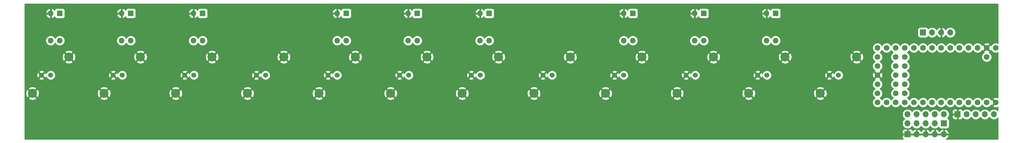
<source format=gbr>
G04 #@! TF.GenerationSoftware,KiCad,Pcbnew,(5.1.5)-3*
G04 #@! TF.CreationDate,2020-06-27T01:24:02-04:00*
G04 #@! TF.ProjectId,ssr cavity multiplexer,73737220-6361-4766-9974-79206d756c74,rev?*
G04 #@! TF.SameCoordinates,Original*
G04 #@! TF.FileFunction,Copper,L2,Bot*
G04 #@! TF.FilePolarity,Positive*
%FSLAX46Y46*%
G04 Gerber Fmt 4.6, Leading zero omitted, Abs format (unit mm)*
G04 Created by KiCad (PCBNEW (5.1.5)-3) date 2020-06-27 01:24:02*
%MOMM*%
%LPD*%
G04 APERTURE LIST*
%ADD10O,1.600000X1.600000*%
%ADD11R,1.600000X1.600000*%
%ADD12C,1.600000*%
%ADD13O,1.700000X1.700000*%
%ADD14R,1.700000X1.700000*%
%ADD15C,2.514600*%
%ADD16C,1.397000*%
%ADD17C,0.800000*%
%ADD18C,0.254000*%
G04 APERTURE END LIST*
D10*
X227076000Y-125730000D03*
X224536000Y-118110000D03*
X224536000Y-125730000D03*
D11*
X227076000Y-118110000D03*
D10*
X207010000Y-125730000D03*
X204470000Y-118110000D03*
X204470000Y-125730000D03*
D11*
X207010000Y-118110000D03*
D10*
X187198000Y-125730000D03*
X184658000Y-118110000D03*
X184658000Y-125730000D03*
D11*
X187198000Y-118110000D03*
D10*
X147066000Y-125730000D03*
X144526000Y-118110000D03*
X144526000Y-125730000D03*
D11*
X147066000Y-118110000D03*
D10*
X127000000Y-125730000D03*
X124460000Y-118110000D03*
X124460000Y-125730000D03*
D11*
X127000000Y-118110000D03*
D10*
X107188000Y-125730000D03*
X104648000Y-118110000D03*
X104648000Y-125730000D03*
D11*
X107188000Y-118110000D03*
D10*
X67056000Y-125730000D03*
X64516000Y-118110000D03*
X64516000Y-125730000D03*
D11*
X67056000Y-118110000D03*
D10*
X46990000Y-125730000D03*
X44450000Y-118110000D03*
X44450000Y-125730000D03*
D11*
X46990000Y-118110000D03*
D10*
X27178000Y-125730000D03*
X24638000Y-118110000D03*
X24638000Y-125730000D03*
D11*
X27178000Y-118110000D03*
D12*
X263144000Y-140462000D03*
X260604000Y-140462000D03*
X263144000Y-137922000D03*
X260604000Y-137922000D03*
X263144000Y-135382000D03*
X260604000Y-135382000D03*
X263144000Y-132842000D03*
X260604000Y-132842000D03*
X263144000Y-130302000D03*
X260604000Y-130302000D03*
X288544000Y-143002000D03*
X286004000Y-143002000D03*
X283464000Y-143002000D03*
X280924000Y-143002000D03*
X278384000Y-143002000D03*
X275844000Y-143002000D03*
X273304000Y-143002000D03*
X270764000Y-143002000D03*
X268224000Y-143002000D03*
X265684000Y-143002000D03*
X263144000Y-143002000D03*
X260604000Y-143002000D03*
X258064000Y-143002000D03*
X286004000Y-130302000D03*
X288544000Y-127762000D03*
X286004000Y-127762000D03*
X283464000Y-127762000D03*
X280924000Y-127762000D03*
X278384000Y-127762000D03*
X275844000Y-127762000D03*
X273304000Y-127762000D03*
X270764000Y-127762000D03*
X268224000Y-127762000D03*
X265684000Y-127762000D03*
X263144000Y-127762000D03*
X260604000Y-127762000D03*
X258064000Y-127762000D03*
X255524000Y-143002000D03*
X255524000Y-140462000D03*
X255524000Y-137922000D03*
X255524000Y-127762000D03*
X255524000Y-130302000D03*
X255524000Y-132842000D03*
X255524000Y-135382000D03*
D13*
X263906000Y-146304000D03*
X263906000Y-148844000D03*
X266446000Y-146304000D03*
X266446000Y-148844000D03*
X268986000Y-146304000D03*
X268986000Y-148844000D03*
X271526000Y-146304000D03*
X271526000Y-148844000D03*
X274066000Y-146304000D03*
D14*
X274066000Y-148844000D03*
D13*
X274066000Y-151892000D03*
X271526000Y-151892000D03*
X268986000Y-151892000D03*
X266446000Y-151892000D03*
D14*
X263906000Y-151892000D03*
D13*
X275844000Y-123444000D03*
X273304000Y-123444000D03*
X270764000Y-123444000D03*
D14*
X268224000Y-123444000D03*
D13*
X288036000Y-146304000D03*
X285496000Y-146304000D03*
X282956000Y-146304000D03*
X280416000Y-146304000D03*
D14*
X277876000Y-146304000D03*
D15*
X229718000Y-130302000D03*
X219558000Y-140462000D03*
D16*
X222098000Y-135382000D03*
X224638000Y-135382000D03*
D15*
X209718000Y-130302000D03*
X199558000Y-140462000D03*
D16*
X202098000Y-135382000D03*
X204638000Y-135382000D03*
D15*
X189718000Y-130302000D03*
X179558000Y-140462000D03*
D16*
X182098000Y-135382000D03*
X184638000Y-135382000D03*
D15*
X249718000Y-130302000D03*
X239558000Y-140462000D03*
D16*
X242098000Y-135382000D03*
X244638000Y-135382000D03*
D15*
X149718000Y-130302000D03*
X139558000Y-140462000D03*
D16*
X142098000Y-135382000D03*
X144638000Y-135382000D03*
D15*
X129718000Y-130302000D03*
X119558000Y-140462000D03*
D16*
X122098000Y-135382000D03*
X124638000Y-135382000D03*
D15*
X109718000Y-130302000D03*
X99558000Y-140462000D03*
D16*
X102098000Y-135382000D03*
X104638000Y-135382000D03*
D15*
X169718000Y-130302000D03*
X159558000Y-140462000D03*
D16*
X162098000Y-135382000D03*
X164638000Y-135382000D03*
D15*
X69718000Y-130302000D03*
X59558000Y-140462000D03*
D16*
X62098000Y-135382000D03*
X64638000Y-135382000D03*
D15*
X49718000Y-130302000D03*
X39558000Y-140462000D03*
D16*
X42098000Y-135382000D03*
X44638000Y-135382000D03*
D15*
X29718000Y-130302000D03*
X19558000Y-140462000D03*
D16*
X22098000Y-135382000D03*
X24638000Y-135382000D03*
D15*
X89718000Y-130302000D03*
X79558000Y-140462000D03*
D16*
X82098000Y-135382000D03*
X84638000Y-135382000D03*
D17*
X233680000Y-118110000D03*
X254000000Y-126238000D03*
X241808000Y-126492000D03*
X246888000Y-118110000D03*
X257556000Y-125984000D03*
X248920000Y-117348000D03*
X251714000Y-117094000D03*
X260858000Y-125984000D03*
X269494000Y-126238000D03*
X269240000Y-144526000D03*
X271780000Y-144526000D03*
X274320000Y-144526000D03*
X266700000Y-144526000D03*
X265684000Y-137160000D03*
X277876000Y-137160000D03*
X277876000Y-130048000D03*
X265684000Y-130048000D03*
D18*
G36*
X289154001Y-126461438D02*
G01*
X288962574Y-126382147D01*
X288685335Y-126327000D01*
X288402665Y-126327000D01*
X288125426Y-126382147D01*
X287864273Y-126490320D01*
X287629241Y-126647363D01*
X287429363Y-126847241D01*
X287273085Y-127081128D01*
X287240671Y-127020486D01*
X286996702Y-126948903D01*
X286183605Y-127762000D01*
X286996702Y-128575097D01*
X287240671Y-128503514D01*
X287271194Y-128439008D01*
X287272320Y-128441727D01*
X287429363Y-128676759D01*
X287629241Y-128876637D01*
X287864273Y-129033680D01*
X288125426Y-129141853D01*
X288402665Y-129197000D01*
X288685335Y-129197000D01*
X288962574Y-129141853D01*
X289154001Y-129062561D01*
X289154001Y-130777572D01*
X289154000Y-130777582D01*
X289154000Y-141703101D01*
X289030004Y-141644429D01*
X288755816Y-141575700D01*
X288473488Y-141561783D01*
X288193870Y-141603213D01*
X287927708Y-141698397D01*
X287802486Y-141765329D01*
X287730903Y-142009298D01*
X288544000Y-142822395D01*
X288558143Y-142808253D01*
X288737748Y-142987858D01*
X288723605Y-143002000D01*
X288737748Y-143016143D01*
X288558143Y-143195748D01*
X288544000Y-143181605D01*
X287730903Y-143994702D01*
X287802486Y-144238671D01*
X288057996Y-144359571D01*
X288332184Y-144428300D01*
X288614512Y-144442217D01*
X288894130Y-144400787D01*
X289154001Y-144307853D01*
X289154001Y-145321894D01*
X288982632Y-145150525D01*
X288739411Y-144988010D01*
X288469158Y-144876068D01*
X288182260Y-144819000D01*
X287889740Y-144819000D01*
X287602842Y-144876068D01*
X287332589Y-144988010D01*
X287089368Y-145150525D01*
X286882525Y-145357368D01*
X286766000Y-145531760D01*
X286649475Y-145357368D01*
X286442632Y-145150525D01*
X286199411Y-144988010D01*
X285929158Y-144876068D01*
X285642260Y-144819000D01*
X285349740Y-144819000D01*
X285062842Y-144876068D01*
X284792589Y-144988010D01*
X284549368Y-145150525D01*
X284342525Y-145357368D01*
X284226000Y-145531760D01*
X284109475Y-145357368D01*
X283902632Y-145150525D01*
X283659411Y-144988010D01*
X283389158Y-144876068D01*
X283102260Y-144819000D01*
X282809740Y-144819000D01*
X282522842Y-144876068D01*
X282252589Y-144988010D01*
X282009368Y-145150525D01*
X281802525Y-145357368D01*
X281686000Y-145531760D01*
X281569475Y-145357368D01*
X281362632Y-145150525D01*
X281119411Y-144988010D01*
X280849158Y-144876068D01*
X280562260Y-144819000D01*
X280269740Y-144819000D01*
X279982842Y-144876068D01*
X279712589Y-144988010D01*
X279469368Y-145150525D01*
X279337513Y-145282380D01*
X279315502Y-145209820D01*
X279256537Y-145099506D01*
X279177185Y-145002815D01*
X279080494Y-144923463D01*
X278970180Y-144864498D01*
X278850482Y-144828188D01*
X278726000Y-144815928D01*
X278161750Y-144819000D01*
X278003000Y-144977750D01*
X278003000Y-146177000D01*
X278023000Y-146177000D01*
X278023000Y-146431000D01*
X278003000Y-146431000D01*
X278003000Y-147630250D01*
X278161750Y-147789000D01*
X278726000Y-147792072D01*
X278850482Y-147779812D01*
X278970180Y-147743502D01*
X279080494Y-147684537D01*
X279177185Y-147605185D01*
X279256537Y-147508494D01*
X279315502Y-147398180D01*
X279337513Y-147325620D01*
X279469368Y-147457475D01*
X279712589Y-147619990D01*
X279982842Y-147731932D01*
X280269740Y-147789000D01*
X280562260Y-147789000D01*
X280849158Y-147731932D01*
X281119411Y-147619990D01*
X281362632Y-147457475D01*
X281569475Y-147250632D01*
X281686000Y-147076240D01*
X281802525Y-147250632D01*
X282009368Y-147457475D01*
X282252589Y-147619990D01*
X282522842Y-147731932D01*
X282809740Y-147789000D01*
X283102260Y-147789000D01*
X283389158Y-147731932D01*
X283659411Y-147619990D01*
X283902632Y-147457475D01*
X284109475Y-147250632D01*
X284226000Y-147076240D01*
X284342525Y-147250632D01*
X284549368Y-147457475D01*
X284792589Y-147619990D01*
X285062842Y-147731932D01*
X285349740Y-147789000D01*
X285642260Y-147789000D01*
X285929158Y-147731932D01*
X286199411Y-147619990D01*
X286442632Y-147457475D01*
X286649475Y-147250632D01*
X286766000Y-147076240D01*
X286882525Y-147250632D01*
X287089368Y-147457475D01*
X287332589Y-147619990D01*
X287602842Y-147731932D01*
X287889740Y-147789000D01*
X288182260Y-147789000D01*
X288469158Y-147731932D01*
X288739411Y-147619990D01*
X288982632Y-147457475D01*
X289154001Y-147286106D01*
X289154001Y-153129572D01*
X289154000Y-153129582D01*
X289154000Y-153264000D01*
X274622219Y-153264000D01*
X274832920Y-153163641D01*
X275066269Y-152989588D01*
X275261178Y-152773355D01*
X275410157Y-152523252D01*
X275507481Y-152248891D01*
X275386814Y-152019000D01*
X274193000Y-152019000D01*
X274193000Y-152039000D01*
X273939000Y-152039000D01*
X273939000Y-152019000D01*
X271653000Y-152019000D01*
X271653000Y-152039000D01*
X271399000Y-152039000D01*
X271399000Y-152019000D01*
X269113000Y-152019000D01*
X269113000Y-152039000D01*
X268859000Y-152039000D01*
X268859000Y-152019000D01*
X266573000Y-152019000D01*
X266573000Y-152039000D01*
X266319000Y-152039000D01*
X266319000Y-152019000D01*
X264033000Y-152019000D01*
X264033000Y-152039000D01*
X263779000Y-152039000D01*
X263779000Y-152019000D01*
X262579750Y-152019000D01*
X262421000Y-152177750D01*
X262417928Y-152742000D01*
X262430188Y-152866482D01*
X262466498Y-152986180D01*
X262525463Y-153096494D01*
X262604815Y-153193185D01*
X262691104Y-153264000D01*
X17424000Y-153264000D01*
X17424000Y-151042000D01*
X262417928Y-151042000D01*
X262421000Y-151606250D01*
X262579750Y-151765000D01*
X263779000Y-151765000D01*
X263779000Y-150565750D01*
X264033000Y-150565750D01*
X264033000Y-151765000D01*
X266319000Y-151765000D01*
X266319000Y-150571845D01*
X266573000Y-150571845D01*
X266573000Y-151765000D01*
X268859000Y-151765000D01*
X268859000Y-150571845D01*
X269113000Y-150571845D01*
X269113000Y-151765000D01*
X271399000Y-151765000D01*
X271399000Y-150571845D01*
X271653000Y-150571845D01*
X271653000Y-151765000D01*
X273939000Y-151765000D01*
X273939000Y-150571845D01*
X274193000Y-150571845D01*
X274193000Y-151765000D01*
X275386814Y-151765000D01*
X275507481Y-151535109D01*
X275410157Y-151260748D01*
X275261178Y-151010645D01*
X275066269Y-150794412D01*
X274832920Y-150620359D01*
X274570099Y-150495175D01*
X274422890Y-150450524D01*
X274193000Y-150571845D01*
X273939000Y-150571845D01*
X273709110Y-150450524D01*
X273561901Y-150495175D01*
X273299080Y-150620359D01*
X273065731Y-150794412D01*
X272870822Y-151010645D01*
X272796000Y-151136255D01*
X272721178Y-151010645D01*
X272526269Y-150794412D01*
X272292920Y-150620359D01*
X272030099Y-150495175D01*
X271882890Y-150450524D01*
X271653000Y-150571845D01*
X271399000Y-150571845D01*
X271169110Y-150450524D01*
X271021901Y-150495175D01*
X270759080Y-150620359D01*
X270525731Y-150794412D01*
X270330822Y-151010645D01*
X270256000Y-151136255D01*
X270181178Y-151010645D01*
X269986269Y-150794412D01*
X269752920Y-150620359D01*
X269490099Y-150495175D01*
X269342890Y-150450524D01*
X269113000Y-150571845D01*
X268859000Y-150571845D01*
X268629110Y-150450524D01*
X268481901Y-150495175D01*
X268219080Y-150620359D01*
X267985731Y-150794412D01*
X267790822Y-151010645D01*
X267716000Y-151136255D01*
X267641178Y-151010645D01*
X267446269Y-150794412D01*
X267212920Y-150620359D01*
X266950099Y-150495175D01*
X266802890Y-150450524D01*
X266573000Y-150571845D01*
X266319000Y-150571845D01*
X266089110Y-150450524D01*
X265941901Y-150495175D01*
X265679080Y-150620359D01*
X265445731Y-150794412D01*
X265369966Y-150878466D01*
X265345502Y-150797820D01*
X265286537Y-150687506D01*
X265207185Y-150590815D01*
X265110494Y-150511463D01*
X265000180Y-150452498D01*
X264880482Y-150416188D01*
X264756000Y-150403928D01*
X264191750Y-150407000D01*
X264033000Y-150565750D01*
X263779000Y-150565750D01*
X263620250Y-150407000D01*
X263056000Y-150403928D01*
X262931518Y-150416188D01*
X262811820Y-150452498D01*
X262701506Y-150511463D01*
X262604815Y-150590815D01*
X262525463Y-150687506D01*
X262466498Y-150797820D01*
X262430188Y-150917518D01*
X262417928Y-151042000D01*
X17424000Y-151042000D01*
X17424000Y-146157740D01*
X262421000Y-146157740D01*
X262421000Y-146450260D01*
X262478068Y-146737158D01*
X262590010Y-147007411D01*
X262752525Y-147250632D01*
X262959368Y-147457475D01*
X263133760Y-147574000D01*
X262959368Y-147690525D01*
X262752525Y-147897368D01*
X262590010Y-148140589D01*
X262478068Y-148410842D01*
X262421000Y-148697740D01*
X262421000Y-148990260D01*
X262478068Y-149277158D01*
X262590010Y-149547411D01*
X262752525Y-149790632D01*
X262959368Y-149997475D01*
X263202589Y-150159990D01*
X263472842Y-150271932D01*
X263759740Y-150329000D01*
X264052260Y-150329000D01*
X264339158Y-150271932D01*
X264609411Y-150159990D01*
X264852632Y-149997475D01*
X265059475Y-149790632D01*
X265176000Y-149616240D01*
X265292525Y-149790632D01*
X265499368Y-149997475D01*
X265742589Y-150159990D01*
X266012842Y-150271932D01*
X266299740Y-150329000D01*
X266592260Y-150329000D01*
X266879158Y-150271932D01*
X267149411Y-150159990D01*
X267392632Y-149997475D01*
X267599475Y-149790632D01*
X267716000Y-149616240D01*
X267832525Y-149790632D01*
X268039368Y-149997475D01*
X268282589Y-150159990D01*
X268552842Y-150271932D01*
X268839740Y-150329000D01*
X269132260Y-150329000D01*
X269419158Y-150271932D01*
X269689411Y-150159990D01*
X269932632Y-149997475D01*
X270139475Y-149790632D01*
X270256000Y-149616240D01*
X270372525Y-149790632D01*
X270579368Y-149997475D01*
X270822589Y-150159990D01*
X271092842Y-150271932D01*
X271379740Y-150329000D01*
X271672260Y-150329000D01*
X271959158Y-150271932D01*
X272229411Y-150159990D01*
X272472632Y-149997475D01*
X272604487Y-149865620D01*
X272626498Y-149938180D01*
X272685463Y-150048494D01*
X272764815Y-150145185D01*
X272861506Y-150224537D01*
X272971820Y-150283502D01*
X273091518Y-150319812D01*
X273216000Y-150332072D01*
X274916000Y-150332072D01*
X275040482Y-150319812D01*
X275160180Y-150283502D01*
X275270494Y-150224537D01*
X275367185Y-150145185D01*
X275446537Y-150048494D01*
X275505502Y-149938180D01*
X275541812Y-149818482D01*
X275554072Y-149694000D01*
X275554072Y-147994000D01*
X275541812Y-147869518D01*
X275505502Y-147749820D01*
X275446537Y-147639506D01*
X275367185Y-147542815D01*
X275270494Y-147463463D01*
X275160180Y-147404498D01*
X275087620Y-147382487D01*
X275219475Y-147250632D01*
X275284042Y-147154000D01*
X276387928Y-147154000D01*
X276400188Y-147278482D01*
X276436498Y-147398180D01*
X276495463Y-147508494D01*
X276574815Y-147605185D01*
X276671506Y-147684537D01*
X276781820Y-147743502D01*
X276901518Y-147779812D01*
X277026000Y-147792072D01*
X277590250Y-147789000D01*
X277749000Y-147630250D01*
X277749000Y-146431000D01*
X276549750Y-146431000D01*
X276391000Y-146589750D01*
X276387928Y-147154000D01*
X275284042Y-147154000D01*
X275381990Y-147007411D01*
X275493932Y-146737158D01*
X275551000Y-146450260D01*
X275551000Y-146157740D01*
X275493932Y-145870842D01*
X275381990Y-145600589D01*
X275284043Y-145454000D01*
X276387928Y-145454000D01*
X276391000Y-146018250D01*
X276549750Y-146177000D01*
X277749000Y-146177000D01*
X277749000Y-144977750D01*
X277590250Y-144819000D01*
X277026000Y-144815928D01*
X276901518Y-144828188D01*
X276781820Y-144864498D01*
X276671506Y-144923463D01*
X276574815Y-145002815D01*
X276495463Y-145099506D01*
X276436498Y-145209820D01*
X276400188Y-145329518D01*
X276387928Y-145454000D01*
X275284043Y-145454000D01*
X275219475Y-145357368D01*
X275012632Y-145150525D01*
X274769411Y-144988010D01*
X274499158Y-144876068D01*
X274212260Y-144819000D01*
X273919740Y-144819000D01*
X273632842Y-144876068D01*
X273362589Y-144988010D01*
X273119368Y-145150525D01*
X272912525Y-145357368D01*
X272796000Y-145531760D01*
X272679475Y-145357368D01*
X272472632Y-145150525D01*
X272229411Y-144988010D01*
X271959158Y-144876068D01*
X271672260Y-144819000D01*
X271379740Y-144819000D01*
X271092842Y-144876068D01*
X270822589Y-144988010D01*
X270579368Y-145150525D01*
X270372525Y-145357368D01*
X270256000Y-145531760D01*
X270139475Y-145357368D01*
X269932632Y-145150525D01*
X269689411Y-144988010D01*
X269419158Y-144876068D01*
X269132260Y-144819000D01*
X268839740Y-144819000D01*
X268552842Y-144876068D01*
X268282589Y-144988010D01*
X268039368Y-145150525D01*
X267832525Y-145357368D01*
X267716000Y-145531760D01*
X267599475Y-145357368D01*
X267392632Y-145150525D01*
X267149411Y-144988010D01*
X266879158Y-144876068D01*
X266592260Y-144819000D01*
X266299740Y-144819000D01*
X266012842Y-144876068D01*
X265742589Y-144988010D01*
X265499368Y-145150525D01*
X265292525Y-145357368D01*
X265176000Y-145531760D01*
X265059475Y-145357368D01*
X264852632Y-145150525D01*
X264609411Y-144988010D01*
X264339158Y-144876068D01*
X264052260Y-144819000D01*
X263759740Y-144819000D01*
X263472842Y-144876068D01*
X263202589Y-144988010D01*
X262959368Y-145150525D01*
X262752525Y-145357368D01*
X262590010Y-145600589D01*
X262478068Y-145870842D01*
X262421000Y-146157740D01*
X17424000Y-146157740D01*
X17424000Y-141780805D01*
X18418800Y-141780805D01*
X18545593Y-142071524D01*
X18879049Y-142238108D01*
X19238596Y-142336438D01*
X19610419Y-142362733D01*
X19980226Y-142315984D01*
X20333808Y-142197988D01*
X20570407Y-142071524D01*
X20697200Y-141780805D01*
X38418800Y-141780805D01*
X38545593Y-142071524D01*
X38879049Y-142238108D01*
X39238596Y-142336438D01*
X39610419Y-142362733D01*
X39980226Y-142315984D01*
X40333808Y-142197988D01*
X40570407Y-142071524D01*
X40697200Y-141780805D01*
X58418800Y-141780805D01*
X58545593Y-142071524D01*
X58879049Y-142238108D01*
X59238596Y-142336438D01*
X59610419Y-142362733D01*
X59980226Y-142315984D01*
X60333808Y-142197988D01*
X60570407Y-142071524D01*
X60697200Y-141780805D01*
X78418800Y-141780805D01*
X78545593Y-142071524D01*
X78879049Y-142238108D01*
X79238596Y-142336438D01*
X79610419Y-142362733D01*
X79980226Y-142315984D01*
X80333808Y-142197988D01*
X80570407Y-142071524D01*
X80697200Y-141780805D01*
X98418800Y-141780805D01*
X98545593Y-142071524D01*
X98879049Y-142238108D01*
X99238596Y-142336438D01*
X99610419Y-142362733D01*
X99980226Y-142315984D01*
X100333808Y-142197988D01*
X100570407Y-142071524D01*
X100697200Y-141780805D01*
X118418800Y-141780805D01*
X118545593Y-142071524D01*
X118879049Y-142238108D01*
X119238596Y-142336438D01*
X119610419Y-142362733D01*
X119980226Y-142315984D01*
X120333808Y-142197988D01*
X120570407Y-142071524D01*
X120697200Y-141780805D01*
X138418800Y-141780805D01*
X138545593Y-142071524D01*
X138879049Y-142238108D01*
X139238596Y-142336438D01*
X139610419Y-142362733D01*
X139980226Y-142315984D01*
X140333808Y-142197988D01*
X140570407Y-142071524D01*
X140697200Y-141780805D01*
X158418800Y-141780805D01*
X158545593Y-142071524D01*
X158879049Y-142238108D01*
X159238596Y-142336438D01*
X159610419Y-142362733D01*
X159980226Y-142315984D01*
X160333808Y-142197988D01*
X160570407Y-142071524D01*
X160697200Y-141780805D01*
X178418800Y-141780805D01*
X178545593Y-142071524D01*
X178879049Y-142238108D01*
X179238596Y-142336438D01*
X179610419Y-142362733D01*
X179980226Y-142315984D01*
X180333808Y-142197988D01*
X180570407Y-142071524D01*
X180697200Y-141780805D01*
X198418800Y-141780805D01*
X198545593Y-142071524D01*
X198879049Y-142238108D01*
X199238596Y-142336438D01*
X199610419Y-142362733D01*
X199980226Y-142315984D01*
X200333808Y-142197988D01*
X200570407Y-142071524D01*
X200697200Y-141780805D01*
X218418800Y-141780805D01*
X218545593Y-142071524D01*
X218879049Y-142238108D01*
X219238596Y-142336438D01*
X219610419Y-142362733D01*
X219980226Y-142315984D01*
X220333808Y-142197988D01*
X220570407Y-142071524D01*
X220697200Y-141780805D01*
X238418800Y-141780805D01*
X238545593Y-142071524D01*
X238879049Y-142238108D01*
X239238596Y-142336438D01*
X239610419Y-142362733D01*
X239980226Y-142315984D01*
X240333808Y-142197988D01*
X240570407Y-142071524D01*
X240697200Y-141780805D01*
X239558000Y-140641605D01*
X238418800Y-141780805D01*
X220697200Y-141780805D01*
X219558000Y-140641605D01*
X218418800Y-141780805D01*
X200697200Y-141780805D01*
X199558000Y-140641605D01*
X198418800Y-141780805D01*
X180697200Y-141780805D01*
X179558000Y-140641605D01*
X178418800Y-141780805D01*
X160697200Y-141780805D01*
X159558000Y-140641605D01*
X158418800Y-141780805D01*
X140697200Y-141780805D01*
X139558000Y-140641605D01*
X138418800Y-141780805D01*
X120697200Y-141780805D01*
X119558000Y-140641605D01*
X118418800Y-141780805D01*
X100697200Y-141780805D01*
X99558000Y-140641605D01*
X98418800Y-141780805D01*
X80697200Y-141780805D01*
X79558000Y-140641605D01*
X78418800Y-141780805D01*
X60697200Y-141780805D01*
X59558000Y-140641605D01*
X58418800Y-141780805D01*
X40697200Y-141780805D01*
X39558000Y-140641605D01*
X38418800Y-141780805D01*
X20697200Y-141780805D01*
X19558000Y-140641605D01*
X18418800Y-141780805D01*
X17424000Y-141780805D01*
X17424000Y-140514419D01*
X17657267Y-140514419D01*
X17704016Y-140884226D01*
X17822012Y-141237808D01*
X17948476Y-141474407D01*
X18239195Y-141601200D01*
X19378395Y-140462000D01*
X19737605Y-140462000D01*
X20876805Y-141601200D01*
X21167524Y-141474407D01*
X21334108Y-141140951D01*
X21432438Y-140781404D01*
X21451318Y-140514419D01*
X37657267Y-140514419D01*
X37704016Y-140884226D01*
X37822012Y-141237808D01*
X37948476Y-141474407D01*
X38239195Y-141601200D01*
X39378395Y-140462000D01*
X39737605Y-140462000D01*
X40876805Y-141601200D01*
X41167524Y-141474407D01*
X41334108Y-141140951D01*
X41432438Y-140781404D01*
X41451318Y-140514419D01*
X57657267Y-140514419D01*
X57704016Y-140884226D01*
X57822012Y-141237808D01*
X57948476Y-141474407D01*
X58239195Y-141601200D01*
X59378395Y-140462000D01*
X59737605Y-140462000D01*
X60876805Y-141601200D01*
X61167524Y-141474407D01*
X61334108Y-141140951D01*
X61432438Y-140781404D01*
X61451318Y-140514419D01*
X77657267Y-140514419D01*
X77704016Y-140884226D01*
X77822012Y-141237808D01*
X77948476Y-141474407D01*
X78239195Y-141601200D01*
X79378395Y-140462000D01*
X79737605Y-140462000D01*
X80876805Y-141601200D01*
X81167524Y-141474407D01*
X81334108Y-141140951D01*
X81432438Y-140781404D01*
X81451318Y-140514419D01*
X97657267Y-140514419D01*
X97704016Y-140884226D01*
X97822012Y-141237808D01*
X97948476Y-141474407D01*
X98239195Y-141601200D01*
X99378395Y-140462000D01*
X99737605Y-140462000D01*
X100876805Y-141601200D01*
X101167524Y-141474407D01*
X101334108Y-141140951D01*
X101432438Y-140781404D01*
X101451318Y-140514419D01*
X117657267Y-140514419D01*
X117704016Y-140884226D01*
X117822012Y-141237808D01*
X117948476Y-141474407D01*
X118239195Y-141601200D01*
X119378395Y-140462000D01*
X119737605Y-140462000D01*
X120876805Y-141601200D01*
X121167524Y-141474407D01*
X121334108Y-141140951D01*
X121432438Y-140781404D01*
X121451318Y-140514419D01*
X137657267Y-140514419D01*
X137704016Y-140884226D01*
X137822012Y-141237808D01*
X137948476Y-141474407D01*
X138239195Y-141601200D01*
X139378395Y-140462000D01*
X139737605Y-140462000D01*
X140876805Y-141601200D01*
X141167524Y-141474407D01*
X141334108Y-141140951D01*
X141432438Y-140781404D01*
X141451318Y-140514419D01*
X157657267Y-140514419D01*
X157704016Y-140884226D01*
X157822012Y-141237808D01*
X157948476Y-141474407D01*
X158239195Y-141601200D01*
X159378395Y-140462000D01*
X159737605Y-140462000D01*
X160876805Y-141601200D01*
X161167524Y-141474407D01*
X161334108Y-141140951D01*
X161432438Y-140781404D01*
X161451318Y-140514419D01*
X177657267Y-140514419D01*
X177704016Y-140884226D01*
X177822012Y-141237808D01*
X177948476Y-141474407D01*
X178239195Y-141601200D01*
X179378395Y-140462000D01*
X179737605Y-140462000D01*
X180876805Y-141601200D01*
X181167524Y-141474407D01*
X181334108Y-141140951D01*
X181432438Y-140781404D01*
X181451318Y-140514419D01*
X197657267Y-140514419D01*
X197704016Y-140884226D01*
X197822012Y-141237808D01*
X197948476Y-141474407D01*
X198239195Y-141601200D01*
X199378395Y-140462000D01*
X199737605Y-140462000D01*
X200876805Y-141601200D01*
X201167524Y-141474407D01*
X201334108Y-141140951D01*
X201432438Y-140781404D01*
X201451318Y-140514419D01*
X217657267Y-140514419D01*
X217704016Y-140884226D01*
X217822012Y-141237808D01*
X217948476Y-141474407D01*
X218239195Y-141601200D01*
X219378395Y-140462000D01*
X219737605Y-140462000D01*
X220876805Y-141601200D01*
X221167524Y-141474407D01*
X221334108Y-141140951D01*
X221432438Y-140781404D01*
X221451318Y-140514419D01*
X237657267Y-140514419D01*
X237704016Y-140884226D01*
X237822012Y-141237808D01*
X237948476Y-141474407D01*
X238239195Y-141601200D01*
X239378395Y-140462000D01*
X239737605Y-140462000D01*
X240876805Y-141601200D01*
X241167524Y-141474407D01*
X241334108Y-141140951D01*
X241432438Y-140781404D01*
X241458733Y-140409581D01*
X241411984Y-140039774D01*
X241293988Y-139686192D01*
X241167524Y-139449593D01*
X240876805Y-139322800D01*
X239737605Y-140462000D01*
X239378395Y-140462000D01*
X238239195Y-139322800D01*
X237948476Y-139449593D01*
X237781892Y-139783049D01*
X237683562Y-140142596D01*
X237657267Y-140514419D01*
X221451318Y-140514419D01*
X221458733Y-140409581D01*
X221411984Y-140039774D01*
X221293988Y-139686192D01*
X221167524Y-139449593D01*
X220876805Y-139322800D01*
X219737605Y-140462000D01*
X219378395Y-140462000D01*
X218239195Y-139322800D01*
X217948476Y-139449593D01*
X217781892Y-139783049D01*
X217683562Y-140142596D01*
X217657267Y-140514419D01*
X201451318Y-140514419D01*
X201458733Y-140409581D01*
X201411984Y-140039774D01*
X201293988Y-139686192D01*
X201167524Y-139449593D01*
X200876805Y-139322800D01*
X199737605Y-140462000D01*
X199378395Y-140462000D01*
X198239195Y-139322800D01*
X197948476Y-139449593D01*
X197781892Y-139783049D01*
X197683562Y-140142596D01*
X197657267Y-140514419D01*
X181451318Y-140514419D01*
X181458733Y-140409581D01*
X181411984Y-140039774D01*
X181293988Y-139686192D01*
X181167524Y-139449593D01*
X180876805Y-139322800D01*
X179737605Y-140462000D01*
X179378395Y-140462000D01*
X178239195Y-139322800D01*
X177948476Y-139449593D01*
X177781892Y-139783049D01*
X177683562Y-140142596D01*
X177657267Y-140514419D01*
X161451318Y-140514419D01*
X161458733Y-140409581D01*
X161411984Y-140039774D01*
X161293988Y-139686192D01*
X161167524Y-139449593D01*
X160876805Y-139322800D01*
X159737605Y-140462000D01*
X159378395Y-140462000D01*
X158239195Y-139322800D01*
X157948476Y-139449593D01*
X157781892Y-139783049D01*
X157683562Y-140142596D01*
X157657267Y-140514419D01*
X141451318Y-140514419D01*
X141458733Y-140409581D01*
X141411984Y-140039774D01*
X141293988Y-139686192D01*
X141167524Y-139449593D01*
X140876805Y-139322800D01*
X139737605Y-140462000D01*
X139378395Y-140462000D01*
X138239195Y-139322800D01*
X137948476Y-139449593D01*
X137781892Y-139783049D01*
X137683562Y-140142596D01*
X137657267Y-140514419D01*
X121451318Y-140514419D01*
X121458733Y-140409581D01*
X121411984Y-140039774D01*
X121293988Y-139686192D01*
X121167524Y-139449593D01*
X120876805Y-139322800D01*
X119737605Y-140462000D01*
X119378395Y-140462000D01*
X118239195Y-139322800D01*
X117948476Y-139449593D01*
X117781892Y-139783049D01*
X117683562Y-140142596D01*
X117657267Y-140514419D01*
X101451318Y-140514419D01*
X101458733Y-140409581D01*
X101411984Y-140039774D01*
X101293988Y-139686192D01*
X101167524Y-139449593D01*
X100876805Y-139322800D01*
X99737605Y-140462000D01*
X99378395Y-140462000D01*
X98239195Y-139322800D01*
X97948476Y-139449593D01*
X97781892Y-139783049D01*
X97683562Y-140142596D01*
X97657267Y-140514419D01*
X81451318Y-140514419D01*
X81458733Y-140409581D01*
X81411984Y-140039774D01*
X81293988Y-139686192D01*
X81167524Y-139449593D01*
X80876805Y-139322800D01*
X79737605Y-140462000D01*
X79378395Y-140462000D01*
X78239195Y-139322800D01*
X77948476Y-139449593D01*
X77781892Y-139783049D01*
X77683562Y-140142596D01*
X77657267Y-140514419D01*
X61451318Y-140514419D01*
X61458733Y-140409581D01*
X61411984Y-140039774D01*
X61293988Y-139686192D01*
X61167524Y-139449593D01*
X60876805Y-139322800D01*
X59737605Y-140462000D01*
X59378395Y-140462000D01*
X58239195Y-139322800D01*
X57948476Y-139449593D01*
X57781892Y-139783049D01*
X57683562Y-140142596D01*
X57657267Y-140514419D01*
X41451318Y-140514419D01*
X41458733Y-140409581D01*
X41411984Y-140039774D01*
X41293988Y-139686192D01*
X41167524Y-139449593D01*
X40876805Y-139322800D01*
X39737605Y-140462000D01*
X39378395Y-140462000D01*
X38239195Y-139322800D01*
X37948476Y-139449593D01*
X37781892Y-139783049D01*
X37683562Y-140142596D01*
X37657267Y-140514419D01*
X21451318Y-140514419D01*
X21458733Y-140409581D01*
X21411984Y-140039774D01*
X21293988Y-139686192D01*
X21167524Y-139449593D01*
X20876805Y-139322800D01*
X19737605Y-140462000D01*
X19378395Y-140462000D01*
X18239195Y-139322800D01*
X17948476Y-139449593D01*
X17781892Y-139783049D01*
X17683562Y-140142596D01*
X17657267Y-140514419D01*
X17424000Y-140514419D01*
X17424000Y-139143195D01*
X18418800Y-139143195D01*
X19558000Y-140282395D01*
X20697200Y-139143195D01*
X38418800Y-139143195D01*
X39558000Y-140282395D01*
X40697200Y-139143195D01*
X58418800Y-139143195D01*
X59558000Y-140282395D01*
X60697200Y-139143195D01*
X78418800Y-139143195D01*
X79558000Y-140282395D01*
X80697200Y-139143195D01*
X98418800Y-139143195D01*
X99558000Y-140282395D01*
X100697200Y-139143195D01*
X118418800Y-139143195D01*
X119558000Y-140282395D01*
X120697200Y-139143195D01*
X138418800Y-139143195D01*
X139558000Y-140282395D01*
X140697200Y-139143195D01*
X158418800Y-139143195D01*
X159558000Y-140282395D01*
X160697200Y-139143195D01*
X178418800Y-139143195D01*
X179558000Y-140282395D01*
X180697200Y-139143195D01*
X198418800Y-139143195D01*
X199558000Y-140282395D01*
X200697200Y-139143195D01*
X218418800Y-139143195D01*
X219558000Y-140282395D01*
X220697200Y-139143195D01*
X238418800Y-139143195D01*
X239558000Y-140282395D01*
X240697200Y-139143195D01*
X240570407Y-138852476D01*
X240236951Y-138685892D01*
X239877404Y-138587562D01*
X239505581Y-138561267D01*
X239135774Y-138608016D01*
X238782192Y-138726012D01*
X238545593Y-138852476D01*
X238418800Y-139143195D01*
X220697200Y-139143195D01*
X220570407Y-138852476D01*
X220236951Y-138685892D01*
X219877404Y-138587562D01*
X219505581Y-138561267D01*
X219135774Y-138608016D01*
X218782192Y-138726012D01*
X218545593Y-138852476D01*
X218418800Y-139143195D01*
X200697200Y-139143195D01*
X200570407Y-138852476D01*
X200236951Y-138685892D01*
X199877404Y-138587562D01*
X199505581Y-138561267D01*
X199135774Y-138608016D01*
X198782192Y-138726012D01*
X198545593Y-138852476D01*
X198418800Y-139143195D01*
X180697200Y-139143195D01*
X180570407Y-138852476D01*
X180236951Y-138685892D01*
X179877404Y-138587562D01*
X179505581Y-138561267D01*
X179135774Y-138608016D01*
X178782192Y-138726012D01*
X178545593Y-138852476D01*
X178418800Y-139143195D01*
X160697200Y-139143195D01*
X160570407Y-138852476D01*
X160236951Y-138685892D01*
X159877404Y-138587562D01*
X159505581Y-138561267D01*
X159135774Y-138608016D01*
X158782192Y-138726012D01*
X158545593Y-138852476D01*
X158418800Y-139143195D01*
X140697200Y-139143195D01*
X140570407Y-138852476D01*
X140236951Y-138685892D01*
X139877404Y-138587562D01*
X139505581Y-138561267D01*
X139135774Y-138608016D01*
X138782192Y-138726012D01*
X138545593Y-138852476D01*
X138418800Y-139143195D01*
X120697200Y-139143195D01*
X120570407Y-138852476D01*
X120236951Y-138685892D01*
X119877404Y-138587562D01*
X119505581Y-138561267D01*
X119135774Y-138608016D01*
X118782192Y-138726012D01*
X118545593Y-138852476D01*
X118418800Y-139143195D01*
X100697200Y-139143195D01*
X100570407Y-138852476D01*
X100236951Y-138685892D01*
X99877404Y-138587562D01*
X99505581Y-138561267D01*
X99135774Y-138608016D01*
X98782192Y-138726012D01*
X98545593Y-138852476D01*
X98418800Y-139143195D01*
X80697200Y-139143195D01*
X80570407Y-138852476D01*
X80236951Y-138685892D01*
X79877404Y-138587562D01*
X79505581Y-138561267D01*
X79135774Y-138608016D01*
X78782192Y-138726012D01*
X78545593Y-138852476D01*
X78418800Y-139143195D01*
X60697200Y-139143195D01*
X60570407Y-138852476D01*
X60236951Y-138685892D01*
X59877404Y-138587562D01*
X59505581Y-138561267D01*
X59135774Y-138608016D01*
X58782192Y-138726012D01*
X58545593Y-138852476D01*
X58418800Y-139143195D01*
X40697200Y-139143195D01*
X40570407Y-138852476D01*
X40236951Y-138685892D01*
X39877404Y-138587562D01*
X39505581Y-138561267D01*
X39135774Y-138608016D01*
X38782192Y-138726012D01*
X38545593Y-138852476D01*
X38418800Y-139143195D01*
X20697200Y-139143195D01*
X20570407Y-138852476D01*
X20236951Y-138685892D01*
X19877404Y-138587562D01*
X19505581Y-138561267D01*
X19135774Y-138608016D01*
X18782192Y-138726012D01*
X18545593Y-138852476D01*
X18418800Y-139143195D01*
X17424000Y-139143195D01*
X17424000Y-136302197D01*
X21357408Y-136302197D01*
X21416686Y-136535812D01*
X21654875Y-136646559D01*
X21910093Y-136708711D01*
X22172533Y-136719876D01*
X22432107Y-136679629D01*
X22678842Y-136589514D01*
X22779314Y-136535812D01*
X22838592Y-136302197D01*
X22098000Y-135561605D01*
X21357408Y-136302197D01*
X17424000Y-136302197D01*
X17424000Y-135456533D01*
X20760124Y-135456533D01*
X20800371Y-135716107D01*
X20890486Y-135962842D01*
X20944188Y-136063314D01*
X21177803Y-136122592D01*
X21918395Y-135382000D01*
X22277605Y-135382000D01*
X23018197Y-136122592D01*
X23251812Y-136063314D01*
X23362559Y-135825125D01*
X23368342Y-135801378D01*
X23456268Y-136013649D01*
X23602203Y-136232057D01*
X23787943Y-136417797D01*
X24006351Y-136563732D01*
X24249032Y-136664254D01*
X24506662Y-136715500D01*
X24769338Y-136715500D01*
X25026968Y-136664254D01*
X25269649Y-136563732D01*
X25488057Y-136417797D01*
X25603657Y-136302197D01*
X41357408Y-136302197D01*
X41416686Y-136535812D01*
X41654875Y-136646559D01*
X41910093Y-136708711D01*
X42172533Y-136719876D01*
X42432107Y-136679629D01*
X42678842Y-136589514D01*
X42779314Y-136535812D01*
X42838592Y-136302197D01*
X42098000Y-135561605D01*
X41357408Y-136302197D01*
X25603657Y-136302197D01*
X25673797Y-136232057D01*
X25819732Y-136013649D01*
X25920254Y-135770968D01*
X25971500Y-135513338D01*
X25971500Y-135456533D01*
X40760124Y-135456533D01*
X40800371Y-135716107D01*
X40890486Y-135962842D01*
X40944188Y-136063314D01*
X41177803Y-136122592D01*
X41918395Y-135382000D01*
X42277605Y-135382000D01*
X43018197Y-136122592D01*
X43251812Y-136063314D01*
X43362559Y-135825125D01*
X43368342Y-135801378D01*
X43456268Y-136013649D01*
X43602203Y-136232057D01*
X43787943Y-136417797D01*
X44006351Y-136563732D01*
X44249032Y-136664254D01*
X44506662Y-136715500D01*
X44769338Y-136715500D01*
X45026968Y-136664254D01*
X45269649Y-136563732D01*
X45488057Y-136417797D01*
X45603657Y-136302197D01*
X61357408Y-136302197D01*
X61416686Y-136535812D01*
X61654875Y-136646559D01*
X61910093Y-136708711D01*
X62172533Y-136719876D01*
X62432107Y-136679629D01*
X62678842Y-136589514D01*
X62779314Y-136535812D01*
X62838592Y-136302197D01*
X62098000Y-135561605D01*
X61357408Y-136302197D01*
X45603657Y-136302197D01*
X45673797Y-136232057D01*
X45819732Y-136013649D01*
X45920254Y-135770968D01*
X45971500Y-135513338D01*
X45971500Y-135456533D01*
X60760124Y-135456533D01*
X60800371Y-135716107D01*
X60890486Y-135962842D01*
X60944188Y-136063314D01*
X61177803Y-136122592D01*
X61918395Y-135382000D01*
X62277605Y-135382000D01*
X63018197Y-136122592D01*
X63251812Y-136063314D01*
X63362559Y-135825125D01*
X63368342Y-135801378D01*
X63456268Y-136013649D01*
X63602203Y-136232057D01*
X63787943Y-136417797D01*
X64006351Y-136563732D01*
X64249032Y-136664254D01*
X64506662Y-136715500D01*
X64769338Y-136715500D01*
X65026968Y-136664254D01*
X65269649Y-136563732D01*
X65488057Y-136417797D01*
X65603657Y-136302197D01*
X81357408Y-136302197D01*
X81416686Y-136535812D01*
X81654875Y-136646559D01*
X81910093Y-136708711D01*
X82172533Y-136719876D01*
X82432107Y-136679629D01*
X82678842Y-136589514D01*
X82779314Y-136535812D01*
X82838592Y-136302197D01*
X82098000Y-135561605D01*
X81357408Y-136302197D01*
X65603657Y-136302197D01*
X65673797Y-136232057D01*
X65819732Y-136013649D01*
X65920254Y-135770968D01*
X65971500Y-135513338D01*
X65971500Y-135456533D01*
X80760124Y-135456533D01*
X80800371Y-135716107D01*
X80890486Y-135962842D01*
X80944188Y-136063314D01*
X81177803Y-136122592D01*
X81918395Y-135382000D01*
X82277605Y-135382000D01*
X83018197Y-136122592D01*
X83251812Y-136063314D01*
X83362559Y-135825125D01*
X83368342Y-135801378D01*
X83456268Y-136013649D01*
X83602203Y-136232057D01*
X83787943Y-136417797D01*
X84006351Y-136563732D01*
X84249032Y-136664254D01*
X84506662Y-136715500D01*
X84769338Y-136715500D01*
X85026968Y-136664254D01*
X85269649Y-136563732D01*
X85488057Y-136417797D01*
X85603657Y-136302197D01*
X101357408Y-136302197D01*
X101416686Y-136535812D01*
X101654875Y-136646559D01*
X101910093Y-136708711D01*
X102172533Y-136719876D01*
X102432107Y-136679629D01*
X102678842Y-136589514D01*
X102779314Y-136535812D01*
X102838592Y-136302197D01*
X102098000Y-135561605D01*
X101357408Y-136302197D01*
X85603657Y-136302197D01*
X85673797Y-136232057D01*
X85819732Y-136013649D01*
X85920254Y-135770968D01*
X85971500Y-135513338D01*
X85971500Y-135456533D01*
X100760124Y-135456533D01*
X100800371Y-135716107D01*
X100890486Y-135962842D01*
X100944188Y-136063314D01*
X101177803Y-136122592D01*
X101918395Y-135382000D01*
X102277605Y-135382000D01*
X103018197Y-136122592D01*
X103251812Y-136063314D01*
X103362559Y-135825125D01*
X103368342Y-135801378D01*
X103456268Y-136013649D01*
X103602203Y-136232057D01*
X103787943Y-136417797D01*
X104006351Y-136563732D01*
X104249032Y-136664254D01*
X104506662Y-136715500D01*
X104769338Y-136715500D01*
X105026968Y-136664254D01*
X105269649Y-136563732D01*
X105488057Y-136417797D01*
X105603657Y-136302197D01*
X121357408Y-136302197D01*
X121416686Y-136535812D01*
X121654875Y-136646559D01*
X121910093Y-136708711D01*
X122172533Y-136719876D01*
X122432107Y-136679629D01*
X122678842Y-136589514D01*
X122779314Y-136535812D01*
X122838592Y-136302197D01*
X122098000Y-135561605D01*
X121357408Y-136302197D01*
X105603657Y-136302197D01*
X105673797Y-136232057D01*
X105819732Y-136013649D01*
X105920254Y-135770968D01*
X105971500Y-135513338D01*
X105971500Y-135456533D01*
X120760124Y-135456533D01*
X120800371Y-135716107D01*
X120890486Y-135962842D01*
X120944188Y-136063314D01*
X121177803Y-136122592D01*
X121918395Y-135382000D01*
X122277605Y-135382000D01*
X123018197Y-136122592D01*
X123251812Y-136063314D01*
X123362559Y-135825125D01*
X123368342Y-135801378D01*
X123456268Y-136013649D01*
X123602203Y-136232057D01*
X123787943Y-136417797D01*
X124006351Y-136563732D01*
X124249032Y-136664254D01*
X124506662Y-136715500D01*
X124769338Y-136715500D01*
X125026968Y-136664254D01*
X125269649Y-136563732D01*
X125488057Y-136417797D01*
X125603657Y-136302197D01*
X141357408Y-136302197D01*
X141416686Y-136535812D01*
X141654875Y-136646559D01*
X141910093Y-136708711D01*
X142172533Y-136719876D01*
X142432107Y-136679629D01*
X142678842Y-136589514D01*
X142779314Y-136535812D01*
X142838592Y-136302197D01*
X142098000Y-135561605D01*
X141357408Y-136302197D01*
X125603657Y-136302197D01*
X125673797Y-136232057D01*
X125819732Y-136013649D01*
X125920254Y-135770968D01*
X125971500Y-135513338D01*
X125971500Y-135456533D01*
X140760124Y-135456533D01*
X140800371Y-135716107D01*
X140890486Y-135962842D01*
X140944188Y-136063314D01*
X141177803Y-136122592D01*
X141918395Y-135382000D01*
X142277605Y-135382000D01*
X143018197Y-136122592D01*
X143251812Y-136063314D01*
X143362559Y-135825125D01*
X143368342Y-135801378D01*
X143456268Y-136013649D01*
X143602203Y-136232057D01*
X143787943Y-136417797D01*
X144006351Y-136563732D01*
X144249032Y-136664254D01*
X144506662Y-136715500D01*
X144769338Y-136715500D01*
X145026968Y-136664254D01*
X145269649Y-136563732D01*
X145488057Y-136417797D01*
X145603657Y-136302197D01*
X161357408Y-136302197D01*
X161416686Y-136535812D01*
X161654875Y-136646559D01*
X161910093Y-136708711D01*
X162172533Y-136719876D01*
X162432107Y-136679629D01*
X162678842Y-136589514D01*
X162779314Y-136535812D01*
X162838592Y-136302197D01*
X162098000Y-135561605D01*
X161357408Y-136302197D01*
X145603657Y-136302197D01*
X145673797Y-136232057D01*
X145819732Y-136013649D01*
X145920254Y-135770968D01*
X145971500Y-135513338D01*
X145971500Y-135456533D01*
X160760124Y-135456533D01*
X160800371Y-135716107D01*
X160890486Y-135962842D01*
X160944188Y-136063314D01*
X161177803Y-136122592D01*
X161918395Y-135382000D01*
X162277605Y-135382000D01*
X163018197Y-136122592D01*
X163251812Y-136063314D01*
X163362559Y-135825125D01*
X163368342Y-135801378D01*
X163456268Y-136013649D01*
X163602203Y-136232057D01*
X163787943Y-136417797D01*
X164006351Y-136563732D01*
X164249032Y-136664254D01*
X164506662Y-136715500D01*
X164769338Y-136715500D01*
X165026968Y-136664254D01*
X165269649Y-136563732D01*
X165488057Y-136417797D01*
X165603657Y-136302197D01*
X181357408Y-136302197D01*
X181416686Y-136535812D01*
X181654875Y-136646559D01*
X181910093Y-136708711D01*
X182172533Y-136719876D01*
X182432107Y-136679629D01*
X182678842Y-136589514D01*
X182779314Y-136535812D01*
X182838592Y-136302197D01*
X182098000Y-135561605D01*
X181357408Y-136302197D01*
X165603657Y-136302197D01*
X165673797Y-136232057D01*
X165819732Y-136013649D01*
X165920254Y-135770968D01*
X165971500Y-135513338D01*
X165971500Y-135456533D01*
X180760124Y-135456533D01*
X180800371Y-135716107D01*
X180890486Y-135962842D01*
X180944188Y-136063314D01*
X181177803Y-136122592D01*
X181918395Y-135382000D01*
X182277605Y-135382000D01*
X183018197Y-136122592D01*
X183251812Y-136063314D01*
X183362559Y-135825125D01*
X183368342Y-135801378D01*
X183456268Y-136013649D01*
X183602203Y-136232057D01*
X183787943Y-136417797D01*
X184006351Y-136563732D01*
X184249032Y-136664254D01*
X184506662Y-136715500D01*
X184769338Y-136715500D01*
X185026968Y-136664254D01*
X185269649Y-136563732D01*
X185488057Y-136417797D01*
X185603657Y-136302197D01*
X201357408Y-136302197D01*
X201416686Y-136535812D01*
X201654875Y-136646559D01*
X201910093Y-136708711D01*
X202172533Y-136719876D01*
X202432107Y-136679629D01*
X202678842Y-136589514D01*
X202779314Y-136535812D01*
X202838592Y-136302197D01*
X202098000Y-135561605D01*
X201357408Y-136302197D01*
X185603657Y-136302197D01*
X185673797Y-136232057D01*
X185819732Y-136013649D01*
X185920254Y-135770968D01*
X185971500Y-135513338D01*
X185971500Y-135456533D01*
X200760124Y-135456533D01*
X200800371Y-135716107D01*
X200890486Y-135962842D01*
X200944188Y-136063314D01*
X201177803Y-136122592D01*
X201918395Y-135382000D01*
X202277605Y-135382000D01*
X203018197Y-136122592D01*
X203251812Y-136063314D01*
X203362559Y-135825125D01*
X203368342Y-135801378D01*
X203456268Y-136013649D01*
X203602203Y-136232057D01*
X203787943Y-136417797D01*
X204006351Y-136563732D01*
X204249032Y-136664254D01*
X204506662Y-136715500D01*
X204769338Y-136715500D01*
X205026968Y-136664254D01*
X205269649Y-136563732D01*
X205488057Y-136417797D01*
X205603657Y-136302197D01*
X221357408Y-136302197D01*
X221416686Y-136535812D01*
X221654875Y-136646559D01*
X221910093Y-136708711D01*
X222172533Y-136719876D01*
X222432107Y-136679629D01*
X222678842Y-136589514D01*
X222779314Y-136535812D01*
X222838592Y-136302197D01*
X222098000Y-135561605D01*
X221357408Y-136302197D01*
X205603657Y-136302197D01*
X205673797Y-136232057D01*
X205819732Y-136013649D01*
X205920254Y-135770968D01*
X205971500Y-135513338D01*
X205971500Y-135456533D01*
X220760124Y-135456533D01*
X220800371Y-135716107D01*
X220890486Y-135962842D01*
X220944188Y-136063314D01*
X221177803Y-136122592D01*
X221918395Y-135382000D01*
X222277605Y-135382000D01*
X223018197Y-136122592D01*
X223251812Y-136063314D01*
X223362559Y-135825125D01*
X223368342Y-135801378D01*
X223456268Y-136013649D01*
X223602203Y-136232057D01*
X223787943Y-136417797D01*
X224006351Y-136563732D01*
X224249032Y-136664254D01*
X224506662Y-136715500D01*
X224769338Y-136715500D01*
X225026968Y-136664254D01*
X225269649Y-136563732D01*
X225488057Y-136417797D01*
X225603657Y-136302197D01*
X241357408Y-136302197D01*
X241416686Y-136535812D01*
X241654875Y-136646559D01*
X241910093Y-136708711D01*
X242172533Y-136719876D01*
X242432107Y-136679629D01*
X242678842Y-136589514D01*
X242779314Y-136535812D01*
X242838592Y-136302197D01*
X242098000Y-135561605D01*
X241357408Y-136302197D01*
X225603657Y-136302197D01*
X225673797Y-136232057D01*
X225819732Y-136013649D01*
X225920254Y-135770968D01*
X225971500Y-135513338D01*
X225971500Y-135456533D01*
X240760124Y-135456533D01*
X240800371Y-135716107D01*
X240890486Y-135962842D01*
X240944188Y-136063314D01*
X241177803Y-136122592D01*
X241918395Y-135382000D01*
X242277605Y-135382000D01*
X243018197Y-136122592D01*
X243251812Y-136063314D01*
X243362559Y-135825125D01*
X243368342Y-135801378D01*
X243456268Y-136013649D01*
X243602203Y-136232057D01*
X243787943Y-136417797D01*
X244006351Y-136563732D01*
X244249032Y-136664254D01*
X244506662Y-136715500D01*
X244769338Y-136715500D01*
X245026968Y-136664254D01*
X245269649Y-136563732D01*
X245488057Y-136417797D01*
X245673797Y-136232057D01*
X245819732Y-136013649D01*
X245920254Y-135770968D01*
X245971500Y-135513338D01*
X245971500Y-135452512D01*
X254083783Y-135452512D01*
X254125213Y-135732130D01*
X254220397Y-135998292D01*
X254287329Y-136123514D01*
X254531298Y-136195097D01*
X255344395Y-135382000D01*
X255703605Y-135382000D01*
X256516702Y-136195097D01*
X256760671Y-136123514D01*
X256881571Y-135868004D01*
X256950300Y-135593816D01*
X256964217Y-135311488D01*
X256922787Y-135031870D01*
X256827603Y-134765708D01*
X256760671Y-134640486D01*
X256516702Y-134568903D01*
X255703605Y-135382000D01*
X255344395Y-135382000D01*
X254531298Y-134568903D01*
X254287329Y-134640486D01*
X254166429Y-134895996D01*
X254097700Y-135170184D01*
X254083783Y-135452512D01*
X245971500Y-135452512D01*
X245971500Y-135250662D01*
X245920254Y-134993032D01*
X245819732Y-134750351D01*
X245673797Y-134531943D01*
X245488057Y-134346203D01*
X245269649Y-134200268D01*
X245026968Y-134099746D01*
X244769338Y-134048500D01*
X244506662Y-134048500D01*
X244249032Y-134099746D01*
X244006351Y-134200268D01*
X243787943Y-134346203D01*
X243602203Y-134531943D01*
X243456268Y-134750351D01*
X243366293Y-134967570D01*
X243305514Y-134801158D01*
X243251812Y-134700686D01*
X243018197Y-134641408D01*
X242277605Y-135382000D01*
X241918395Y-135382000D01*
X241177803Y-134641408D01*
X240944188Y-134700686D01*
X240833441Y-134938875D01*
X240771289Y-135194093D01*
X240760124Y-135456533D01*
X225971500Y-135456533D01*
X225971500Y-135250662D01*
X225920254Y-134993032D01*
X225819732Y-134750351D01*
X225673797Y-134531943D01*
X225603657Y-134461803D01*
X241357408Y-134461803D01*
X242098000Y-135202395D01*
X242838592Y-134461803D01*
X242779314Y-134228188D01*
X242541125Y-134117441D01*
X242285907Y-134055289D01*
X242023467Y-134044124D01*
X241763893Y-134084371D01*
X241517158Y-134174486D01*
X241416686Y-134228188D01*
X241357408Y-134461803D01*
X225603657Y-134461803D01*
X225488057Y-134346203D01*
X225269649Y-134200268D01*
X225026968Y-134099746D01*
X224769338Y-134048500D01*
X224506662Y-134048500D01*
X224249032Y-134099746D01*
X224006351Y-134200268D01*
X223787943Y-134346203D01*
X223602203Y-134531943D01*
X223456268Y-134750351D01*
X223366293Y-134967570D01*
X223305514Y-134801158D01*
X223251812Y-134700686D01*
X223018197Y-134641408D01*
X222277605Y-135382000D01*
X221918395Y-135382000D01*
X221177803Y-134641408D01*
X220944188Y-134700686D01*
X220833441Y-134938875D01*
X220771289Y-135194093D01*
X220760124Y-135456533D01*
X205971500Y-135456533D01*
X205971500Y-135250662D01*
X205920254Y-134993032D01*
X205819732Y-134750351D01*
X205673797Y-134531943D01*
X205603657Y-134461803D01*
X221357408Y-134461803D01*
X222098000Y-135202395D01*
X222838592Y-134461803D01*
X222779314Y-134228188D01*
X222541125Y-134117441D01*
X222285907Y-134055289D01*
X222023467Y-134044124D01*
X221763893Y-134084371D01*
X221517158Y-134174486D01*
X221416686Y-134228188D01*
X221357408Y-134461803D01*
X205603657Y-134461803D01*
X205488057Y-134346203D01*
X205269649Y-134200268D01*
X205026968Y-134099746D01*
X204769338Y-134048500D01*
X204506662Y-134048500D01*
X204249032Y-134099746D01*
X204006351Y-134200268D01*
X203787943Y-134346203D01*
X203602203Y-134531943D01*
X203456268Y-134750351D01*
X203366293Y-134967570D01*
X203305514Y-134801158D01*
X203251812Y-134700686D01*
X203018197Y-134641408D01*
X202277605Y-135382000D01*
X201918395Y-135382000D01*
X201177803Y-134641408D01*
X200944188Y-134700686D01*
X200833441Y-134938875D01*
X200771289Y-135194093D01*
X200760124Y-135456533D01*
X185971500Y-135456533D01*
X185971500Y-135250662D01*
X185920254Y-134993032D01*
X185819732Y-134750351D01*
X185673797Y-134531943D01*
X185603657Y-134461803D01*
X201357408Y-134461803D01*
X202098000Y-135202395D01*
X202838592Y-134461803D01*
X202779314Y-134228188D01*
X202541125Y-134117441D01*
X202285907Y-134055289D01*
X202023467Y-134044124D01*
X201763893Y-134084371D01*
X201517158Y-134174486D01*
X201416686Y-134228188D01*
X201357408Y-134461803D01*
X185603657Y-134461803D01*
X185488057Y-134346203D01*
X185269649Y-134200268D01*
X185026968Y-134099746D01*
X184769338Y-134048500D01*
X184506662Y-134048500D01*
X184249032Y-134099746D01*
X184006351Y-134200268D01*
X183787943Y-134346203D01*
X183602203Y-134531943D01*
X183456268Y-134750351D01*
X183366293Y-134967570D01*
X183305514Y-134801158D01*
X183251812Y-134700686D01*
X183018197Y-134641408D01*
X182277605Y-135382000D01*
X181918395Y-135382000D01*
X181177803Y-134641408D01*
X180944188Y-134700686D01*
X180833441Y-134938875D01*
X180771289Y-135194093D01*
X180760124Y-135456533D01*
X165971500Y-135456533D01*
X165971500Y-135250662D01*
X165920254Y-134993032D01*
X165819732Y-134750351D01*
X165673797Y-134531943D01*
X165603657Y-134461803D01*
X181357408Y-134461803D01*
X182098000Y-135202395D01*
X182838592Y-134461803D01*
X182779314Y-134228188D01*
X182541125Y-134117441D01*
X182285907Y-134055289D01*
X182023467Y-134044124D01*
X181763893Y-134084371D01*
X181517158Y-134174486D01*
X181416686Y-134228188D01*
X181357408Y-134461803D01*
X165603657Y-134461803D01*
X165488057Y-134346203D01*
X165269649Y-134200268D01*
X165026968Y-134099746D01*
X164769338Y-134048500D01*
X164506662Y-134048500D01*
X164249032Y-134099746D01*
X164006351Y-134200268D01*
X163787943Y-134346203D01*
X163602203Y-134531943D01*
X163456268Y-134750351D01*
X163366293Y-134967570D01*
X163305514Y-134801158D01*
X163251812Y-134700686D01*
X163018197Y-134641408D01*
X162277605Y-135382000D01*
X161918395Y-135382000D01*
X161177803Y-134641408D01*
X160944188Y-134700686D01*
X160833441Y-134938875D01*
X160771289Y-135194093D01*
X160760124Y-135456533D01*
X145971500Y-135456533D01*
X145971500Y-135250662D01*
X145920254Y-134993032D01*
X145819732Y-134750351D01*
X145673797Y-134531943D01*
X145603657Y-134461803D01*
X161357408Y-134461803D01*
X162098000Y-135202395D01*
X162838592Y-134461803D01*
X162779314Y-134228188D01*
X162541125Y-134117441D01*
X162285907Y-134055289D01*
X162023467Y-134044124D01*
X161763893Y-134084371D01*
X161517158Y-134174486D01*
X161416686Y-134228188D01*
X161357408Y-134461803D01*
X145603657Y-134461803D01*
X145488057Y-134346203D01*
X145269649Y-134200268D01*
X145026968Y-134099746D01*
X144769338Y-134048500D01*
X144506662Y-134048500D01*
X144249032Y-134099746D01*
X144006351Y-134200268D01*
X143787943Y-134346203D01*
X143602203Y-134531943D01*
X143456268Y-134750351D01*
X143366293Y-134967570D01*
X143305514Y-134801158D01*
X143251812Y-134700686D01*
X143018197Y-134641408D01*
X142277605Y-135382000D01*
X141918395Y-135382000D01*
X141177803Y-134641408D01*
X140944188Y-134700686D01*
X140833441Y-134938875D01*
X140771289Y-135194093D01*
X140760124Y-135456533D01*
X125971500Y-135456533D01*
X125971500Y-135250662D01*
X125920254Y-134993032D01*
X125819732Y-134750351D01*
X125673797Y-134531943D01*
X125603657Y-134461803D01*
X141357408Y-134461803D01*
X142098000Y-135202395D01*
X142838592Y-134461803D01*
X142779314Y-134228188D01*
X142541125Y-134117441D01*
X142285907Y-134055289D01*
X142023467Y-134044124D01*
X141763893Y-134084371D01*
X141517158Y-134174486D01*
X141416686Y-134228188D01*
X141357408Y-134461803D01*
X125603657Y-134461803D01*
X125488057Y-134346203D01*
X125269649Y-134200268D01*
X125026968Y-134099746D01*
X124769338Y-134048500D01*
X124506662Y-134048500D01*
X124249032Y-134099746D01*
X124006351Y-134200268D01*
X123787943Y-134346203D01*
X123602203Y-134531943D01*
X123456268Y-134750351D01*
X123366293Y-134967570D01*
X123305514Y-134801158D01*
X123251812Y-134700686D01*
X123018197Y-134641408D01*
X122277605Y-135382000D01*
X121918395Y-135382000D01*
X121177803Y-134641408D01*
X120944188Y-134700686D01*
X120833441Y-134938875D01*
X120771289Y-135194093D01*
X120760124Y-135456533D01*
X105971500Y-135456533D01*
X105971500Y-135250662D01*
X105920254Y-134993032D01*
X105819732Y-134750351D01*
X105673797Y-134531943D01*
X105603657Y-134461803D01*
X121357408Y-134461803D01*
X122098000Y-135202395D01*
X122838592Y-134461803D01*
X122779314Y-134228188D01*
X122541125Y-134117441D01*
X122285907Y-134055289D01*
X122023467Y-134044124D01*
X121763893Y-134084371D01*
X121517158Y-134174486D01*
X121416686Y-134228188D01*
X121357408Y-134461803D01*
X105603657Y-134461803D01*
X105488057Y-134346203D01*
X105269649Y-134200268D01*
X105026968Y-134099746D01*
X104769338Y-134048500D01*
X104506662Y-134048500D01*
X104249032Y-134099746D01*
X104006351Y-134200268D01*
X103787943Y-134346203D01*
X103602203Y-134531943D01*
X103456268Y-134750351D01*
X103366293Y-134967570D01*
X103305514Y-134801158D01*
X103251812Y-134700686D01*
X103018197Y-134641408D01*
X102277605Y-135382000D01*
X101918395Y-135382000D01*
X101177803Y-134641408D01*
X100944188Y-134700686D01*
X100833441Y-134938875D01*
X100771289Y-135194093D01*
X100760124Y-135456533D01*
X85971500Y-135456533D01*
X85971500Y-135250662D01*
X85920254Y-134993032D01*
X85819732Y-134750351D01*
X85673797Y-134531943D01*
X85603657Y-134461803D01*
X101357408Y-134461803D01*
X102098000Y-135202395D01*
X102838592Y-134461803D01*
X102779314Y-134228188D01*
X102541125Y-134117441D01*
X102285907Y-134055289D01*
X102023467Y-134044124D01*
X101763893Y-134084371D01*
X101517158Y-134174486D01*
X101416686Y-134228188D01*
X101357408Y-134461803D01*
X85603657Y-134461803D01*
X85488057Y-134346203D01*
X85269649Y-134200268D01*
X85026968Y-134099746D01*
X84769338Y-134048500D01*
X84506662Y-134048500D01*
X84249032Y-134099746D01*
X84006351Y-134200268D01*
X83787943Y-134346203D01*
X83602203Y-134531943D01*
X83456268Y-134750351D01*
X83366293Y-134967570D01*
X83305514Y-134801158D01*
X83251812Y-134700686D01*
X83018197Y-134641408D01*
X82277605Y-135382000D01*
X81918395Y-135382000D01*
X81177803Y-134641408D01*
X80944188Y-134700686D01*
X80833441Y-134938875D01*
X80771289Y-135194093D01*
X80760124Y-135456533D01*
X65971500Y-135456533D01*
X65971500Y-135250662D01*
X65920254Y-134993032D01*
X65819732Y-134750351D01*
X65673797Y-134531943D01*
X65603657Y-134461803D01*
X81357408Y-134461803D01*
X82098000Y-135202395D01*
X82838592Y-134461803D01*
X82779314Y-134228188D01*
X82541125Y-134117441D01*
X82285907Y-134055289D01*
X82023467Y-134044124D01*
X81763893Y-134084371D01*
X81517158Y-134174486D01*
X81416686Y-134228188D01*
X81357408Y-134461803D01*
X65603657Y-134461803D01*
X65488057Y-134346203D01*
X65269649Y-134200268D01*
X65026968Y-134099746D01*
X64769338Y-134048500D01*
X64506662Y-134048500D01*
X64249032Y-134099746D01*
X64006351Y-134200268D01*
X63787943Y-134346203D01*
X63602203Y-134531943D01*
X63456268Y-134750351D01*
X63366293Y-134967570D01*
X63305514Y-134801158D01*
X63251812Y-134700686D01*
X63018197Y-134641408D01*
X62277605Y-135382000D01*
X61918395Y-135382000D01*
X61177803Y-134641408D01*
X60944188Y-134700686D01*
X60833441Y-134938875D01*
X60771289Y-135194093D01*
X60760124Y-135456533D01*
X45971500Y-135456533D01*
X45971500Y-135250662D01*
X45920254Y-134993032D01*
X45819732Y-134750351D01*
X45673797Y-134531943D01*
X45603657Y-134461803D01*
X61357408Y-134461803D01*
X62098000Y-135202395D01*
X62838592Y-134461803D01*
X62779314Y-134228188D01*
X62541125Y-134117441D01*
X62285907Y-134055289D01*
X62023467Y-134044124D01*
X61763893Y-134084371D01*
X61517158Y-134174486D01*
X61416686Y-134228188D01*
X61357408Y-134461803D01*
X45603657Y-134461803D01*
X45488057Y-134346203D01*
X45269649Y-134200268D01*
X45026968Y-134099746D01*
X44769338Y-134048500D01*
X44506662Y-134048500D01*
X44249032Y-134099746D01*
X44006351Y-134200268D01*
X43787943Y-134346203D01*
X43602203Y-134531943D01*
X43456268Y-134750351D01*
X43366293Y-134967570D01*
X43305514Y-134801158D01*
X43251812Y-134700686D01*
X43018197Y-134641408D01*
X42277605Y-135382000D01*
X41918395Y-135382000D01*
X41177803Y-134641408D01*
X40944188Y-134700686D01*
X40833441Y-134938875D01*
X40771289Y-135194093D01*
X40760124Y-135456533D01*
X25971500Y-135456533D01*
X25971500Y-135250662D01*
X25920254Y-134993032D01*
X25819732Y-134750351D01*
X25673797Y-134531943D01*
X25603657Y-134461803D01*
X41357408Y-134461803D01*
X42098000Y-135202395D01*
X42838592Y-134461803D01*
X42779314Y-134228188D01*
X42541125Y-134117441D01*
X42285907Y-134055289D01*
X42023467Y-134044124D01*
X41763893Y-134084371D01*
X41517158Y-134174486D01*
X41416686Y-134228188D01*
X41357408Y-134461803D01*
X25603657Y-134461803D01*
X25488057Y-134346203D01*
X25269649Y-134200268D01*
X25026968Y-134099746D01*
X24769338Y-134048500D01*
X24506662Y-134048500D01*
X24249032Y-134099746D01*
X24006351Y-134200268D01*
X23787943Y-134346203D01*
X23602203Y-134531943D01*
X23456268Y-134750351D01*
X23366293Y-134967570D01*
X23305514Y-134801158D01*
X23251812Y-134700686D01*
X23018197Y-134641408D01*
X22277605Y-135382000D01*
X21918395Y-135382000D01*
X21177803Y-134641408D01*
X20944188Y-134700686D01*
X20833441Y-134938875D01*
X20771289Y-135194093D01*
X20760124Y-135456533D01*
X17424000Y-135456533D01*
X17424000Y-134461803D01*
X21357408Y-134461803D01*
X22098000Y-135202395D01*
X22838592Y-134461803D01*
X22779314Y-134228188D01*
X22541125Y-134117441D01*
X22285907Y-134055289D01*
X22023467Y-134044124D01*
X21763893Y-134084371D01*
X21517158Y-134174486D01*
X21416686Y-134228188D01*
X21357408Y-134461803D01*
X17424000Y-134461803D01*
X17424000Y-131620805D01*
X28578800Y-131620805D01*
X28705593Y-131911524D01*
X29039049Y-132078108D01*
X29398596Y-132176438D01*
X29770419Y-132202733D01*
X30140226Y-132155984D01*
X30493808Y-132037988D01*
X30730407Y-131911524D01*
X30857200Y-131620805D01*
X48578800Y-131620805D01*
X48705593Y-131911524D01*
X49039049Y-132078108D01*
X49398596Y-132176438D01*
X49770419Y-132202733D01*
X50140226Y-132155984D01*
X50493808Y-132037988D01*
X50730407Y-131911524D01*
X50857200Y-131620805D01*
X68578800Y-131620805D01*
X68705593Y-131911524D01*
X69039049Y-132078108D01*
X69398596Y-132176438D01*
X69770419Y-132202733D01*
X70140226Y-132155984D01*
X70493808Y-132037988D01*
X70730407Y-131911524D01*
X70857200Y-131620805D01*
X88578800Y-131620805D01*
X88705593Y-131911524D01*
X89039049Y-132078108D01*
X89398596Y-132176438D01*
X89770419Y-132202733D01*
X90140226Y-132155984D01*
X90493808Y-132037988D01*
X90730407Y-131911524D01*
X90857200Y-131620805D01*
X108578800Y-131620805D01*
X108705593Y-131911524D01*
X109039049Y-132078108D01*
X109398596Y-132176438D01*
X109770419Y-132202733D01*
X110140226Y-132155984D01*
X110493808Y-132037988D01*
X110730407Y-131911524D01*
X110857200Y-131620805D01*
X128578800Y-131620805D01*
X128705593Y-131911524D01*
X129039049Y-132078108D01*
X129398596Y-132176438D01*
X129770419Y-132202733D01*
X130140226Y-132155984D01*
X130493808Y-132037988D01*
X130730407Y-131911524D01*
X130857200Y-131620805D01*
X148578800Y-131620805D01*
X148705593Y-131911524D01*
X149039049Y-132078108D01*
X149398596Y-132176438D01*
X149770419Y-132202733D01*
X150140226Y-132155984D01*
X150493808Y-132037988D01*
X150730407Y-131911524D01*
X150857200Y-131620805D01*
X168578800Y-131620805D01*
X168705593Y-131911524D01*
X169039049Y-132078108D01*
X169398596Y-132176438D01*
X169770419Y-132202733D01*
X170140226Y-132155984D01*
X170493808Y-132037988D01*
X170730407Y-131911524D01*
X170857200Y-131620805D01*
X188578800Y-131620805D01*
X188705593Y-131911524D01*
X189039049Y-132078108D01*
X189398596Y-132176438D01*
X189770419Y-132202733D01*
X190140226Y-132155984D01*
X190493808Y-132037988D01*
X190730407Y-131911524D01*
X190857200Y-131620805D01*
X208578800Y-131620805D01*
X208705593Y-131911524D01*
X209039049Y-132078108D01*
X209398596Y-132176438D01*
X209770419Y-132202733D01*
X210140226Y-132155984D01*
X210493808Y-132037988D01*
X210730407Y-131911524D01*
X210857200Y-131620805D01*
X228578800Y-131620805D01*
X228705593Y-131911524D01*
X229039049Y-132078108D01*
X229398596Y-132176438D01*
X229770419Y-132202733D01*
X230140226Y-132155984D01*
X230493808Y-132037988D01*
X230730407Y-131911524D01*
X230857200Y-131620805D01*
X248578800Y-131620805D01*
X248705593Y-131911524D01*
X249039049Y-132078108D01*
X249398596Y-132176438D01*
X249770419Y-132202733D01*
X250140226Y-132155984D01*
X250493808Y-132037988D01*
X250730407Y-131911524D01*
X250857200Y-131620805D01*
X249718000Y-130481605D01*
X248578800Y-131620805D01*
X230857200Y-131620805D01*
X229718000Y-130481605D01*
X228578800Y-131620805D01*
X210857200Y-131620805D01*
X209718000Y-130481605D01*
X208578800Y-131620805D01*
X190857200Y-131620805D01*
X189718000Y-130481605D01*
X188578800Y-131620805D01*
X170857200Y-131620805D01*
X169718000Y-130481605D01*
X168578800Y-131620805D01*
X150857200Y-131620805D01*
X149718000Y-130481605D01*
X148578800Y-131620805D01*
X130857200Y-131620805D01*
X129718000Y-130481605D01*
X128578800Y-131620805D01*
X110857200Y-131620805D01*
X109718000Y-130481605D01*
X108578800Y-131620805D01*
X90857200Y-131620805D01*
X89718000Y-130481605D01*
X88578800Y-131620805D01*
X70857200Y-131620805D01*
X69718000Y-130481605D01*
X68578800Y-131620805D01*
X50857200Y-131620805D01*
X49718000Y-130481605D01*
X48578800Y-131620805D01*
X30857200Y-131620805D01*
X29718000Y-130481605D01*
X28578800Y-131620805D01*
X17424000Y-131620805D01*
X17424000Y-130354419D01*
X27817267Y-130354419D01*
X27864016Y-130724226D01*
X27982012Y-131077808D01*
X28108476Y-131314407D01*
X28399195Y-131441200D01*
X29538395Y-130302000D01*
X29897605Y-130302000D01*
X31036805Y-131441200D01*
X31327524Y-131314407D01*
X31494108Y-130980951D01*
X31592438Y-130621404D01*
X31611318Y-130354419D01*
X47817267Y-130354419D01*
X47864016Y-130724226D01*
X47982012Y-131077808D01*
X48108476Y-131314407D01*
X48399195Y-131441200D01*
X49538395Y-130302000D01*
X49897605Y-130302000D01*
X51036805Y-131441200D01*
X51327524Y-131314407D01*
X51494108Y-130980951D01*
X51592438Y-130621404D01*
X51611318Y-130354419D01*
X67817267Y-130354419D01*
X67864016Y-130724226D01*
X67982012Y-131077808D01*
X68108476Y-131314407D01*
X68399195Y-131441200D01*
X69538395Y-130302000D01*
X69897605Y-130302000D01*
X71036805Y-131441200D01*
X71327524Y-131314407D01*
X71494108Y-130980951D01*
X71592438Y-130621404D01*
X71611318Y-130354419D01*
X87817267Y-130354419D01*
X87864016Y-130724226D01*
X87982012Y-131077808D01*
X88108476Y-131314407D01*
X88399195Y-131441200D01*
X89538395Y-130302000D01*
X89897605Y-130302000D01*
X91036805Y-131441200D01*
X91327524Y-131314407D01*
X91494108Y-130980951D01*
X91592438Y-130621404D01*
X91611318Y-130354419D01*
X107817267Y-130354419D01*
X107864016Y-130724226D01*
X107982012Y-131077808D01*
X108108476Y-131314407D01*
X108399195Y-131441200D01*
X109538395Y-130302000D01*
X109897605Y-130302000D01*
X111036805Y-131441200D01*
X111327524Y-131314407D01*
X111494108Y-130980951D01*
X111592438Y-130621404D01*
X111611318Y-130354419D01*
X127817267Y-130354419D01*
X127864016Y-130724226D01*
X127982012Y-131077808D01*
X128108476Y-131314407D01*
X128399195Y-131441200D01*
X129538395Y-130302000D01*
X129897605Y-130302000D01*
X131036805Y-131441200D01*
X131327524Y-131314407D01*
X131494108Y-130980951D01*
X131592438Y-130621404D01*
X131611318Y-130354419D01*
X147817267Y-130354419D01*
X147864016Y-130724226D01*
X147982012Y-131077808D01*
X148108476Y-131314407D01*
X148399195Y-131441200D01*
X149538395Y-130302000D01*
X149897605Y-130302000D01*
X151036805Y-131441200D01*
X151327524Y-131314407D01*
X151494108Y-130980951D01*
X151592438Y-130621404D01*
X151611318Y-130354419D01*
X167817267Y-130354419D01*
X167864016Y-130724226D01*
X167982012Y-131077808D01*
X168108476Y-131314407D01*
X168399195Y-131441200D01*
X169538395Y-130302000D01*
X169897605Y-130302000D01*
X171036805Y-131441200D01*
X171327524Y-131314407D01*
X171494108Y-130980951D01*
X171592438Y-130621404D01*
X171611318Y-130354419D01*
X187817267Y-130354419D01*
X187864016Y-130724226D01*
X187982012Y-131077808D01*
X188108476Y-131314407D01*
X188399195Y-131441200D01*
X189538395Y-130302000D01*
X189897605Y-130302000D01*
X191036805Y-131441200D01*
X191327524Y-131314407D01*
X191494108Y-130980951D01*
X191592438Y-130621404D01*
X191611318Y-130354419D01*
X207817267Y-130354419D01*
X207864016Y-130724226D01*
X207982012Y-131077808D01*
X208108476Y-131314407D01*
X208399195Y-131441200D01*
X209538395Y-130302000D01*
X209897605Y-130302000D01*
X211036805Y-131441200D01*
X211327524Y-131314407D01*
X211494108Y-130980951D01*
X211592438Y-130621404D01*
X211611318Y-130354419D01*
X227817267Y-130354419D01*
X227864016Y-130724226D01*
X227982012Y-131077808D01*
X228108476Y-131314407D01*
X228399195Y-131441200D01*
X229538395Y-130302000D01*
X229897605Y-130302000D01*
X231036805Y-131441200D01*
X231327524Y-131314407D01*
X231494108Y-130980951D01*
X231592438Y-130621404D01*
X231611318Y-130354419D01*
X247817267Y-130354419D01*
X247864016Y-130724226D01*
X247982012Y-131077808D01*
X248108476Y-131314407D01*
X248399195Y-131441200D01*
X249538395Y-130302000D01*
X249897605Y-130302000D01*
X251036805Y-131441200D01*
X251327524Y-131314407D01*
X251494108Y-130980951D01*
X251592438Y-130621404D01*
X251618733Y-130249581D01*
X251571984Y-129879774D01*
X251453988Y-129526192D01*
X251327524Y-129289593D01*
X251036805Y-129162800D01*
X249897605Y-130302000D01*
X249538395Y-130302000D01*
X248399195Y-129162800D01*
X248108476Y-129289593D01*
X247941892Y-129623049D01*
X247843562Y-129982596D01*
X247817267Y-130354419D01*
X231611318Y-130354419D01*
X231618733Y-130249581D01*
X231571984Y-129879774D01*
X231453988Y-129526192D01*
X231327524Y-129289593D01*
X231036805Y-129162800D01*
X229897605Y-130302000D01*
X229538395Y-130302000D01*
X228399195Y-129162800D01*
X228108476Y-129289593D01*
X227941892Y-129623049D01*
X227843562Y-129982596D01*
X227817267Y-130354419D01*
X211611318Y-130354419D01*
X211618733Y-130249581D01*
X211571984Y-129879774D01*
X211453988Y-129526192D01*
X211327524Y-129289593D01*
X211036805Y-129162800D01*
X209897605Y-130302000D01*
X209538395Y-130302000D01*
X208399195Y-129162800D01*
X208108476Y-129289593D01*
X207941892Y-129623049D01*
X207843562Y-129982596D01*
X207817267Y-130354419D01*
X191611318Y-130354419D01*
X191618733Y-130249581D01*
X191571984Y-129879774D01*
X191453988Y-129526192D01*
X191327524Y-129289593D01*
X191036805Y-129162800D01*
X189897605Y-130302000D01*
X189538395Y-130302000D01*
X188399195Y-129162800D01*
X188108476Y-129289593D01*
X187941892Y-129623049D01*
X187843562Y-129982596D01*
X187817267Y-130354419D01*
X171611318Y-130354419D01*
X171618733Y-130249581D01*
X171571984Y-129879774D01*
X171453988Y-129526192D01*
X171327524Y-129289593D01*
X171036805Y-129162800D01*
X169897605Y-130302000D01*
X169538395Y-130302000D01*
X168399195Y-129162800D01*
X168108476Y-129289593D01*
X167941892Y-129623049D01*
X167843562Y-129982596D01*
X167817267Y-130354419D01*
X151611318Y-130354419D01*
X151618733Y-130249581D01*
X151571984Y-129879774D01*
X151453988Y-129526192D01*
X151327524Y-129289593D01*
X151036805Y-129162800D01*
X149897605Y-130302000D01*
X149538395Y-130302000D01*
X148399195Y-129162800D01*
X148108476Y-129289593D01*
X147941892Y-129623049D01*
X147843562Y-129982596D01*
X147817267Y-130354419D01*
X131611318Y-130354419D01*
X131618733Y-130249581D01*
X131571984Y-129879774D01*
X131453988Y-129526192D01*
X131327524Y-129289593D01*
X131036805Y-129162800D01*
X129897605Y-130302000D01*
X129538395Y-130302000D01*
X128399195Y-129162800D01*
X128108476Y-129289593D01*
X127941892Y-129623049D01*
X127843562Y-129982596D01*
X127817267Y-130354419D01*
X111611318Y-130354419D01*
X111618733Y-130249581D01*
X111571984Y-129879774D01*
X111453988Y-129526192D01*
X111327524Y-129289593D01*
X111036805Y-129162800D01*
X109897605Y-130302000D01*
X109538395Y-130302000D01*
X108399195Y-129162800D01*
X108108476Y-129289593D01*
X107941892Y-129623049D01*
X107843562Y-129982596D01*
X107817267Y-130354419D01*
X91611318Y-130354419D01*
X91618733Y-130249581D01*
X91571984Y-129879774D01*
X91453988Y-129526192D01*
X91327524Y-129289593D01*
X91036805Y-129162800D01*
X89897605Y-130302000D01*
X89538395Y-130302000D01*
X88399195Y-129162800D01*
X88108476Y-129289593D01*
X87941892Y-129623049D01*
X87843562Y-129982596D01*
X87817267Y-130354419D01*
X71611318Y-130354419D01*
X71618733Y-130249581D01*
X71571984Y-129879774D01*
X71453988Y-129526192D01*
X71327524Y-129289593D01*
X71036805Y-129162800D01*
X69897605Y-130302000D01*
X69538395Y-130302000D01*
X68399195Y-129162800D01*
X68108476Y-129289593D01*
X67941892Y-129623049D01*
X67843562Y-129982596D01*
X67817267Y-130354419D01*
X51611318Y-130354419D01*
X51618733Y-130249581D01*
X51571984Y-129879774D01*
X51453988Y-129526192D01*
X51327524Y-129289593D01*
X51036805Y-129162800D01*
X49897605Y-130302000D01*
X49538395Y-130302000D01*
X48399195Y-129162800D01*
X48108476Y-129289593D01*
X47941892Y-129623049D01*
X47843562Y-129982596D01*
X47817267Y-130354419D01*
X31611318Y-130354419D01*
X31618733Y-130249581D01*
X31571984Y-129879774D01*
X31453988Y-129526192D01*
X31327524Y-129289593D01*
X31036805Y-129162800D01*
X29897605Y-130302000D01*
X29538395Y-130302000D01*
X28399195Y-129162800D01*
X28108476Y-129289593D01*
X27941892Y-129623049D01*
X27843562Y-129982596D01*
X27817267Y-130354419D01*
X17424000Y-130354419D01*
X17424000Y-128983195D01*
X28578800Y-128983195D01*
X29718000Y-130122395D01*
X30857200Y-128983195D01*
X48578800Y-128983195D01*
X49718000Y-130122395D01*
X50857200Y-128983195D01*
X68578800Y-128983195D01*
X69718000Y-130122395D01*
X70857200Y-128983195D01*
X88578800Y-128983195D01*
X89718000Y-130122395D01*
X90857200Y-128983195D01*
X108578800Y-128983195D01*
X109718000Y-130122395D01*
X110857200Y-128983195D01*
X128578800Y-128983195D01*
X129718000Y-130122395D01*
X130857200Y-128983195D01*
X148578800Y-128983195D01*
X149718000Y-130122395D01*
X150857200Y-128983195D01*
X168578800Y-128983195D01*
X169718000Y-130122395D01*
X170857200Y-128983195D01*
X188578800Y-128983195D01*
X189718000Y-130122395D01*
X190857200Y-128983195D01*
X208578800Y-128983195D01*
X209718000Y-130122395D01*
X210857200Y-128983195D01*
X228578800Y-128983195D01*
X229718000Y-130122395D01*
X230857200Y-128983195D01*
X248578800Y-128983195D01*
X249718000Y-130122395D01*
X250857200Y-128983195D01*
X250730407Y-128692476D01*
X250396951Y-128525892D01*
X250037404Y-128427562D01*
X249665581Y-128401267D01*
X249295774Y-128448016D01*
X248942192Y-128566012D01*
X248705593Y-128692476D01*
X248578800Y-128983195D01*
X230857200Y-128983195D01*
X230730407Y-128692476D01*
X230396951Y-128525892D01*
X230037404Y-128427562D01*
X229665581Y-128401267D01*
X229295774Y-128448016D01*
X228942192Y-128566012D01*
X228705593Y-128692476D01*
X228578800Y-128983195D01*
X210857200Y-128983195D01*
X210730407Y-128692476D01*
X210396951Y-128525892D01*
X210037404Y-128427562D01*
X209665581Y-128401267D01*
X209295774Y-128448016D01*
X208942192Y-128566012D01*
X208705593Y-128692476D01*
X208578800Y-128983195D01*
X190857200Y-128983195D01*
X190730407Y-128692476D01*
X190396951Y-128525892D01*
X190037404Y-128427562D01*
X189665581Y-128401267D01*
X189295774Y-128448016D01*
X188942192Y-128566012D01*
X188705593Y-128692476D01*
X188578800Y-128983195D01*
X170857200Y-128983195D01*
X170730407Y-128692476D01*
X170396951Y-128525892D01*
X170037404Y-128427562D01*
X169665581Y-128401267D01*
X169295774Y-128448016D01*
X168942192Y-128566012D01*
X168705593Y-128692476D01*
X168578800Y-128983195D01*
X150857200Y-128983195D01*
X150730407Y-128692476D01*
X150396951Y-128525892D01*
X150037404Y-128427562D01*
X149665581Y-128401267D01*
X149295774Y-128448016D01*
X148942192Y-128566012D01*
X148705593Y-128692476D01*
X148578800Y-128983195D01*
X130857200Y-128983195D01*
X130730407Y-128692476D01*
X130396951Y-128525892D01*
X130037404Y-128427562D01*
X129665581Y-128401267D01*
X129295774Y-128448016D01*
X128942192Y-128566012D01*
X128705593Y-128692476D01*
X128578800Y-128983195D01*
X110857200Y-128983195D01*
X110730407Y-128692476D01*
X110396951Y-128525892D01*
X110037404Y-128427562D01*
X109665581Y-128401267D01*
X109295774Y-128448016D01*
X108942192Y-128566012D01*
X108705593Y-128692476D01*
X108578800Y-128983195D01*
X90857200Y-128983195D01*
X90730407Y-128692476D01*
X90396951Y-128525892D01*
X90037404Y-128427562D01*
X89665581Y-128401267D01*
X89295774Y-128448016D01*
X88942192Y-128566012D01*
X88705593Y-128692476D01*
X88578800Y-128983195D01*
X70857200Y-128983195D01*
X70730407Y-128692476D01*
X70396951Y-128525892D01*
X70037404Y-128427562D01*
X69665581Y-128401267D01*
X69295774Y-128448016D01*
X68942192Y-128566012D01*
X68705593Y-128692476D01*
X68578800Y-128983195D01*
X50857200Y-128983195D01*
X50730407Y-128692476D01*
X50396951Y-128525892D01*
X50037404Y-128427562D01*
X49665581Y-128401267D01*
X49295774Y-128448016D01*
X48942192Y-128566012D01*
X48705593Y-128692476D01*
X48578800Y-128983195D01*
X30857200Y-128983195D01*
X30730407Y-128692476D01*
X30396951Y-128525892D01*
X30037404Y-128427562D01*
X29665581Y-128401267D01*
X29295774Y-128448016D01*
X28942192Y-128566012D01*
X28705593Y-128692476D01*
X28578800Y-128983195D01*
X17424000Y-128983195D01*
X17424000Y-127620665D01*
X254089000Y-127620665D01*
X254089000Y-127903335D01*
X254144147Y-128180574D01*
X254252320Y-128441727D01*
X254409363Y-128676759D01*
X254609241Y-128876637D01*
X254841759Y-129032000D01*
X254609241Y-129187363D01*
X254409363Y-129387241D01*
X254252320Y-129622273D01*
X254144147Y-129883426D01*
X254089000Y-130160665D01*
X254089000Y-130443335D01*
X254144147Y-130720574D01*
X254252320Y-130981727D01*
X254409363Y-131216759D01*
X254609241Y-131416637D01*
X254841759Y-131572000D01*
X254609241Y-131727363D01*
X254409363Y-131927241D01*
X254252320Y-132162273D01*
X254144147Y-132423426D01*
X254089000Y-132700665D01*
X254089000Y-132983335D01*
X254144147Y-133260574D01*
X254252320Y-133521727D01*
X254409363Y-133756759D01*
X254609241Y-133956637D01*
X254843128Y-134112915D01*
X254782486Y-134145329D01*
X254710903Y-134389298D01*
X255524000Y-135202395D01*
X256337097Y-134389298D01*
X256265514Y-134145329D01*
X256201008Y-134114806D01*
X256203727Y-134113680D01*
X256438759Y-133956637D01*
X256638637Y-133756759D01*
X256795680Y-133521727D01*
X256903853Y-133260574D01*
X256959000Y-132983335D01*
X256959000Y-132700665D01*
X256903853Y-132423426D01*
X256795680Y-132162273D01*
X256638637Y-131927241D01*
X256438759Y-131727363D01*
X256206241Y-131572000D01*
X256438759Y-131416637D01*
X256638637Y-131216759D01*
X256795680Y-130981727D01*
X256903853Y-130720574D01*
X256959000Y-130443335D01*
X256959000Y-130160665D01*
X256903853Y-129883426D01*
X256795680Y-129622273D01*
X256638637Y-129387241D01*
X256438759Y-129187363D01*
X256206241Y-129032000D01*
X256438759Y-128876637D01*
X256638637Y-128676759D01*
X256794000Y-128444241D01*
X256949363Y-128676759D01*
X257149241Y-128876637D01*
X257384273Y-129033680D01*
X257645426Y-129141853D01*
X257922665Y-129197000D01*
X258205335Y-129197000D01*
X258482574Y-129141853D01*
X258743727Y-129033680D01*
X258978759Y-128876637D01*
X259178637Y-128676759D01*
X259334000Y-128444241D01*
X259489363Y-128676759D01*
X259689241Y-128876637D01*
X259921759Y-129032000D01*
X259689241Y-129187363D01*
X259489363Y-129387241D01*
X259332320Y-129622273D01*
X259224147Y-129883426D01*
X259169000Y-130160665D01*
X259169000Y-130443335D01*
X259224147Y-130720574D01*
X259332320Y-130981727D01*
X259489363Y-131216759D01*
X259689241Y-131416637D01*
X259921759Y-131572000D01*
X259689241Y-131727363D01*
X259489363Y-131927241D01*
X259332320Y-132162273D01*
X259224147Y-132423426D01*
X259169000Y-132700665D01*
X259169000Y-132983335D01*
X259224147Y-133260574D01*
X259332320Y-133521727D01*
X259489363Y-133756759D01*
X259689241Y-133956637D01*
X259921759Y-134112000D01*
X259689241Y-134267363D01*
X259489363Y-134467241D01*
X259332320Y-134702273D01*
X259224147Y-134963426D01*
X259169000Y-135240665D01*
X259169000Y-135523335D01*
X259224147Y-135800574D01*
X259332320Y-136061727D01*
X259489363Y-136296759D01*
X259689241Y-136496637D01*
X259921759Y-136652000D01*
X259689241Y-136807363D01*
X259489363Y-137007241D01*
X259332320Y-137242273D01*
X259224147Y-137503426D01*
X259169000Y-137780665D01*
X259169000Y-138063335D01*
X259224147Y-138340574D01*
X259332320Y-138601727D01*
X259489363Y-138836759D01*
X259689241Y-139036637D01*
X259921759Y-139192000D01*
X259689241Y-139347363D01*
X259489363Y-139547241D01*
X259332320Y-139782273D01*
X259224147Y-140043426D01*
X259169000Y-140320665D01*
X259169000Y-140603335D01*
X259224147Y-140880574D01*
X259332320Y-141141727D01*
X259489363Y-141376759D01*
X259689241Y-141576637D01*
X259921759Y-141732000D01*
X259689241Y-141887363D01*
X259489363Y-142087241D01*
X259334000Y-142319759D01*
X259178637Y-142087241D01*
X258978759Y-141887363D01*
X258743727Y-141730320D01*
X258482574Y-141622147D01*
X258205335Y-141567000D01*
X257922665Y-141567000D01*
X257645426Y-141622147D01*
X257384273Y-141730320D01*
X257149241Y-141887363D01*
X256949363Y-142087241D01*
X256794000Y-142319759D01*
X256638637Y-142087241D01*
X256438759Y-141887363D01*
X256206241Y-141732000D01*
X256438759Y-141576637D01*
X256638637Y-141376759D01*
X256795680Y-141141727D01*
X256903853Y-140880574D01*
X256959000Y-140603335D01*
X256959000Y-140320665D01*
X256903853Y-140043426D01*
X256795680Y-139782273D01*
X256638637Y-139547241D01*
X256438759Y-139347363D01*
X256206241Y-139192000D01*
X256438759Y-139036637D01*
X256638637Y-138836759D01*
X256795680Y-138601727D01*
X256903853Y-138340574D01*
X256959000Y-138063335D01*
X256959000Y-137780665D01*
X256903853Y-137503426D01*
X256795680Y-137242273D01*
X256638637Y-137007241D01*
X256438759Y-136807363D01*
X256204872Y-136651085D01*
X256265514Y-136618671D01*
X256337097Y-136374702D01*
X255524000Y-135561605D01*
X254710903Y-136374702D01*
X254782486Y-136618671D01*
X254846992Y-136649194D01*
X254844273Y-136650320D01*
X254609241Y-136807363D01*
X254409363Y-137007241D01*
X254252320Y-137242273D01*
X254144147Y-137503426D01*
X254089000Y-137780665D01*
X254089000Y-138063335D01*
X254144147Y-138340574D01*
X254252320Y-138601727D01*
X254409363Y-138836759D01*
X254609241Y-139036637D01*
X254841759Y-139192000D01*
X254609241Y-139347363D01*
X254409363Y-139547241D01*
X254252320Y-139782273D01*
X254144147Y-140043426D01*
X254089000Y-140320665D01*
X254089000Y-140603335D01*
X254144147Y-140880574D01*
X254252320Y-141141727D01*
X254409363Y-141376759D01*
X254609241Y-141576637D01*
X254841759Y-141732000D01*
X254609241Y-141887363D01*
X254409363Y-142087241D01*
X254252320Y-142322273D01*
X254144147Y-142583426D01*
X254089000Y-142860665D01*
X254089000Y-143143335D01*
X254144147Y-143420574D01*
X254252320Y-143681727D01*
X254409363Y-143916759D01*
X254609241Y-144116637D01*
X254844273Y-144273680D01*
X255105426Y-144381853D01*
X255382665Y-144437000D01*
X255665335Y-144437000D01*
X255942574Y-144381853D01*
X256203727Y-144273680D01*
X256438759Y-144116637D01*
X256638637Y-143916759D01*
X256794000Y-143684241D01*
X256949363Y-143916759D01*
X257149241Y-144116637D01*
X257384273Y-144273680D01*
X257645426Y-144381853D01*
X257922665Y-144437000D01*
X258205335Y-144437000D01*
X258482574Y-144381853D01*
X258743727Y-144273680D01*
X258978759Y-144116637D01*
X259178637Y-143916759D01*
X259334000Y-143684241D01*
X259489363Y-143916759D01*
X259689241Y-144116637D01*
X259924273Y-144273680D01*
X260185426Y-144381853D01*
X260462665Y-144437000D01*
X260745335Y-144437000D01*
X261022574Y-144381853D01*
X261283727Y-144273680D01*
X261518759Y-144116637D01*
X261718637Y-143916759D01*
X261874000Y-143684241D01*
X262029363Y-143916759D01*
X262229241Y-144116637D01*
X262464273Y-144273680D01*
X262725426Y-144381853D01*
X263002665Y-144437000D01*
X263285335Y-144437000D01*
X263562574Y-144381853D01*
X263823727Y-144273680D01*
X264058759Y-144116637D01*
X264258637Y-143916759D01*
X264414000Y-143684241D01*
X264569363Y-143916759D01*
X264769241Y-144116637D01*
X265004273Y-144273680D01*
X265265426Y-144381853D01*
X265542665Y-144437000D01*
X265825335Y-144437000D01*
X266102574Y-144381853D01*
X266363727Y-144273680D01*
X266598759Y-144116637D01*
X266798637Y-143916759D01*
X266954000Y-143684241D01*
X267109363Y-143916759D01*
X267309241Y-144116637D01*
X267544273Y-144273680D01*
X267805426Y-144381853D01*
X268082665Y-144437000D01*
X268365335Y-144437000D01*
X268642574Y-144381853D01*
X268903727Y-144273680D01*
X269138759Y-144116637D01*
X269338637Y-143916759D01*
X269494000Y-143684241D01*
X269649363Y-143916759D01*
X269849241Y-144116637D01*
X270084273Y-144273680D01*
X270345426Y-144381853D01*
X270622665Y-144437000D01*
X270905335Y-144437000D01*
X271182574Y-144381853D01*
X271443727Y-144273680D01*
X271678759Y-144116637D01*
X271878637Y-143916759D01*
X272034000Y-143684241D01*
X272189363Y-143916759D01*
X272389241Y-144116637D01*
X272624273Y-144273680D01*
X272885426Y-144381853D01*
X273162665Y-144437000D01*
X273445335Y-144437000D01*
X273722574Y-144381853D01*
X273983727Y-144273680D01*
X274218759Y-144116637D01*
X274418637Y-143916759D01*
X274574000Y-143684241D01*
X274729363Y-143916759D01*
X274929241Y-144116637D01*
X275164273Y-144273680D01*
X275425426Y-144381853D01*
X275702665Y-144437000D01*
X275985335Y-144437000D01*
X276262574Y-144381853D01*
X276523727Y-144273680D01*
X276758759Y-144116637D01*
X276958637Y-143916759D01*
X277114000Y-143684241D01*
X277269363Y-143916759D01*
X277469241Y-144116637D01*
X277704273Y-144273680D01*
X277965426Y-144381853D01*
X278242665Y-144437000D01*
X278525335Y-144437000D01*
X278802574Y-144381853D01*
X279063727Y-144273680D01*
X279298759Y-144116637D01*
X279498637Y-143916759D01*
X279654000Y-143684241D01*
X279809363Y-143916759D01*
X280009241Y-144116637D01*
X280244273Y-144273680D01*
X280505426Y-144381853D01*
X280782665Y-144437000D01*
X281065335Y-144437000D01*
X281342574Y-144381853D01*
X281603727Y-144273680D01*
X281838759Y-144116637D01*
X282038637Y-143916759D01*
X282194000Y-143684241D01*
X282349363Y-143916759D01*
X282549241Y-144116637D01*
X282784273Y-144273680D01*
X283045426Y-144381853D01*
X283322665Y-144437000D01*
X283605335Y-144437000D01*
X283882574Y-144381853D01*
X284143727Y-144273680D01*
X284378759Y-144116637D01*
X284578637Y-143916759D01*
X284734000Y-143684241D01*
X284889363Y-143916759D01*
X285089241Y-144116637D01*
X285324273Y-144273680D01*
X285585426Y-144381853D01*
X285862665Y-144437000D01*
X286145335Y-144437000D01*
X286422574Y-144381853D01*
X286683727Y-144273680D01*
X286918759Y-144116637D01*
X287118637Y-143916759D01*
X287274915Y-143682872D01*
X287307329Y-143743514D01*
X287551298Y-143815097D01*
X288364395Y-143002000D01*
X287551298Y-142188903D01*
X287307329Y-142260486D01*
X287276806Y-142324992D01*
X287275680Y-142322273D01*
X287118637Y-142087241D01*
X286918759Y-141887363D01*
X286683727Y-141730320D01*
X286422574Y-141622147D01*
X286145335Y-141567000D01*
X285862665Y-141567000D01*
X285585426Y-141622147D01*
X285324273Y-141730320D01*
X285089241Y-141887363D01*
X284889363Y-142087241D01*
X284734000Y-142319759D01*
X284578637Y-142087241D01*
X284378759Y-141887363D01*
X284143727Y-141730320D01*
X283882574Y-141622147D01*
X283605335Y-141567000D01*
X283322665Y-141567000D01*
X283045426Y-141622147D01*
X282784273Y-141730320D01*
X282549241Y-141887363D01*
X282349363Y-142087241D01*
X282194000Y-142319759D01*
X282038637Y-142087241D01*
X281838759Y-141887363D01*
X281603727Y-141730320D01*
X281342574Y-141622147D01*
X281065335Y-141567000D01*
X280782665Y-141567000D01*
X280505426Y-141622147D01*
X280244273Y-141730320D01*
X280009241Y-141887363D01*
X279809363Y-142087241D01*
X279654000Y-142319759D01*
X279498637Y-142087241D01*
X279298759Y-141887363D01*
X279063727Y-141730320D01*
X278802574Y-141622147D01*
X278525335Y-141567000D01*
X278242665Y-141567000D01*
X277965426Y-141622147D01*
X277704273Y-141730320D01*
X277469241Y-141887363D01*
X277269363Y-142087241D01*
X277114000Y-142319759D01*
X276958637Y-142087241D01*
X276758759Y-141887363D01*
X276523727Y-141730320D01*
X276262574Y-141622147D01*
X275985335Y-141567000D01*
X275702665Y-141567000D01*
X275425426Y-141622147D01*
X275164273Y-141730320D01*
X274929241Y-141887363D01*
X274729363Y-142087241D01*
X274574000Y-142319759D01*
X274418637Y-142087241D01*
X274218759Y-141887363D01*
X273983727Y-141730320D01*
X273722574Y-141622147D01*
X273445335Y-141567000D01*
X273162665Y-141567000D01*
X272885426Y-141622147D01*
X272624273Y-141730320D01*
X272389241Y-141887363D01*
X272189363Y-142087241D01*
X272034000Y-142319759D01*
X271878637Y-142087241D01*
X271678759Y-141887363D01*
X271443727Y-141730320D01*
X271182574Y-141622147D01*
X270905335Y-141567000D01*
X270622665Y-141567000D01*
X270345426Y-141622147D01*
X270084273Y-141730320D01*
X269849241Y-141887363D01*
X269649363Y-142087241D01*
X269494000Y-142319759D01*
X269338637Y-142087241D01*
X269138759Y-141887363D01*
X268903727Y-141730320D01*
X268642574Y-141622147D01*
X268365335Y-141567000D01*
X268082665Y-141567000D01*
X267805426Y-141622147D01*
X267544273Y-141730320D01*
X267309241Y-141887363D01*
X267109363Y-142087241D01*
X266954000Y-142319759D01*
X266798637Y-142087241D01*
X266598759Y-141887363D01*
X266363727Y-141730320D01*
X266102574Y-141622147D01*
X265825335Y-141567000D01*
X265542665Y-141567000D01*
X265265426Y-141622147D01*
X265004273Y-141730320D01*
X264769241Y-141887363D01*
X264569363Y-142087241D01*
X264414000Y-142319759D01*
X264258637Y-142087241D01*
X264058759Y-141887363D01*
X263826241Y-141732000D01*
X264058759Y-141576637D01*
X264258637Y-141376759D01*
X264415680Y-141141727D01*
X264523853Y-140880574D01*
X264579000Y-140603335D01*
X264579000Y-140320665D01*
X264523853Y-140043426D01*
X264415680Y-139782273D01*
X264258637Y-139547241D01*
X264058759Y-139347363D01*
X263826241Y-139192000D01*
X264058759Y-139036637D01*
X264258637Y-138836759D01*
X264415680Y-138601727D01*
X264523853Y-138340574D01*
X264579000Y-138063335D01*
X264579000Y-137780665D01*
X264523853Y-137503426D01*
X264415680Y-137242273D01*
X264258637Y-137007241D01*
X264058759Y-136807363D01*
X263826241Y-136652000D01*
X264058759Y-136496637D01*
X264258637Y-136296759D01*
X264415680Y-136061727D01*
X264523853Y-135800574D01*
X264579000Y-135523335D01*
X264579000Y-135240665D01*
X264523853Y-134963426D01*
X264415680Y-134702273D01*
X264258637Y-134467241D01*
X264058759Y-134267363D01*
X263826241Y-134112000D01*
X264058759Y-133956637D01*
X264258637Y-133756759D01*
X264415680Y-133521727D01*
X264523853Y-133260574D01*
X264579000Y-132983335D01*
X264579000Y-132700665D01*
X264523853Y-132423426D01*
X264415680Y-132162273D01*
X264258637Y-131927241D01*
X264058759Y-131727363D01*
X263826241Y-131572000D01*
X264058759Y-131416637D01*
X264258637Y-131216759D01*
X264415680Y-130981727D01*
X264523853Y-130720574D01*
X264579000Y-130443335D01*
X264579000Y-130160665D01*
X284569000Y-130160665D01*
X284569000Y-130443335D01*
X284624147Y-130720574D01*
X284732320Y-130981727D01*
X284889363Y-131216759D01*
X285089241Y-131416637D01*
X285324273Y-131573680D01*
X285585426Y-131681853D01*
X285862665Y-131737000D01*
X286145335Y-131737000D01*
X286422574Y-131681853D01*
X286683727Y-131573680D01*
X286918759Y-131416637D01*
X287118637Y-131216759D01*
X287275680Y-130981727D01*
X287383853Y-130720574D01*
X287439000Y-130443335D01*
X287439000Y-130160665D01*
X287383853Y-129883426D01*
X287275680Y-129622273D01*
X287118637Y-129387241D01*
X286918759Y-129187363D01*
X286684872Y-129031085D01*
X286745514Y-128998671D01*
X286817097Y-128754702D01*
X286004000Y-127941605D01*
X285190903Y-128754702D01*
X285262486Y-128998671D01*
X285326992Y-129029194D01*
X285324273Y-129030320D01*
X285089241Y-129187363D01*
X284889363Y-129387241D01*
X284732320Y-129622273D01*
X284624147Y-129883426D01*
X284569000Y-130160665D01*
X264579000Y-130160665D01*
X264523853Y-129883426D01*
X264415680Y-129622273D01*
X264258637Y-129387241D01*
X264058759Y-129187363D01*
X263826241Y-129032000D01*
X264058759Y-128876637D01*
X264258637Y-128676759D01*
X264414000Y-128444241D01*
X264569363Y-128676759D01*
X264769241Y-128876637D01*
X265004273Y-129033680D01*
X265265426Y-129141853D01*
X265542665Y-129197000D01*
X265825335Y-129197000D01*
X266102574Y-129141853D01*
X266363727Y-129033680D01*
X266598759Y-128876637D01*
X266798637Y-128676759D01*
X266954000Y-128444241D01*
X267109363Y-128676759D01*
X267309241Y-128876637D01*
X267544273Y-129033680D01*
X267805426Y-129141853D01*
X268082665Y-129197000D01*
X268365335Y-129197000D01*
X268642574Y-129141853D01*
X268903727Y-129033680D01*
X269138759Y-128876637D01*
X269338637Y-128676759D01*
X269494000Y-128444241D01*
X269649363Y-128676759D01*
X269849241Y-128876637D01*
X270084273Y-129033680D01*
X270345426Y-129141853D01*
X270622665Y-129197000D01*
X270905335Y-129197000D01*
X271182574Y-129141853D01*
X271443727Y-129033680D01*
X271678759Y-128876637D01*
X271878637Y-128676759D01*
X272034000Y-128444241D01*
X272189363Y-128676759D01*
X272389241Y-128876637D01*
X272624273Y-129033680D01*
X272885426Y-129141853D01*
X273162665Y-129197000D01*
X273445335Y-129197000D01*
X273722574Y-129141853D01*
X273983727Y-129033680D01*
X274218759Y-128876637D01*
X274418637Y-128676759D01*
X274574000Y-128444241D01*
X274729363Y-128676759D01*
X274929241Y-128876637D01*
X275164273Y-129033680D01*
X275425426Y-129141853D01*
X275702665Y-129197000D01*
X275985335Y-129197000D01*
X276262574Y-129141853D01*
X276523727Y-129033680D01*
X276758759Y-128876637D01*
X276958637Y-128676759D01*
X277114000Y-128444241D01*
X277269363Y-128676759D01*
X277469241Y-128876637D01*
X277704273Y-129033680D01*
X277965426Y-129141853D01*
X278242665Y-129197000D01*
X278525335Y-129197000D01*
X278802574Y-129141853D01*
X279063727Y-129033680D01*
X279298759Y-128876637D01*
X279498637Y-128676759D01*
X279654000Y-128444241D01*
X279809363Y-128676759D01*
X280009241Y-128876637D01*
X280244273Y-129033680D01*
X280505426Y-129141853D01*
X280782665Y-129197000D01*
X281065335Y-129197000D01*
X281342574Y-129141853D01*
X281603727Y-129033680D01*
X281838759Y-128876637D01*
X282038637Y-128676759D01*
X282194000Y-128444241D01*
X282349363Y-128676759D01*
X282549241Y-128876637D01*
X282784273Y-129033680D01*
X283045426Y-129141853D01*
X283322665Y-129197000D01*
X283605335Y-129197000D01*
X283882574Y-129141853D01*
X284143727Y-129033680D01*
X284378759Y-128876637D01*
X284578637Y-128676759D01*
X284734915Y-128442872D01*
X284767329Y-128503514D01*
X285011298Y-128575097D01*
X285824395Y-127762000D01*
X285011298Y-126948903D01*
X284767329Y-127020486D01*
X284736806Y-127084992D01*
X284735680Y-127082273D01*
X284578637Y-126847241D01*
X284500694Y-126769298D01*
X285190903Y-126769298D01*
X286004000Y-127582395D01*
X286817097Y-126769298D01*
X286745514Y-126525329D01*
X286490004Y-126404429D01*
X286215816Y-126335700D01*
X285933488Y-126321783D01*
X285653870Y-126363213D01*
X285387708Y-126458397D01*
X285262486Y-126525329D01*
X285190903Y-126769298D01*
X284500694Y-126769298D01*
X284378759Y-126647363D01*
X284143727Y-126490320D01*
X283882574Y-126382147D01*
X283605335Y-126327000D01*
X283322665Y-126327000D01*
X283045426Y-126382147D01*
X282784273Y-126490320D01*
X282549241Y-126647363D01*
X282349363Y-126847241D01*
X282194000Y-127079759D01*
X282038637Y-126847241D01*
X281838759Y-126647363D01*
X281603727Y-126490320D01*
X281342574Y-126382147D01*
X281065335Y-126327000D01*
X280782665Y-126327000D01*
X280505426Y-126382147D01*
X280244273Y-126490320D01*
X280009241Y-126647363D01*
X279809363Y-126847241D01*
X279654000Y-127079759D01*
X279498637Y-126847241D01*
X279298759Y-126647363D01*
X279063727Y-126490320D01*
X278802574Y-126382147D01*
X278525335Y-126327000D01*
X278242665Y-126327000D01*
X277965426Y-126382147D01*
X277704273Y-126490320D01*
X277469241Y-126647363D01*
X277269363Y-126847241D01*
X277114000Y-127079759D01*
X276958637Y-126847241D01*
X276758759Y-126647363D01*
X276523727Y-126490320D01*
X276262574Y-126382147D01*
X275985335Y-126327000D01*
X275702665Y-126327000D01*
X275425426Y-126382147D01*
X275164273Y-126490320D01*
X274929241Y-126647363D01*
X274729363Y-126847241D01*
X274574000Y-127079759D01*
X274418637Y-126847241D01*
X274218759Y-126647363D01*
X273983727Y-126490320D01*
X273722574Y-126382147D01*
X273445335Y-126327000D01*
X273162665Y-126327000D01*
X272885426Y-126382147D01*
X272624273Y-126490320D01*
X272389241Y-126647363D01*
X272189363Y-126847241D01*
X272034000Y-127079759D01*
X271878637Y-126847241D01*
X271678759Y-126647363D01*
X271443727Y-126490320D01*
X271182574Y-126382147D01*
X270905335Y-126327000D01*
X270622665Y-126327000D01*
X270345426Y-126382147D01*
X270084273Y-126490320D01*
X269849241Y-126647363D01*
X269649363Y-126847241D01*
X269494000Y-127079759D01*
X269338637Y-126847241D01*
X269138759Y-126647363D01*
X268903727Y-126490320D01*
X268642574Y-126382147D01*
X268365335Y-126327000D01*
X268082665Y-126327000D01*
X267805426Y-126382147D01*
X267544273Y-126490320D01*
X267309241Y-126647363D01*
X267109363Y-126847241D01*
X266954000Y-127079759D01*
X266798637Y-126847241D01*
X266598759Y-126647363D01*
X266363727Y-126490320D01*
X266102574Y-126382147D01*
X265825335Y-126327000D01*
X265542665Y-126327000D01*
X265265426Y-126382147D01*
X265004273Y-126490320D01*
X264769241Y-126647363D01*
X264569363Y-126847241D01*
X264414000Y-127079759D01*
X264258637Y-126847241D01*
X264058759Y-126647363D01*
X263823727Y-126490320D01*
X263562574Y-126382147D01*
X263285335Y-126327000D01*
X263002665Y-126327000D01*
X262725426Y-126382147D01*
X262464273Y-126490320D01*
X262229241Y-126647363D01*
X262029363Y-126847241D01*
X261874000Y-127079759D01*
X261718637Y-126847241D01*
X261518759Y-126647363D01*
X261283727Y-126490320D01*
X261022574Y-126382147D01*
X260745335Y-126327000D01*
X260462665Y-126327000D01*
X260185426Y-126382147D01*
X259924273Y-126490320D01*
X259689241Y-126647363D01*
X259489363Y-126847241D01*
X259334000Y-127079759D01*
X259178637Y-126847241D01*
X258978759Y-126647363D01*
X258743727Y-126490320D01*
X258482574Y-126382147D01*
X258205335Y-126327000D01*
X257922665Y-126327000D01*
X257645426Y-126382147D01*
X257384273Y-126490320D01*
X257149241Y-126647363D01*
X256949363Y-126847241D01*
X256794000Y-127079759D01*
X256638637Y-126847241D01*
X256438759Y-126647363D01*
X256203727Y-126490320D01*
X255942574Y-126382147D01*
X255665335Y-126327000D01*
X255382665Y-126327000D01*
X255105426Y-126382147D01*
X254844273Y-126490320D01*
X254609241Y-126647363D01*
X254409363Y-126847241D01*
X254252320Y-127082273D01*
X254144147Y-127343426D01*
X254089000Y-127620665D01*
X17424000Y-127620665D01*
X17424000Y-125588665D01*
X23203000Y-125588665D01*
X23203000Y-125871335D01*
X23258147Y-126148574D01*
X23366320Y-126409727D01*
X23523363Y-126644759D01*
X23723241Y-126844637D01*
X23958273Y-127001680D01*
X24219426Y-127109853D01*
X24496665Y-127165000D01*
X24779335Y-127165000D01*
X25056574Y-127109853D01*
X25317727Y-127001680D01*
X25552759Y-126844637D01*
X25752637Y-126644759D01*
X25908000Y-126412241D01*
X26063363Y-126644759D01*
X26263241Y-126844637D01*
X26498273Y-127001680D01*
X26759426Y-127109853D01*
X27036665Y-127165000D01*
X27319335Y-127165000D01*
X27596574Y-127109853D01*
X27857727Y-127001680D01*
X28092759Y-126844637D01*
X28292637Y-126644759D01*
X28449680Y-126409727D01*
X28557853Y-126148574D01*
X28613000Y-125871335D01*
X28613000Y-125588665D01*
X43015000Y-125588665D01*
X43015000Y-125871335D01*
X43070147Y-126148574D01*
X43178320Y-126409727D01*
X43335363Y-126644759D01*
X43535241Y-126844637D01*
X43770273Y-127001680D01*
X44031426Y-127109853D01*
X44308665Y-127165000D01*
X44591335Y-127165000D01*
X44868574Y-127109853D01*
X45129727Y-127001680D01*
X45364759Y-126844637D01*
X45564637Y-126644759D01*
X45720000Y-126412241D01*
X45875363Y-126644759D01*
X46075241Y-126844637D01*
X46310273Y-127001680D01*
X46571426Y-127109853D01*
X46848665Y-127165000D01*
X47131335Y-127165000D01*
X47408574Y-127109853D01*
X47669727Y-127001680D01*
X47904759Y-126844637D01*
X48104637Y-126644759D01*
X48261680Y-126409727D01*
X48369853Y-126148574D01*
X48425000Y-125871335D01*
X48425000Y-125588665D01*
X63081000Y-125588665D01*
X63081000Y-125871335D01*
X63136147Y-126148574D01*
X63244320Y-126409727D01*
X63401363Y-126644759D01*
X63601241Y-126844637D01*
X63836273Y-127001680D01*
X64097426Y-127109853D01*
X64374665Y-127165000D01*
X64657335Y-127165000D01*
X64934574Y-127109853D01*
X65195727Y-127001680D01*
X65430759Y-126844637D01*
X65630637Y-126644759D01*
X65786000Y-126412241D01*
X65941363Y-126644759D01*
X66141241Y-126844637D01*
X66376273Y-127001680D01*
X66637426Y-127109853D01*
X66914665Y-127165000D01*
X67197335Y-127165000D01*
X67474574Y-127109853D01*
X67735727Y-127001680D01*
X67970759Y-126844637D01*
X68170637Y-126644759D01*
X68327680Y-126409727D01*
X68435853Y-126148574D01*
X68491000Y-125871335D01*
X68491000Y-125588665D01*
X103213000Y-125588665D01*
X103213000Y-125871335D01*
X103268147Y-126148574D01*
X103376320Y-126409727D01*
X103533363Y-126644759D01*
X103733241Y-126844637D01*
X103968273Y-127001680D01*
X104229426Y-127109853D01*
X104506665Y-127165000D01*
X104789335Y-127165000D01*
X105066574Y-127109853D01*
X105327727Y-127001680D01*
X105562759Y-126844637D01*
X105762637Y-126644759D01*
X105918000Y-126412241D01*
X106073363Y-126644759D01*
X106273241Y-126844637D01*
X106508273Y-127001680D01*
X106769426Y-127109853D01*
X107046665Y-127165000D01*
X107329335Y-127165000D01*
X107606574Y-127109853D01*
X107867727Y-127001680D01*
X108102759Y-126844637D01*
X108302637Y-126644759D01*
X108459680Y-126409727D01*
X108567853Y-126148574D01*
X108623000Y-125871335D01*
X108623000Y-125588665D01*
X123025000Y-125588665D01*
X123025000Y-125871335D01*
X123080147Y-126148574D01*
X123188320Y-126409727D01*
X123345363Y-126644759D01*
X123545241Y-126844637D01*
X123780273Y-127001680D01*
X124041426Y-127109853D01*
X124318665Y-127165000D01*
X124601335Y-127165000D01*
X124878574Y-127109853D01*
X125139727Y-127001680D01*
X125374759Y-126844637D01*
X125574637Y-126644759D01*
X125730000Y-126412241D01*
X125885363Y-126644759D01*
X126085241Y-126844637D01*
X126320273Y-127001680D01*
X126581426Y-127109853D01*
X126858665Y-127165000D01*
X127141335Y-127165000D01*
X127418574Y-127109853D01*
X127679727Y-127001680D01*
X127914759Y-126844637D01*
X128114637Y-126644759D01*
X128271680Y-126409727D01*
X128379853Y-126148574D01*
X128435000Y-125871335D01*
X128435000Y-125588665D01*
X143091000Y-125588665D01*
X143091000Y-125871335D01*
X143146147Y-126148574D01*
X143254320Y-126409727D01*
X143411363Y-126644759D01*
X143611241Y-126844637D01*
X143846273Y-127001680D01*
X144107426Y-127109853D01*
X144384665Y-127165000D01*
X144667335Y-127165000D01*
X144944574Y-127109853D01*
X145205727Y-127001680D01*
X145440759Y-126844637D01*
X145640637Y-126644759D01*
X145796000Y-126412241D01*
X145951363Y-126644759D01*
X146151241Y-126844637D01*
X146386273Y-127001680D01*
X146647426Y-127109853D01*
X146924665Y-127165000D01*
X147207335Y-127165000D01*
X147484574Y-127109853D01*
X147745727Y-127001680D01*
X147980759Y-126844637D01*
X148180637Y-126644759D01*
X148337680Y-126409727D01*
X148445853Y-126148574D01*
X148501000Y-125871335D01*
X148501000Y-125588665D01*
X183223000Y-125588665D01*
X183223000Y-125871335D01*
X183278147Y-126148574D01*
X183386320Y-126409727D01*
X183543363Y-126644759D01*
X183743241Y-126844637D01*
X183978273Y-127001680D01*
X184239426Y-127109853D01*
X184516665Y-127165000D01*
X184799335Y-127165000D01*
X185076574Y-127109853D01*
X185337727Y-127001680D01*
X185572759Y-126844637D01*
X185772637Y-126644759D01*
X185928000Y-126412241D01*
X186083363Y-126644759D01*
X186283241Y-126844637D01*
X186518273Y-127001680D01*
X186779426Y-127109853D01*
X187056665Y-127165000D01*
X187339335Y-127165000D01*
X187616574Y-127109853D01*
X187877727Y-127001680D01*
X188112759Y-126844637D01*
X188312637Y-126644759D01*
X188469680Y-126409727D01*
X188577853Y-126148574D01*
X188633000Y-125871335D01*
X188633000Y-125588665D01*
X203035000Y-125588665D01*
X203035000Y-125871335D01*
X203090147Y-126148574D01*
X203198320Y-126409727D01*
X203355363Y-126644759D01*
X203555241Y-126844637D01*
X203790273Y-127001680D01*
X204051426Y-127109853D01*
X204328665Y-127165000D01*
X204611335Y-127165000D01*
X204888574Y-127109853D01*
X205149727Y-127001680D01*
X205384759Y-126844637D01*
X205584637Y-126644759D01*
X205740000Y-126412241D01*
X205895363Y-126644759D01*
X206095241Y-126844637D01*
X206330273Y-127001680D01*
X206591426Y-127109853D01*
X206868665Y-127165000D01*
X207151335Y-127165000D01*
X207428574Y-127109853D01*
X207689727Y-127001680D01*
X207924759Y-126844637D01*
X208124637Y-126644759D01*
X208281680Y-126409727D01*
X208389853Y-126148574D01*
X208445000Y-125871335D01*
X208445000Y-125588665D01*
X223101000Y-125588665D01*
X223101000Y-125871335D01*
X223156147Y-126148574D01*
X223264320Y-126409727D01*
X223421363Y-126644759D01*
X223621241Y-126844637D01*
X223856273Y-127001680D01*
X224117426Y-127109853D01*
X224394665Y-127165000D01*
X224677335Y-127165000D01*
X224954574Y-127109853D01*
X225215727Y-127001680D01*
X225450759Y-126844637D01*
X225650637Y-126644759D01*
X225806000Y-126412241D01*
X225961363Y-126644759D01*
X226161241Y-126844637D01*
X226396273Y-127001680D01*
X226657426Y-127109853D01*
X226934665Y-127165000D01*
X227217335Y-127165000D01*
X227494574Y-127109853D01*
X227755727Y-127001680D01*
X227990759Y-126844637D01*
X228190637Y-126644759D01*
X228347680Y-126409727D01*
X228455853Y-126148574D01*
X228511000Y-125871335D01*
X228511000Y-125588665D01*
X228455853Y-125311426D01*
X228347680Y-125050273D01*
X228190637Y-124815241D01*
X227990759Y-124615363D01*
X227755727Y-124458320D01*
X227494574Y-124350147D01*
X227217335Y-124295000D01*
X226934665Y-124295000D01*
X226657426Y-124350147D01*
X226396273Y-124458320D01*
X226161241Y-124615363D01*
X225961363Y-124815241D01*
X225806000Y-125047759D01*
X225650637Y-124815241D01*
X225450759Y-124615363D01*
X225215727Y-124458320D01*
X224954574Y-124350147D01*
X224677335Y-124295000D01*
X224394665Y-124295000D01*
X224117426Y-124350147D01*
X223856273Y-124458320D01*
X223621241Y-124615363D01*
X223421363Y-124815241D01*
X223264320Y-125050273D01*
X223156147Y-125311426D01*
X223101000Y-125588665D01*
X208445000Y-125588665D01*
X208389853Y-125311426D01*
X208281680Y-125050273D01*
X208124637Y-124815241D01*
X207924759Y-124615363D01*
X207689727Y-124458320D01*
X207428574Y-124350147D01*
X207151335Y-124295000D01*
X206868665Y-124295000D01*
X206591426Y-124350147D01*
X206330273Y-124458320D01*
X206095241Y-124615363D01*
X205895363Y-124815241D01*
X205740000Y-125047759D01*
X205584637Y-124815241D01*
X205384759Y-124615363D01*
X205149727Y-124458320D01*
X204888574Y-124350147D01*
X204611335Y-124295000D01*
X204328665Y-124295000D01*
X204051426Y-124350147D01*
X203790273Y-124458320D01*
X203555241Y-124615363D01*
X203355363Y-124815241D01*
X203198320Y-125050273D01*
X203090147Y-125311426D01*
X203035000Y-125588665D01*
X188633000Y-125588665D01*
X188577853Y-125311426D01*
X188469680Y-125050273D01*
X188312637Y-124815241D01*
X188112759Y-124615363D01*
X187877727Y-124458320D01*
X187616574Y-124350147D01*
X187339335Y-124295000D01*
X187056665Y-124295000D01*
X186779426Y-124350147D01*
X186518273Y-124458320D01*
X186283241Y-124615363D01*
X186083363Y-124815241D01*
X185928000Y-125047759D01*
X185772637Y-124815241D01*
X185572759Y-124615363D01*
X185337727Y-124458320D01*
X185076574Y-124350147D01*
X184799335Y-124295000D01*
X184516665Y-124295000D01*
X184239426Y-124350147D01*
X183978273Y-124458320D01*
X183743241Y-124615363D01*
X183543363Y-124815241D01*
X183386320Y-125050273D01*
X183278147Y-125311426D01*
X183223000Y-125588665D01*
X148501000Y-125588665D01*
X148445853Y-125311426D01*
X148337680Y-125050273D01*
X148180637Y-124815241D01*
X147980759Y-124615363D01*
X147745727Y-124458320D01*
X147484574Y-124350147D01*
X147207335Y-124295000D01*
X146924665Y-124295000D01*
X146647426Y-124350147D01*
X146386273Y-124458320D01*
X146151241Y-124615363D01*
X145951363Y-124815241D01*
X145796000Y-125047759D01*
X145640637Y-124815241D01*
X145440759Y-124615363D01*
X145205727Y-124458320D01*
X144944574Y-124350147D01*
X144667335Y-124295000D01*
X144384665Y-124295000D01*
X144107426Y-124350147D01*
X143846273Y-124458320D01*
X143611241Y-124615363D01*
X143411363Y-124815241D01*
X143254320Y-125050273D01*
X143146147Y-125311426D01*
X143091000Y-125588665D01*
X128435000Y-125588665D01*
X128379853Y-125311426D01*
X128271680Y-125050273D01*
X128114637Y-124815241D01*
X127914759Y-124615363D01*
X127679727Y-124458320D01*
X127418574Y-124350147D01*
X127141335Y-124295000D01*
X126858665Y-124295000D01*
X126581426Y-124350147D01*
X126320273Y-124458320D01*
X126085241Y-124615363D01*
X125885363Y-124815241D01*
X125730000Y-125047759D01*
X125574637Y-124815241D01*
X125374759Y-124615363D01*
X125139727Y-124458320D01*
X124878574Y-124350147D01*
X124601335Y-124295000D01*
X124318665Y-124295000D01*
X124041426Y-124350147D01*
X123780273Y-124458320D01*
X123545241Y-124615363D01*
X123345363Y-124815241D01*
X123188320Y-125050273D01*
X123080147Y-125311426D01*
X123025000Y-125588665D01*
X108623000Y-125588665D01*
X108567853Y-125311426D01*
X108459680Y-125050273D01*
X108302637Y-124815241D01*
X108102759Y-124615363D01*
X107867727Y-124458320D01*
X107606574Y-124350147D01*
X107329335Y-124295000D01*
X107046665Y-124295000D01*
X106769426Y-124350147D01*
X106508273Y-124458320D01*
X106273241Y-124615363D01*
X106073363Y-124815241D01*
X105918000Y-125047759D01*
X105762637Y-124815241D01*
X105562759Y-124615363D01*
X105327727Y-124458320D01*
X105066574Y-124350147D01*
X104789335Y-124295000D01*
X104506665Y-124295000D01*
X104229426Y-124350147D01*
X103968273Y-124458320D01*
X103733241Y-124615363D01*
X103533363Y-124815241D01*
X103376320Y-125050273D01*
X103268147Y-125311426D01*
X103213000Y-125588665D01*
X68491000Y-125588665D01*
X68435853Y-125311426D01*
X68327680Y-125050273D01*
X68170637Y-124815241D01*
X67970759Y-124615363D01*
X67735727Y-124458320D01*
X67474574Y-124350147D01*
X67197335Y-124295000D01*
X66914665Y-124295000D01*
X66637426Y-124350147D01*
X66376273Y-124458320D01*
X66141241Y-124615363D01*
X65941363Y-124815241D01*
X65786000Y-125047759D01*
X65630637Y-124815241D01*
X65430759Y-124615363D01*
X65195727Y-124458320D01*
X64934574Y-124350147D01*
X64657335Y-124295000D01*
X64374665Y-124295000D01*
X64097426Y-124350147D01*
X63836273Y-124458320D01*
X63601241Y-124615363D01*
X63401363Y-124815241D01*
X63244320Y-125050273D01*
X63136147Y-125311426D01*
X63081000Y-125588665D01*
X48425000Y-125588665D01*
X48369853Y-125311426D01*
X48261680Y-125050273D01*
X48104637Y-124815241D01*
X47904759Y-124615363D01*
X47669727Y-124458320D01*
X47408574Y-124350147D01*
X47131335Y-124295000D01*
X46848665Y-124295000D01*
X46571426Y-124350147D01*
X46310273Y-124458320D01*
X46075241Y-124615363D01*
X45875363Y-124815241D01*
X45720000Y-125047759D01*
X45564637Y-124815241D01*
X45364759Y-124615363D01*
X45129727Y-124458320D01*
X44868574Y-124350147D01*
X44591335Y-124295000D01*
X44308665Y-124295000D01*
X44031426Y-124350147D01*
X43770273Y-124458320D01*
X43535241Y-124615363D01*
X43335363Y-124815241D01*
X43178320Y-125050273D01*
X43070147Y-125311426D01*
X43015000Y-125588665D01*
X28613000Y-125588665D01*
X28557853Y-125311426D01*
X28449680Y-125050273D01*
X28292637Y-124815241D01*
X28092759Y-124615363D01*
X27857727Y-124458320D01*
X27596574Y-124350147D01*
X27319335Y-124295000D01*
X27036665Y-124295000D01*
X26759426Y-124350147D01*
X26498273Y-124458320D01*
X26263241Y-124615363D01*
X26063363Y-124815241D01*
X25908000Y-125047759D01*
X25752637Y-124815241D01*
X25552759Y-124615363D01*
X25317727Y-124458320D01*
X25056574Y-124350147D01*
X24779335Y-124295000D01*
X24496665Y-124295000D01*
X24219426Y-124350147D01*
X23958273Y-124458320D01*
X23723241Y-124615363D01*
X23523363Y-124815241D01*
X23366320Y-125050273D01*
X23258147Y-125311426D01*
X23203000Y-125588665D01*
X17424000Y-125588665D01*
X17424000Y-122594000D01*
X266735928Y-122594000D01*
X266735928Y-124294000D01*
X266748188Y-124418482D01*
X266784498Y-124538180D01*
X266843463Y-124648494D01*
X266922815Y-124745185D01*
X267019506Y-124824537D01*
X267129820Y-124883502D01*
X267249518Y-124919812D01*
X267374000Y-124932072D01*
X269074000Y-124932072D01*
X269198482Y-124919812D01*
X269318180Y-124883502D01*
X269428494Y-124824537D01*
X269525185Y-124745185D01*
X269604537Y-124648494D01*
X269663502Y-124538180D01*
X269685513Y-124465620D01*
X269817368Y-124597475D01*
X270060589Y-124759990D01*
X270330842Y-124871932D01*
X270617740Y-124929000D01*
X270910260Y-124929000D01*
X271197158Y-124871932D01*
X271467411Y-124759990D01*
X271710632Y-124597475D01*
X271917475Y-124390632D01*
X272039195Y-124208466D01*
X272108822Y-124325355D01*
X272303731Y-124541588D01*
X272537080Y-124715641D01*
X272799901Y-124840825D01*
X272947110Y-124885476D01*
X273177000Y-124764155D01*
X273177000Y-123571000D01*
X273157000Y-123571000D01*
X273157000Y-123317000D01*
X273177000Y-123317000D01*
X273177000Y-122123845D01*
X273431000Y-122123845D01*
X273431000Y-123317000D01*
X273451000Y-123317000D01*
X273451000Y-123571000D01*
X273431000Y-123571000D01*
X273431000Y-124764155D01*
X273660890Y-124885476D01*
X273808099Y-124840825D01*
X274070920Y-124715641D01*
X274304269Y-124541588D01*
X274499178Y-124325355D01*
X274568805Y-124208466D01*
X274690525Y-124390632D01*
X274897368Y-124597475D01*
X275140589Y-124759990D01*
X275410842Y-124871932D01*
X275697740Y-124929000D01*
X275990260Y-124929000D01*
X276277158Y-124871932D01*
X276547411Y-124759990D01*
X276790632Y-124597475D01*
X276997475Y-124390632D01*
X277159990Y-124147411D01*
X277271932Y-123877158D01*
X277329000Y-123590260D01*
X277329000Y-123297740D01*
X277271932Y-123010842D01*
X277159990Y-122740589D01*
X276997475Y-122497368D01*
X276790632Y-122290525D01*
X276547411Y-122128010D01*
X276277158Y-122016068D01*
X275990260Y-121959000D01*
X275697740Y-121959000D01*
X275410842Y-122016068D01*
X275140589Y-122128010D01*
X274897368Y-122290525D01*
X274690525Y-122497368D01*
X274568805Y-122679534D01*
X274499178Y-122562645D01*
X274304269Y-122346412D01*
X274070920Y-122172359D01*
X273808099Y-122047175D01*
X273660890Y-122002524D01*
X273431000Y-122123845D01*
X273177000Y-122123845D01*
X272947110Y-122002524D01*
X272799901Y-122047175D01*
X272537080Y-122172359D01*
X272303731Y-122346412D01*
X272108822Y-122562645D01*
X272039195Y-122679534D01*
X271917475Y-122497368D01*
X271710632Y-122290525D01*
X271467411Y-122128010D01*
X271197158Y-122016068D01*
X270910260Y-121959000D01*
X270617740Y-121959000D01*
X270330842Y-122016068D01*
X270060589Y-122128010D01*
X269817368Y-122290525D01*
X269685513Y-122422380D01*
X269663502Y-122349820D01*
X269604537Y-122239506D01*
X269525185Y-122142815D01*
X269428494Y-122063463D01*
X269318180Y-122004498D01*
X269198482Y-121968188D01*
X269074000Y-121955928D01*
X267374000Y-121955928D01*
X267249518Y-121968188D01*
X267129820Y-122004498D01*
X267019506Y-122063463D01*
X266922815Y-122142815D01*
X266843463Y-122239506D01*
X266784498Y-122349820D01*
X266748188Y-122469518D01*
X266735928Y-122594000D01*
X17424000Y-122594000D01*
X17424000Y-118459040D01*
X23246091Y-118459040D01*
X23340930Y-118723881D01*
X23485615Y-118965131D01*
X23674586Y-119173519D01*
X23900580Y-119341037D01*
X24154913Y-119461246D01*
X24288961Y-119501904D01*
X24511000Y-119379915D01*
X24511000Y-118237000D01*
X23367376Y-118237000D01*
X23246091Y-118459040D01*
X17424000Y-118459040D01*
X17424000Y-117760960D01*
X23246091Y-117760960D01*
X23367376Y-117983000D01*
X24511000Y-117983000D01*
X24511000Y-116840085D01*
X24765000Y-116840085D01*
X24765000Y-117983000D01*
X24785000Y-117983000D01*
X24785000Y-118237000D01*
X24765000Y-118237000D01*
X24765000Y-119379915D01*
X24987039Y-119501904D01*
X25121087Y-119461246D01*
X25375420Y-119341037D01*
X25601414Y-119173519D01*
X25749769Y-119009920D01*
X25752188Y-119034482D01*
X25788498Y-119154180D01*
X25847463Y-119264494D01*
X25926815Y-119361185D01*
X26023506Y-119440537D01*
X26133820Y-119499502D01*
X26253518Y-119535812D01*
X26378000Y-119548072D01*
X27978000Y-119548072D01*
X28102482Y-119535812D01*
X28222180Y-119499502D01*
X28332494Y-119440537D01*
X28429185Y-119361185D01*
X28508537Y-119264494D01*
X28567502Y-119154180D01*
X28603812Y-119034482D01*
X28616072Y-118910000D01*
X28616072Y-118459040D01*
X43058091Y-118459040D01*
X43152930Y-118723881D01*
X43297615Y-118965131D01*
X43486586Y-119173519D01*
X43712580Y-119341037D01*
X43966913Y-119461246D01*
X44100961Y-119501904D01*
X44323000Y-119379915D01*
X44323000Y-118237000D01*
X43179376Y-118237000D01*
X43058091Y-118459040D01*
X28616072Y-118459040D01*
X28616072Y-117760960D01*
X43058091Y-117760960D01*
X43179376Y-117983000D01*
X44323000Y-117983000D01*
X44323000Y-116840085D01*
X44577000Y-116840085D01*
X44577000Y-117983000D01*
X44597000Y-117983000D01*
X44597000Y-118237000D01*
X44577000Y-118237000D01*
X44577000Y-119379915D01*
X44799039Y-119501904D01*
X44933087Y-119461246D01*
X45187420Y-119341037D01*
X45413414Y-119173519D01*
X45561769Y-119009920D01*
X45564188Y-119034482D01*
X45600498Y-119154180D01*
X45659463Y-119264494D01*
X45738815Y-119361185D01*
X45835506Y-119440537D01*
X45945820Y-119499502D01*
X46065518Y-119535812D01*
X46190000Y-119548072D01*
X47790000Y-119548072D01*
X47914482Y-119535812D01*
X48034180Y-119499502D01*
X48144494Y-119440537D01*
X48241185Y-119361185D01*
X48320537Y-119264494D01*
X48379502Y-119154180D01*
X48415812Y-119034482D01*
X48428072Y-118910000D01*
X48428072Y-118459040D01*
X63124091Y-118459040D01*
X63218930Y-118723881D01*
X63363615Y-118965131D01*
X63552586Y-119173519D01*
X63778580Y-119341037D01*
X64032913Y-119461246D01*
X64166961Y-119501904D01*
X64389000Y-119379915D01*
X64389000Y-118237000D01*
X63245376Y-118237000D01*
X63124091Y-118459040D01*
X48428072Y-118459040D01*
X48428072Y-117760960D01*
X63124091Y-117760960D01*
X63245376Y-117983000D01*
X64389000Y-117983000D01*
X64389000Y-116840085D01*
X64643000Y-116840085D01*
X64643000Y-117983000D01*
X64663000Y-117983000D01*
X64663000Y-118237000D01*
X64643000Y-118237000D01*
X64643000Y-119379915D01*
X64865039Y-119501904D01*
X64999087Y-119461246D01*
X65253420Y-119341037D01*
X65479414Y-119173519D01*
X65627769Y-119009920D01*
X65630188Y-119034482D01*
X65666498Y-119154180D01*
X65725463Y-119264494D01*
X65804815Y-119361185D01*
X65901506Y-119440537D01*
X66011820Y-119499502D01*
X66131518Y-119535812D01*
X66256000Y-119548072D01*
X67856000Y-119548072D01*
X67980482Y-119535812D01*
X68100180Y-119499502D01*
X68210494Y-119440537D01*
X68307185Y-119361185D01*
X68386537Y-119264494D01*
X68445502Y-119154180D01*
X68481812Y-119034482D01*
X68494072Y-118910000D01*
X68494072Y-118459040D01*
X103256091Y-118459040D01*
X103350930Y-118723881D01*
X103495615Y-118965131D01*
X103684586Y-119173519D01*
X103910580Y-119341037D01*
X104164913Y-119461246D01*
X104298961Y-119501904D01*
X104521000Y-119379915D01*
X104521000Y-118237000D01*
X103377376Y-118237000D01*
X103256091Y-118459040D01*
X68494072Y-118459040D01*
X68494072Y-117760960D01*
X103256091Y-117760960D01*
X103377376Y-117983000D01*
X104521000Y-117983000D01*
X104521000Y-116840085D01*
X104775000Y-116840085D01*
X104775000Y-117983000D01*
X104795000Y-117983000D01*
X104795000Y-118237000D01*
X104775000Y-118237000D01*
X104775000Y-119379915D01*
X104997039Y-119501904D01*
X105131087Y-119461246D01*
X105385420Y-119341037D01*
X105611414Y-119173519D01*
X105759769Y-119009920D01*
X105762188Y-119034482D01*
X105798498Y-119154180D01*
X105857463Y-119264494D01*
X105936815Y-119361185D01*
X106033506Y-119440537D01*
X106143820Y-119499502D01*
X106263518Y-119535812D01*
X106388000Y-119548072D01*
X107988000Y-119548072D01*
X108112482Y-119535812D01*
X108232180Y-119499502D01*
X108342494Y-119440537D01*
X108439185Y-119361185D01*
X108518537Y-119264494D01*
X108577502Y-119154180D01*
X108613812Y-119034482D01*
X108626072Y-118910000D01*
X108626072Y-118459040D01*
X123068091Y-118459040D01*
X123162930Y-118723881D01*
X123307615Y-118965131D01*
X123496586Y-119173519D01*
X123722580Y-119341037D01*
X123976913Y-119461246D01*
X124110961Y-119501904D01*
X124333000Y-119379915D01*
X124333000Y-118237000D01*
X123189376Y-118237000D01*
X123068091Y-118459040D01*
X108626072Y-118459040D01*
X108626072Y-117760960D01*
X123068091Y-117760960D01*
X123189376Y-117983000D01*
X124333000Y-117983000D01*
X124333000Y-116840085D01*
X124587000Y-116840085D01*
X124587000Y-117983000D01*
X124607000Y-117983000D01*
X124607000Y-118237000D01*
X124587000Y-118237000D01*
X124587000Y-119379915D01*
X124809039Y-119501904D01*
X124943087Y-119461246D01*
X125197420Y-119341037D01*
X125423414Y-119173519D01*
X125571769Y-119009920D01*
X125574188Y-119034482D01*
X125610498Y-119154180D01*
X125669463Y-119264494D01*
X125748815Y-119361185D01*
X125845506Y-119440537D01*
X125955820Y-119499502D01*
X126075518Y-119535812D01*
X126200000Y-119548072D01*
X127800000Y-119548072D01*
X127924482Y-119535812D01*
X128044180Y-119499502D01*
X128154494Y-119440537D01*
X128251185Y-119361185D01*
X128330537Y-119264494D01*
X128389502Y-119154180D01*
X128425812Y-119034482D01*
X128438072Y-118910000D01*
X128438072Y-118459040D01*
X143134091Y-118459040D01*
X143228930Y-118723881D01*
X143373615Y-118965131D01*
X143562586Y-119173519D01*
X143788580Y-119341037D01*
X144042913Y-119461246D01*
X144176961Y-119501904D01*
X144399000Y-119379915D01*
X144399000Y-118237000D01*
X143255376Y-118237000D01*
X143134091Y-118459040D01*
X128438072Y-118459040D01*
X128438072Y-117760960D01*
X143134091Y-117760960D01*
X143255376Y-117983000D01*
X144399000Y-117983000D01*
X144399000Y-116840085D01*
X144653000Y-116840085D01*
X144653000Y-117983000D01*
X144673000Y-117983000D01*
X144673000Y-118237000D01*
X144653000Y-118237000D01*
X144653000Y-119379915D01*
X144875039Y-119501904D01*
X145009087Y-119461246D01*
X145263420Y-119341037D01*
X145489414Y-119173519D01*
X145637769Y-119009920D01*
X145640188Y-119034482D01*
X145676498Y-119154180D01*
X145735463Y-119264494D01*
X145814815Y-119361185D01*
X145911506Y-119440537D01*
X146021820Y-119499502D01*
X146141518Y-119535812D01*
X146266000Y-119548072D01*
X147866000Y-119548072D01*
X147990482Y-119535812D01*
X148110180Y-119499502D01*
X148220494Y-119440537D01*
X148317185Y-119361185D01*
X148396537Y-119264494D01*
X148455502Y-119154180D01*
X148491812Y-119034482D01*
X148504072Y-118910000D01*
X148504072Y-118459040D01*
X183266091Y-118459040D01*
X183360930Y-118723881D01*
X183505615Y-118965131D01*
X183694586Y-119173519D01*
X183920580Y-119341037D01*
X184174913Y-119461246D01*
X184308961Y-119501904D01*
X184531000Y-119379915D01*
X184531000Y-118237000D01*
X183387376Y-118237000D01*
X183266091Y-118459040D01*
X148504072Y-118459040D01*
X148504072Y-117760960D01*
X183266091Y-117760960D01*
X183387376Y-117983000D01*
X184531000Y-117983000D01*
X184531000Y-116840085D01*
X184785000Y-116840085D01*
X184785000Y-117983000D01*
X184805000Y-117983000D01*
X184805000Y-118237000D01*
X184785000Y-118237000D01*
X184785000Y-119379915D01*
X185007039Y-119501904D01*
X185141087Y-119461246D01*
X185395420Y-119341037D01*
X185621414Y-119173519D01*
X185769769Y-119009920D01*
X185772188Y-119034482D01*
X185808498Y-119154180D01*
X185867463Y-119264494D01*
X185946815Y-119361185D01*
X186043506Y-119440537D01*
X186153820Y-119499502D01*
X186273518Y-119535812D01*
X186398000Y-119548072D01*
X187998000Y-119548072D01*
X188122482Y-119535812D01*
X188242180Y-119499502D01*
X188352494Y-119440537D01*
X188449185Y-119361185D01*
X188528537Y-119264494D01*
X188587502Y-119154180D01*
X188623812Y-119034482D01*
X188636072Y-118910000D01*
X188636072Y-118459040D01*
X203078091Y-118459040D01*
X203172930Y-118723881D01*
X203317615Y-118965131D01*
X203506586Y-119173519D01*
X203732580Y-119341037D01*
X203986913Y-119461246D01*
X204120961Y-119501904D01*
X204343000Y-119379915D01*
X204343000Y-118237000D01*
X203199376Y-118237000D01*
X203078091Y-118459040D01*
X188636072Y-118459040D01*
X188636072Y-117760960D01*
X203078091Y-117760960D01*
X203199376Y-117983000D01*
X204343000Y-117983000D01*
X204343000Y-116840085D01*
X204597000Y-116840085D01*
X204597000Y-117983000D01*
X204617000Y-117983000D01*
X204617000Y-118237000D01*
X204597000Y-118237000D01*
X204597000Y-119379915D01*
X204819039Y-119501904D01*
X204953087Y-119461246D01*
X205207420Y-119341037D01*
X205433414Y-119173519D01*
X205581769Y-119009920D01*
X205584188Y-119034482D01*
X205620498Y-119154180D01*
X205679463Y-119264494D01*
X205758815Y-119361185D01*
X205855506Y-119440537D01*
X205965820Y-119499502D01*
X206085518Y-119535812D01*
X206210000Y-119548072D01*
X207810000Y-119548072D01*
X207934482Y-119535812D01*
X208054180Y-119499502D01*
X208164494Y-119440537D01*
X208261185Y-119361185D01*
X208340537Y-119264494D01*
X208399502Y-119154180D01*
X208435812Y-119034482D01*
X208448072Y-118910000D01*
X208448072Y-118459040D01*
X223144091Y-118459040D01*
X223238930Y-118723881D01*
X223383615Y-118965131D01*
X223572586Y-119173519D01*
X223798580Y-119341037D01*
X224052913Y-119461246D01*
X224186961Y-119501904D01*
X224409000Y-119379915D01*
X224409000Y-118237000D01*
X223265376Y-118237000D01*
X223144091Y-118459040D01*
X208448072Y-118459040D01*
X208448072Y-117760960D01*
X223144091Y-117760960D01*
X223265376Y-117983000D01*
X224409000Y-117983000D01*
X224409000Y-116840085D01*
X224663000Y-116840085D01*
X224663000Y-117983000D01*
X224683000Y-117983000D01*
X224683000Y-118237000D01*
X224663000Y-118237000D01*
X224663000Y-119379915D01*
X224885039Y-119501904D01*
X225019087Y-119461246D01*
X225273420Y-119341037D01*
X225499414Y-119173519D01*
X225647769Y-119009920D01*
X225650188Y-119034482D01*
X225686498Y-119154180D01*
X225745463Y-119264494D01*
X225824815Y-119361185D01*
X225921506Y-119440537D01*
X226031820Y-119499502D01*
X226151518Y-119535812D01*
X226276000Y-119548072D01*
X227876000Y-119548072D01*
X228000482Y-119535812D01*
X228120180Y-119499502D01*
X228230494Y-119440537D01*
X228327185Y-119361185D01*
X228406537Y-119264494D01*
X228465502Y-119154180D01*
X228501812Y-119034482D01*
X228514072Y-118910000D01*
X228514072Y-117310000D01*
X228501812Y-117185518D01*
X228465502Y-117065820D01*
X228406537Y-116955506D01*
X228327185Y-116858815D01*
X228230494Y-116779463D01*
X228120180Y-116720498D01*
X228000482Y-116684188D01*
X227876000Y-116671928D01*
X226276000Y-116671928D01*
X226151518Y-116684188D01*
X226031820Y-116720498D01*
X225921506Y-116779463D01*
X225824815Y-116858815D01*
X225745463Y-116955506D01*
X225686498Y-117065820D01*
X225650188Y-117185518D01*
X225647769Y-117210080D01*
X225499414Y-117046481D01*
X225273420Y-116878963D01*
X225019087Y-116758754D01*
X224885039Y-116718096D01*
X224663000Y-116840085D01*
X224409000Y-116840085D01*
X224186961Y-116718096D01*
X224052913Y-116758754D01*
X223798580Y-116878963D01*
X223572586Y-117046481D01*
X223383615Y-117254869D01*
X223238930Y-117496119D01*
X223144091Y-117760960D01*
X208448072Y-117760960D01*
X208448072Y-117310000D01*
X208435812Y-117185518D01*
X208399502Y-117065820D01*
X208340537Y-116955506D01*
X208261185Y-116858815D01*
X208164494Y-116779463D01*
X208054180Y-116720498D01*
X207934482Y-116684188D01*
X207810000Y-116671928D01*
X206210000Y-116671928D01*
X206085518Y-116684188D01*
X205965820Y-116720498D01*
X205855506Y-116779463D01*
X205758815Y-116858815D01*
X205679463Y-116955506D01*
X205620498Y-117065820D01*
X205584188Y-117185518D01*
X205581769Y-117210080D01*
X205433414Y-117046481D01*
X205207420Y-116878963D01*
X204953087Y-116758754D01*
X204819039Y-116718096D01*
X204597000Y-116840085D01*
X204343000Y-116840085D01*
X204120961Y-116718096D01*
X203986913Y-116758754D01*
X203732580Y-116878963D01*
X203506586Y-117046481D01*
X203317615Y-117254869D01*
X203172930Y-117496119D01*
X203078091Y-117760960D01*
X188636072Y-117760960D01*
X188636072Y-117310000D01*
X188623812Y-117185518D01*
X188587502Y-117065820D01*
X188528537Y-116955506D01*
X188449185Y-116858815D01*
X188352494Y-116779463D01*
X188242180Y-116720498D01*
X188122482Y-116684188D01*
X187998000Y-116671928D01*
X186398000Y-116671928D01*
X186273518Y-116684188D01*
X186153820Y-116720498D01*
X186043506Y-116779463D01*
X185946815Y-116858815D01*
X185867463Y-116955506D01*
X185808498Y-117065820D01*
X185772188Y-117185518D01*
X185769769Y-117210080D01*
X185621414Y-117046481D01*
X185395420Y-116878963D01*
X185141087Y-116758754D01*
X185007039Y-116718096D01*
X184785000Y-116840085D01*
X184531000Y-116840085D01*
X184308961Y-116718096D01*
X184174913Y-116758754D01*
X183920580Y-116878963D01*
X183694586Y-117046481D01*
X183505615Y-117254869D01*
X183360930Y-117496119D01*
X183266091Y-117760960D01*
X148504072Y-117760960D01*
X148504072Y-117310000D01*
X148491812Y-117185518D01*
X148455502Y-117065820D01*
X148396537Y-116955506D01*
X148317185Y-116858815D01*
X148220494Y-116779463D01*
X148110180Y-116720498D01*
X147990482Y-116684188D01*
X147866000Y-116671928D01*
X146266000Y-116671928D01*
X146141518Y-116684188D01*
X146021820Y-116720498D01*
X145911506Y-116779463D01*
X145814815Y-116858815D01*
X145735463Y-116955506D01*
X145676498Y-117065820D01*
X145640188Y-117185518D01*
X145637769Y-117210080D01*
X145489414Y-117046481D01*
X145263420Y-116878963D01*
X145009087Y-116758754D01*
X144875039Y-116718096D01*
X144653000Y-116840085D01*
X144399000Y-116840085D01*
X144176961Y-116718096D01*
X144042913Y-116758754D01*
X143788580Y-116878963D01*
X143562586Y-117046481D01*
X143373615Y-117254869D01*
X143228930Y-117496119D01*
X143134091Y-117760960D01*
X128438072Y-117760960D01*
X128438072Y-117310000D01*
X128425812Y-117185518D01*
X128389502Y-117065820D01*
X128330537Y-116955506D01*
X128251185Y-116858815D01*
X128154494Y-116779463D01*
X128044180Y-116720498D01*
X127924482Y-116684188D01*
X127800000Y-116671928D01*
X126200000Y-116671928D01*
X126075518Y-116684188D01*
X125955820Y-116720498D01*
X125845506Y-116779463D01*
X125748815Y-116858815D01*
X125669463Y-116955506D01*
X125610498Y-117065820D01*
X125574188Y-117185518D01*
X125571769Y-117210080D01*
X125423414Y-117046481D01*
X125197420Y-116878963D01*
X124943087Y-116758754D01*
X124809039Y-116718096D01*
X124587000Y-116840085D01*
X124333000Y-116840085D01*
X124110961Y-116718096D01*
X123976913Y-116758754D01*
X123722580Y-116878963D01*
X123496586Y-117046481D01*
X123307615Y-117254869D01*
X123162930Y-117496119D01*
X123068091Y-117760960D01*
X108626072Y-117760960D01*
X108626072Y-117310000D01*
X108613812Y-117185518D01*
X108577502Y-117065820D01*
X108518537Y-116955506D01*
X108439185Y-116858815D01*
X108342494Y-116779463D01*
X108232180Y-116720498D01*
X108112482Y-116684188D01*
X107988000Y-116671928D01*
X106388000Y-116671928D01*
X106263518Y-116684188D01*
X106143820Y-116720498D01*
X106033506Y-116779463D01*
X105936815Y-116858815D01*
X105857463Y-116955506D01*
X105798498Y-117065820D01*
X105762188Y-117185518D01*
X105759769Y-117210080D01*
X105611414Y-117046481D01*
X105385420Y-116878963D01*
X105131087Y-116758754D01*
X104997039Y-116718096D01*
X104775000Y-116840085D01*
X104521000Y-116840085D01*
X104298961Y-116718096D01*
X104164913Y-116758754D01*
X103910580Y-116878963D01*
X103684586Y-117046481D01*
X103495615Y-117254869D01*
X103350930Y-117496119D01*
X103256091Y-117760960D01*
X68494072Y-117760960D01*
X68494072Y-117310000D01*
X68481812Y-117185518D01*
X68445502Y-117065820D01*
X68386537Y-116955506D01*
X68307185Y-116858815D01*
X68210494Y-116779463D01*
X68100180Y-116720498D01*
X67980482Y-116684188D01*
X67856000Y-116671928D01*
X66256000Y-116671928D01*
X66131518Y-116684188D01*
X66011820Y-116720498D01*
X65901506Y-116779463D01*
X65804815Y-116858815D01*
X65725463Y-116955506D01*
X65666498Y-117065820D01*
X65630188Y-117185518D01*
X65627769Y-117210080D01*
X65479414Y-117046481D01*
X65253420Y-116878963D01*
X64999087Y-116758754D01*
X64865039Y-116718096D01*
X64643000Y-116840085D01*
X64389000Y-116840085D01*
X64166961Y-116718096D01*
X64032913Y-116758754D01*
X63778580Y-116878963D01*
X63552586Y-117046481D01*
X63363615Y-117254869D01*
X63218930Y-117496119D01*
X63124091Y-117760960D01*
X48428072Y-117760960D01*
X48428072Y-117310000D01*
X48415812Y-117185518D01*
X48379502Y-117065820D01*
X48320537Y-116955506D01*
X48241185Y-116858815D01*
X48144494Y-116779463D01*
X48034180Y-116720498D01*
X47914482Y-116684188D01*
X47790000Y-116671928D01*
X46190000Y-116671928D01*
X46065518Y-116684188D01*
X45945820Y-116720498D01*
X45835506Y-116779463D01*
X45738815Y-116858815D01*
X45659463Y-116955506D01*
X45600498Y-117065820D01*
X45564188Y-117185518D01*
X45561769Y-117210080D01*
X45413414Y-117046481D01*
X45187420Y-116878963D01*
X44933087Y-116758754D01*
X44799039Y-116718096D01*
X44577000Y-116840085D01*
X44323000Y-116840085D01*
X44100961Y-116718096D01*
X43966913Y-116758754D01*
X43712580Y-116878963D01*
X43486586Y-117046481D01*
X43297615Y-117254869D01*
X43152930Y-117496119D01*
X43058091Y-117760960D01*
X28616072Y-117760960D01*
X28616072Y-117310000D01*
X28603812Y-117185518D01*
X28567502Y-117065820D01*
X28508537Y-116955506D01*
X28429185Y-116858815D01*
X28332494Y-116779463D01*
X28222180Y-116720498D01*
X28102482Y-116684188D01*
X27978000Y-116671928D01*
X26378000Y-116671928D01*
X26253518Y-116684188D01*
X26133820Y-116720498D01*
X26023506Y-116779463D01*
X25926815Y-116858815D01*
X25847463Y-116955506D01*
X25788498Y-117065820D01*
X25752188Y-117185518D01*
X25749769Y-117210080D01*
X25601414Y-117046481D01*
X25375420Y-116878963D01*
X25121087Y-116758754D01*
X24987039Y-116718096D01*
X24765000Y-116840085D01*
X24511000Y-116840085D01*
X24288961Y-116718096D01*
X24154913Y-116758754D01*
X23900580Y-116878963D01*
X23674586Y-117046481D01*
X23485615Y-117254869D01*
X23340930Y-117496119D01*
X23246091Y-117760960D01*
X17424000Y-117760960D01*
X17424000Y-115468000D01*
X289154000Y-115468000D01*
X289154001Y-126461438D01*
G37*
X289154001Y-126461438D02*
X288962574Y-126382147D01*
X288685335Y-126327000D01*
X288402665Y-126327000D01*
X288125426Y-126382147D01*
X287864273Y-126490320D01*
X287629241Y-126647363D01*
X287429363Y-126847241D01*
X287273085Y-127081128D01*
X287240671Y-127020486D01*
X286996702Y-126948903D01*
X286183605Y-127762000D01*
X286996702Y-128575097D01*
X287240671Y-128503514D01*
X287271194Y-128439008D01*
X287272320Y-128441727D01*
X287429363Y-128676759D01*
X287629241Y-128876637D01*
X287864273Y-129033680D01*
X288125426Y-129141853D01*
X288402665Y-129197000D01*
X288685335Y-129197000D01*
X288962574Y-129141853D01*
X289154001Y-129062561D01*
X289154001Y-130777572D01*
X289154000Y-130777582D01*
X289154000Y-141703101D01*
X289030004Y-141644429D01*
X288755816Y-141575700D01*
X288473488Y-141561783D01*
X288193870Y-141603213D01*
X287927708Y-141698397D01*
X287802486Y-141765329D01*
X287730903Y-142009298D01*
X288544000Y-142822395D01*
X288558143Y-142808253D01*
X288737748Y-142987858D01*
X288723605Y-143002000D01*
X288737748Y-143016143D01*
X288558143Y-143195748D01*
X288544000Y-143181605D01*
X287730903Y-143994702D01*
X287802486Y-144238671D01*
X288057996Y-144359571D01*
X288332184Y-144428300D01*
X288614512Y-144442217D01*
X288894130Y-144400787D01*
X289154001Y-144307853D01*
X289154001Y-145321894D01*
X288982632Y-145150525D01*
X288739411Y-144988010D01*
X288469158Y-144876068D01*
X288182260Y-144819000D01*
X287889740Y-144819000D01*
X287602842Y-144876068D01*
X287332589Y-144988010D01*
X287089368Y-145150525D01*
X286882525Y-145357368D01*
X286766000Y-145531760D01*
X286649475Y-145357368D01*
X286442632Y-145150525D01*
X286199411Y-144988010D01*
X285929158Y-144876068D01*
X285642260Y-144819000D01*
X285349740Y-144819000D01*
X285062842Y-144876068D01*
X284792589Y-144988010D01*
X284549368Y-145150525D01*
X284342525Y-145357368D01*
X284226000Y-145531760D01*
X284109475Y-145357368D01*
X283902632Y-145150525D01*
X283659411Y-144988010D01*
X283389158Y-144876068D01*
X283102260Y-144819000D01*
X282809740Y-144819000D01*
X282522842Y-144876068D01*
X282252589Y-144988010D01*
X282009368Y-145150525D01*
X281802525Y-145357368D01*
X281686000Y-145531760D01*
X281569475Y-145357368D01*
X281362632Y-145150525D01*
X281119411Y-144988010D01*
X280849158Y-144876068D01*
X280562260Y-144819000D01*
X280269740Y-144819000D01*
X279982842Y-144876068D01*
X279712589Y-144988010D01*
X279469368Y-145150525D01*
X279337513Y-145282380D01*
X279315502Y-145209820D01*
X279256537Y-145099506D01*
X279177185Y-145002815D01*
X279080494Y-144923463D01*
X278970180Y-144864498D01*
X278850482Y-144828188D01*
X278726000Y-144815928D01*
X278161750Y-144819000D01*
X278003000Y-144977750D01*
X278003000Y-146177000D01*
X278023000Y-146177000D01*
X278023000Y-146431000D01*
X278003000Y-146431000D01*
X278003000Y-147630250D01*
X278161750Y-147789000D01*
X278726000Y-147792072D01*
X278850482Y-147779812D01*
X278970180Y-147743502D01*
X279080494Y-147684537D01*
X279177185Y-147605185D01*
X279256537Y-147508494D01*
X279315502Y-147398180D01*
X279337513Y-147325620D01*
X279469368Y-147457475D01*
X279712589Y-147619990D01*
X279982842Y-147731932D01*
X280269740Y-147789000D01*
X280562260Y-147789000D01*
X280849158Y-147731932D01*
X281119411Y-147619990D01*
X281362632Y-147457475D01*
X281569475Y-147250632D01*
X281686000Y-147076240D01*
X281802525Y-147250632D01*
X282009368Y-147457475D01*
X282252589Y-147619990D01*
X282522842Y-147731932D01*
X282809740Y-147789000D01*
X283102260Y-147789000D01*
X283389158Y-147731932D01*
X283659411Y-147619990D01*
X283902632Y-147457475D01*
X284109475Y-147250632D01*
X284226000Y-147076240D01*
X284342525Y-147250632D01*
X284549368Y-147457475D01*
X284792589Y-147619990D01*
X285062842Y-147731932D01*
X285349740Y-147789000D01*
X285642260Y-147789000D01*
X285929158Y-147731932D01*
X286199411Y-147619990D01*
X286442632Y-147457475D01*
X286649475Y-147250632D01*
X286766000Y-147076240D01*
X286882525Y-147250632D01*
X287089368Y-147457475D01*
X287332589Y-147619990D01*
X287602842Y-147731932D01*
X287889740Y-147789000D01*
X288182260Y-147789000D01*
X288469158Y-147731932D01*
X288739411Y-147619990D01*
X288982632Y-147457475D01*
X289154001Y-147286106D01*
X289154001Y-153129572D01*
X289154000Y-153129582D01*
X289154000Y-153264000D01*
X274622219Y-153264000D01*
X274832920Y-153163641D01*
X275066269Y-152989588D01*
X275261178Y-152773355D01*
X275410157Y-152523252D01*
X275507481Y-152248891D01*
X275386814Y-152019000D01*
X274193000Y-152019000D01*
X274193000Y-152039000D01*
X273939000Y-152039000D01*
X273939000Y-152019000D01*
X271653000Y-152019000D01*
X271653000Y-152039000D01*
X271399000Y-152039000D01*
X271399000Y-152019000D01*
X269113000Y-152019000D01*
X269113000Y-152039000D01*
X268859000Y-152039000D01*
X268859000Y-152019000D01*
X266573000Y-152019000D01*
X266573000Y-152039000D01*
X266319000Y-152039000D01*
X266319000Y-152019000D01*
X264033000Y-152019000D01*
X264033000Y-152039000D01*
X263779000Y-152039000D01*
X263779000Y-152019000D01*
X262579750Y-152019000D01*
X262421000Y-152177750D01*
X262417928Y-152742000D01*
X262430188Y-152866482D01*
X262466498Y-152986180D01*
X262525463Y-153096494D01*
X262604815Y-153193185D01*
X262691104Y-153264000D01*
X17424000Y-153264000D01*
X17424000Y-151042000D01*
X262417928Y-151042000D01*
X262421000Y-151606250D01*
X262579750Y-151765000D01*
X263779000Y-151765000D01*
X263779000Y-150565750D01*
X264033000Y-150565750D01*
X264033000Y-151765000D01*
X266319000Y-151765000D01*
X266319000Y-150571845D01*
X266573000Y-150571845D01*
X266573000Y-151765000D01*
X268859000Y-151765000D01*
X268859000Y-150571845D01*
X269113000Y-150571845D01*
X269113000Y-151765000D01*
X271399000Y-151765000D01*
X271399000Y-150571845D01*
X271653000Y-150571845D01*
X271653000Y-151765000D01*
X273939000Y-151765000D01*
X273939000Y-150571845D01*
X274193000Y-150571845D01*
X274193000Y-151765000D01*
X275386814Y-151765000D01*
X275507481Y-151535109D01*
X275410157Y-151260748D01*
X275261178Y-151010645D01*
X275066269Y-150794412D01*
X274832920Y-150620359D01*
X274570099Y-150495175D01*
X274422890Y-150450524D01*
X274193000Y-150571845D01*
X273939000Y-150571845D01*
X273709110Y-150450524D01*
X273561901Y-150495175D01*
X273299080Y-150620359D01*
X273065731Y-150794412D01*
X272870822Y-151010645D01*
X272796000Y-151136255D01*
X272721178Y-151010645D01*
X272526269Y-150794412D01*
X272292920Y-150620359D01*
X272030099Y-150495175D01*
X271882890Y-150450524D01*
X271653000Y-150571845D01*
X271399000Y-150571845D01*
X271169110Y-150450524D01*
X271021901Y-150495175D01*
X270759080Y-150620359D01*
X270525731Y-150794412D01*
X270330822Y-151010645D01*
X270256000Y-151136255D01*
X270181178Y-151010645D01*
X269986269Y-150794412D01*
X269752920Y-150620359D01*
X269490099Y-150495175D01*
X269342890Y-150450524D01*
X269113000Y-150571845D01*
X268859000Y-150571845D01*
X268629110Y-150450524D01*
X268481901Y-150495175D01*
X268219080Y-150620359D01*
X267985731Y-150794412D01*
X267790822Y-151010645D01*
X267716000Y-151136255D01*
X267641178Y-151010645D01*
X267446269Y-150794412D01*
X267212920Y-150620359D01*
X266950099Y-150495175D01*
X266802890Y-150450524D01*
X266573000Y-150571845D01*
X266319000Y-150571845D01*
X266089110Y-150450524D01*
X265941901Y-150495175D01*
X265679080Y-150620359D01*
X265445731Y-150794412D01*
X265369966Y-150878466D01*
X265345502Y-150797820D01*
X265286537Y-150687506D01*
X265207185Y-150590815D01*
X265110494Y-150511463D01*
X265000180Y-150452498D01*
X264880482Y-150416188D01*
X264756000Y-150403928D01*
X264191750Y-150407000D01*
X264033000Y-150565750D01*
X263779000Y-150565750D01*
X263620250Y-150407000D01*
X263056000Y-150403928D01*
X262931518Y-150416188D01*
X262811820Y-150452498D01*
X262701506Y-150511463D01*
X262604815Y-150590815D01*
X262525463Y-150687506D01*
X262466498Y-150797820D01*
X262430188Y-150917518D01*
X262417928Y-151042000D01*
X17424000Y-151042000D01*
X17424000Y-146157740D01*
X262421000Y-146157740D01*
X262421000Y-146450260D01*
X262478068Y-146737158D01*
X262590010Y-147007411D01*
X262752525Y-147250632D01*
X262959368Y-147457475D01*
X263133760Y-147574000D01*
X262959368Y-147690525D01*
X262752525Y-147897368D01*
X262590010Y-148140589D01*
X262478068Y-148410842D01*
X262421000Y-148697740D01*
X262421000Y-148990260D01*
X262478068Y-149277158D01*
X262590010Y-149547411D01*
X262752525Y-149790632D01*
X262959368Y-149997475D01*
X263202589Y-150159990D01*
X263472842Y-150271932D01*
X263759740Y-150329000D01*
X264052260Y-150329000D01*
X264339158Y-150271932D01*
X264609411Y-150159990D01*
X264852632Y-149997475D01*
X265059475Y-149790632D01*
X265176000Y-149616240D01*
X265292525Y-149790632D01*
X265499368Y-149997475D01*
X265742589Y-150159990D01*
X266012842Y-150271932D01*
X266299740Y-150329000D01*
X266592260Y-150329000D01*
X266879158Y-150271932D01*
X267149411Y-150159990D01*
X267392632Y-149997475D01*
X267599475Y-149790632D01*
X267716000Y-149616240D01*
X267832525Y-149790632D01*
X268039368Y-149997475D01*
X268282589Y-150159990D01*
X268552842Y-150271932D01*
X268839740Y-150329000D01*
X269132260Y-150329000D01*
X269419158Y-150271932D01*
X269689411Y-150159990D01*
X269932632Y-149997475D01*
X270139475Y-149790632D01*
X270256000Y-149616240D01*
X270372525Y-149790632D01*
X270579368Y-149997475D01*
X270822589Y-150159990D01*
X271092842Y-150271932D01*
X271379740Y-150329000D01*
X271672260Y-150329000D01*
X271959158Y-150271932D01*
X272229411Y-150159990D01*
X272472632Y-149997475D01*
X272604487Y-149865620D01*
X272626498Y-149938180D01*
X272685463Y-150048494D01*
X272764815Y-150145185D01*
X272861506Y-150224537D01*
X272971820Y-150283502D01*
X273091518Y-150319812D01*
X273216000Y-150332072D01*
X274916000Y-150332072D01*
X275040482Y-150319812D01*
X275160180Y-150283502D01*
X275270494Y-150224537D01*
X275367185Y-150145185D01*
X275446537Y-150048494D01*
X275505502Y-149938180D01*
X275541812Y-149818482D01*
X275554072Y-149694000D01*
X275554072Y-147994000D01*
X275541812Y-147869518D01*
X275505502Y-147749820D01*
X275446537Y-147639506D01*
X275367185Y-147542815D01*
X275270494Y-147463463D01*
X275160180Y-147404498D01*
X275087620Y-147382487D01*
X275219475Y-147250632D01*
X275284042Y-147154000D01*
X276387928Y-147154000D01*
X276400188Y-147278482D01*
X276436498Y-147398180D01*
X276495463Y-147508494D01*
X276574815Y-147605185D01*
X276671506Y-147684537D01*
X276781820Y-147743502D01*
X276901518Y-147779812D01*
X277026000Y-147792072D01*
X277590250Y-147789000D01*
X277749000Y-147630250D01*
X277749000Y-146431000D01*
X276549750Y-146431000D01*
X276391000Y-146589750D01*
X276387928Y-147154000D01*
X275284042Y-147154000D01*
X275381990Y-147007411D01*
X275493932Y-146737158D01*
X275551000Y-146450260D01*
X275551000Y-146157740D01*
X275493932Y-145870842D01*
X275381990Y-145600589D01*
X275284043Y-145454000D01*
X276387928Y-145454000D01*
X276391000Y-146018250D01*
X276549750Y-146177000D01*
X277749000Y-146177000D01*
X277749000Y-144977750D01*
X277590250Y-144819000D01*
X277026000Y-144815928D01*
X276901518Y-144828188D01*
X276781820Y-144864498D01*
X276671506Y-144923463D01*
X276574815Y-145002815D01*
X276495463Y-145099506D01*
X276436498Y-145209820D01*
X276400188Y-145329518D01*
X276387928Y-145454000D01*
X275284043Y-145454000D01*
X275219475Y-145357368D01*
X275012632Y-145150525D01*
X274769411Y-144988010D01*
X274499158Y-144876068D01*
X274212260Y-144819000D01*
X273919740Y-144819000D01*
X273632842Y-144876068D01*
X273362589Y-144988010D01*
X273119368Y-145150525D01*
X272912525Y-145357368D01*
X272796000Y-145531760D01*
X272679475Y-145357368D01*
X272472632Y-145150525D01*
X272229411Y-144988010D01*
X271959158Y-144876068D01*
X271672260Y-144819000D01*
X271379740Y-144819000D01*
X271092842Y-144876068D01*
X270822589Y-144988010D01*
X270579368Y-145150525D01*
X270372525Y-145357368D01*
X270256000Y-145531760D01*
X270139475Y-145357368D01*
X269932632Y-145150525D01*
X269689411Y-144988010D01*
X269419158Y-144876068D01*
X269132260Y-144819000D01*
X268839740Y-144819000D01*
X268552842Y-144876068D01*
X268282589Y-144988010D01*
X268039368Y-145150525D01*
X267832525Y-145357368D01*
X267716000Y-145531760D01*
X267599475Y-145357368D01*
X267392632Y-145150525D01*
X267149411Y-144988010D01*
X266879158Y-144876068D01*
X266592260Y-144819000D01*
X266299740Y-144819000D01*
X266012842Y-144876068D01*
X265742589Y-144988010D01*
X265499368Y-145150525D01*
X265292525Y-145357368D01*
X265176000Y-145531760D01*
X265059475Y-145357368D01*
X264852632Y-145150525D01*
X264609411Y-144988010D01*
X264339158Y-144876068D01*
X264052260Y-144819000D01*
X263759740Y-144819000D01*
X263472842Y-144876068D01*
X263202589Y-144988010D01*
X262959368Y-145150525D01*
X262752525Y-145357368D01*
X262590010Y-145600589D01*
X262478068Y-145870842D01*
X262421000Y-146157740D01*
X17424000Y-146157740D01*
X17424000Y-141780805D01*
X18418800Y-141780805D01*
X18545593Y-142071524D01*
X18879049Y-142238108D01*
X19238596Y-142336438D01*
X19610419Y-142362733D01*
X19980226Y-142315984D01*
X20333808Y-142197988D01*
X20570407Y-142071524D01*
X20697200Y-141780805D01*
X38418800Y-141780805D01*
X38545593Y-142071524D01*
X38879049Y-142238108D01*
X39238596Y-142336438D01*
X39610419Y-142362733D01*
X39980226Y-142315984D01*
X40333808Y-142197988D01*
X40570407Y-142071524D01*
X40697200Y-141780805D01*
X58418800Y-141780805D01*
X58545593Y-142071524D01*
X58879049Y-142238108D01*
X59238596Y-142336438D01*
X59610419Y-142362733D01*
X59980226Y-142315984D01*
X60333808Y-142197988D01*
X60570407Y-142071524D01*
X60697200Y-141780805D01*
X78418800Y-141780805D01*
X78545593Y-142071524D01*
X78879049Y-142238108D01*
X79238596Y-142336438D01*
X79610419Y-142362733D01*
X79980226Y-142315984D01*
X80333808Y-142197988D01*
X80570407Y-142071524D01*
X80697200Y-141780805D01*
X98418800Y-141780805D01*
X98545593Y-142071524D01*
X98879049Y-142238108D01*
X99238596Y-142336438D01*
X99610419Y-142362733D01*
X99980226Y-142315984D01*
X100333808Y-142197988D01*
X100570407Y-142071524D01*
X100697200Y-141780805D01*
X118418800Y-141780805D01*
X118545593Y-142071524D01*
X118879049Y-142238108D01*
X119238596Y-142336438D01*
X119610419Y-142362733D01*
X119980226Y-142315984D01*
X120333808Y-142197988D01*
X120570407Y-142071524D01*
X120697200Y-141780805D01*
X138418800Y-141780805D01*
X138545593Y-142071524D01*
X138879049Y-142238108D01*
X139238596Y-142336438D01*
X139610419Y-142362733D01*
X139980226Y-142315984D01*
X140333808Y-142197988D01*
X140570407Y-142071524D01*
X140697200Y-141780805D01*
X158418800Y-141780805D01*
X158545593Y-142071524D01*
X158879049Y-142238108D01*
X159238596Y-142336438D01*
X159610419Y-142362733D01*
X159980226Y-142315984D01*
X160333808Y-142197988D01*
X160570407Y-142071524D01*
X160697200Y-141780805D01*
X178418800Y-141780805D01*
X178545593Y-142071524D01*
X178879049Y-142238108D01*
X179238596Y-142336438D01*
X179610419Y-142362733D01*
X179980226Y-142315984D01*
X180333808Y-142197988D01*
X180570407Y-142071524D01*
X180697200Y-141780805D01*
X198418800Y-141780805D01*
X198545593Y-142071524D01*
X198879049Y-142238108D01*
X199238596Y-142336438D01*
X199610419Y-142362733D01*
X199980226Y-142315984D01*
X200333808Y-142197988D01*
X200570407Y-142071524D01*
X200697200Y-141780805D01*
X218418800Y-141780805D01*
X218545593Y-142071524D01*
X218879049Y-142238108D01*
X219238596Y-142336438D01*
X219610419Y-142362733D01*
X219980226Y-142315984D01*
X220333808Y-142197988D01*
X220570407Y-142071524D01*
X220697200Y-141780805D01*
X238418800Y-141780805D01*
X238545593Y-142071524D01*
X238879049Y-142238108D01*
X239238596Y-142336438D01*
X239610419Y-142362733D01*
X239980226Y-142315984D01*
X240333808Y-142197988D01*
X240570407Y-142071524D01*
X240697200Y-141780805D01*
X239558000Y-140641605D01*
X238418800Y-141780805D01*
X220697200Y-141780805D01*
X219558000Y-140641605D01*
X218418800Y-141780805D01*
X200697200Y-141780805D01*
X199558000Y-140641605D01*
X198418800Y-141780805D01*
X180697200Y-141780805D01*
X179558000Y-140641605D01*
X178418800Y-141780805D01*
X160697200Y-141780805D01*
X159558000Y-140641605D01*
X158418800Y-141780805D01*
X140697200Y-141780805D01*
X139558000Y-140641605D01*
X138418800Y-141780805D01*
X120697200Y-141780805D01*
X119558000Y-140641605D01*
X118418800Y-141780805D01*
X100697200Y-141780805D01*
X99558000Y-140641605D01*
X98418800Y-141780805D01*
X80697200Y-141780805D01*
X79558000Y-140641605D01*
X78418800Y-141780805D01*
X60697200Y-141780805D01*
X59558000Y-140641605D01*
X58418800Y-141780805D01*
X40697200Y-141780805D01*
X39558000Y-140641605D01*
X38418800Y-141780805D01*
X20697200Y-141780805D01*
X19558000Y-140641605D01*
X18418800Y-141780805D01*
X17424000Y-141780805D01*
X17424000Y-140514419D01*
X17657267Y-140514419D01*
X17704016Y-140884226D01*
X17822012Y-141237808D01*
X17948476Y-141474407D01*
X18239195Y-141601200D01*
X19378395Y-140462000D01*
X19737605Y-140462000D01*
X20876805Y-141601200D01*
X21167524Y-141474407D01*
X21334108Y-141140951D01*
X21432438Y-140781404D01*
X21451318Y-140514419D01*
X37657267Y-140514419D01*
X37704016Y-140884226D01*
X37822012Y-141237808D01*
X37948476Y-141474407D01*
X38239195Y-141601200D01*
X39378395Y-140462000D01*
X39737605Y-140462000D01*
X40876805Y-141601200D01*
X41167524Y-141474407D01*
X41334108Y-141140951D01*
X41432438Y-140781404D01*
X41451318Y-140514419D01*
X57657267Y-140514419D01*
X57704016Y-140884226D01*
X57822012Y-141237808D01*
X57948476Y-141474407D01*
X58239195Y-141601200D01*
X59378395Y-140462000D01*
X59737605Y-140462000D01*
X60876805Y-141601200D01*
X61167524Y-141474407D01*
X61334108Y-141140951D01*
X61432438Y-140781404D01*
X61451318Y-140514419D01*
X77657267Y-140514419D01*
X77704016Y-140884226D01*
X77822012Y-141237808D01*
X77948476Y-141474407D01*
X78239195Y-141601200D01*
X79378395Y-140462000D01*
X79737605Y-140462000D01*
X80876805Y-141601200D01*
X81167524Y-141474407D01*
X81334108Y-141140951D01*
X81432438Y-140781404D01*
X81451318Y-140514419D01*
X97657267Y-140514419D01*
X97704016Y-140884226D01*
X97822012Y-141237808D01*
X97948476Y-141474407D01*
X98239195Y-141601200D01*
X99378395Y-140462000D01*
X99737605Y-140462000D01*
X100876805Y-141601200D01*
X101167524Y-141474407D01*
X101334108Y-141140951D01*
X101432438Y-140781404D01*
X101451318Y-140514419D01*
X117657267Y-140514419D01*
X117704016Y-140884226D01*
X117822012Y-141237808D01*
X117948476Y-141474407D01*
X118239195Y-141601200D01*
X119378395Y-140462000D01*
X119737605Y-140462000D01*
X120876805Y-141601200D01*
X121167524Y-141474407D01*
X121334108Y-141140951D01*
X121432438Y-140781404D01*
X121451318Y-140514419D01*
X137657267Y-140514419D01*
X137704016Y-140884226D01*
X137822012Y-141237808D01*
X137948476Y-141474407D01*
X138239195Y-141601200D01*
X139378395Y-140462000D01*
X139737605Y-140462000D01*
X140876805Y-141601200D01*
X141167524Y-141474407D01*
X141334108Y-141140951D01*
X141432438Y-140781404D01*
X141451318Y-140514419D01*
X157657267Y-140514419D01*
X157704016Y-140884226D01*
X157822012Y-141237808D01*
X157948476Y-141474407D01*
X158239195Y-141601200D01*
X159378395Y-140462000D01*
X159737605Y-140462000D01*
X160876805Y-141601200D01*
X161167524Y-141474407D01*
X161334108Y-141140951D01*
X161432438Y-140781404D01*
X161451318Y-140514419D01*
X177657267Y-140514419D01*
X177704016Y-140884226D01*
X177822012Y-141237808D01*
X177948476Y-141474407D01*
X178239195Y-141601200D01*
X179378395Y-140462000D01*
X179737605Y-140462000D01*
X180876805Y-141601200D01*
X181167524Y-141474407D01*
X181334108Y-141140951D01*
X181432438Y-140781404D01*
X181451318Y-140514419D01*
X197657267Y-140514419D01*
X197704016Y-140884226D01*
X197822012Y-141237808D01*
X197948476Y-141474407D01*
X198239195Y-141601200D01*
X199378395Y-140462000D01*
X199737605Y-140462000D01*
X200876805Y-141601200D01*
X201167524Y-141474407D01*
X201334108Y-141140951D01*
X201432438Y-140781404D01*
X201451318Y-140514419D01*
X217657267Y-140514419D01*
X217704016Y-140884226D01*
X217822012Y-141237808D01*
X217948476Y-141474407D01*
X218239195Y-141601200D01*
X219378395Y-140462000D01*
X219737605Y-140462000D01*
X220876805Y-141601200D01*
X221167524Y-141474407D01*
X221334108Y-141140951D01*
X221432438Y-140781404D01*
X221451318Y-140514419D01*
X237657267Y-140514419D01*
X237704016Y-140884226D01*
X237822012Y-141237808D01*
X237948476Y-141474407D01*
X238239195Y-141601200D01*
X239378395Y-140462000D01*
X239737605Y-140462000D01*
X240876805Y-141601200D01*
X241167524Y-141474407D01*
X241334108Y-141140951D01*
X241432438Y-140781404D01*
X241458733Y-140409581D01*
X241411984Y-140039774D01*
X241293988Y-139686192D01*
X241167524Y-139449593D01*
X240876805Y-139322800D01*
X239737605Y-140462000D01*
X239378395Y-140462000D01*
X238239195Y-139322800D01*
X237948476Y-139449593D01*
X237781892Y-139783049D01*
X237683562Y-140142596D01*
X237657267Y-140514419D01*
X221451318Y-140514419D01*
X221458733Y-140409581D01*
X221411984Y-140039774D01*
X221293988Y-139686192D01*
X221167524Y-139449593D01*
X220876805Y-139322800D01*
X219737605Y-140462000D01*
X219378395Y-140462000D01*
X218239195Y-139322800D01*
X217948476Y-139449593D01*
X217781892Y-139783049D01*
X217683562Y-140142596D01*
X217657267Y-140514419D01*
X201451318Y-140514419D01*
X201458733Y-140409581D01*
X201411984Y-140039774D01*
X201293988Y-139686192D01*
X201167524Y-139449593D01*
X200876805Y-139322800D01*
X199737605Y-140462000D01*
X199378395Y-140462000D01*
X198239195Y-139322800D01*
X197948476Y-139449593D01*
X197781892Y-139783049D01*
X197683562Y-140142596D01*
X197657267Y-140514419D01*
X181451318Y-140514419D01*
X181458733Y-140409581D01*
X181411984Y-140039774D01*
X181293988Y-139686192D01*
X181167524Y-139449593D01*
X180876805Y-139322800D01*
X179737605Y-140462000D01*
X179378395Y-140462000D01*
X178239195Y-139322800D01*
X177948476Y-139449593D01*
X177781892Y-139783049D01*
X177683562Y-140142596D01*
X177657267Y-140514419D01*
X161451318Y-140514419D01*
X161458733Y-140409581D01*
X161411984Y-140039774D01*
X161293988Y-139686192D01*
X161167524Y-139449593D01*
X160876805Y-139322800D01*
X159737605Y-140462000D01*
X159378395Y-140462000D01*
X158239195Y-139322800D01*
X157948476Y-139449593D01*
X157781892Y-139783049D01*
X157683562Y-140142596D01*
X157657267Y-140514419D01*
X141451318Y-140514419D01*
X141458733Y-140409581D01*
X141411984Y-140039774D01*
X141293988Y-139686192D01*
X141167524Y-139449593D01*
X140876805Y-139322800D01*
X139737605Y-140462000D01*
X139378395Y-140462000D01*
X138239195Y-139322800D01*
X137948476Y-139449593D01*
X137781892Y-139783049D01*
X137683562Y-140142596D01*
X137657267Y-140514419D01*
X121451318Y-140514419D01*
X121458733Y-140409581D01*
X121411984Y-140039774D01*
X121293988Y-139686192D01*
X121167524Y-139449593D01*
X120876805Y-139322800D01*
X119737605Y-140462000D01*
X119378395Y-140462000D01*
X118239195Y-139322800D01*
X117948476Y-139449593D01*
X117781892Y-139783049D01*
X117683562Y-140142596D01*
X117657267Y-140514419D01*
X101451318Y-140514419D01*
X101458733Y-140409581D01*
X101411984Y-140039774D01*
X101293988Y-139686192D01*
X101167524Y-139449593D01*
X100876805Y-139322800D01*
X99737605Y-140462000D01*
X99378395Y-140462000D01*
X98239195Y-139322800D01*
X97948476Y-139449593D01*
X97781892Y-139783049D01*
X97683562Y-140142596D01*
X97657267Y-140514419D01*
X81451318Y-140514419D01*
X81458733Y-140409581D01*
X81411984Y-140039774D01*
X81293988Y-139686192D01*
X81167524Y-139449593D01*
X80876805Y-139322800D01*
X79737605Y-140462000D01*
X79378395Y-140462000D01*
X78239195Y-139322800D01*
X77948476Y-139449593D01*
X77781892Y-139783049D01*
X77683562Y-140142596D01*
X77657267Y-140514419D01*
X61451318Y-140514419D01*
X61458733Y-140409581D01*
X61411984Y-140039774D01*
X61293988Y-139686192D01*
X61167524Y-139449593D01*
X60876805Y-139322800D01*
X59737605Y-140462000D01*
X59378395Y-140462000D01*
X58239195Y-139322800D01*
X57948476Y-139449593D01*
X57781892Y-139783049D01*
X57683562Y-140142596D01*
X57657267Y-140514419D01*
X41451318Y-140514419D01*
X41458733Y-140409581D01*
X41411984Y-140039774D01*
X41293988Y-139686192D01*
X41167524Y-139449593D01*
X40876805Y-139322800D01*
X39737605Y-140462000D01*
X39378395Y-140462000D01*
X38239195Y-139322800D01*
X37948476Y-139449593D01*
X37781892Y-139783049D01*
X37683562Y-140142596D01*
X37657267Y-140514419D01*
X21451318Y-140514419D01*
X21458733Y-140409581D01*
X21411984Y-140039774D01*
X21293988Y-139686192D01*
X21167524Y-139449593D01*
X20876805Y-139322800D01*
X19737605Y-140462000D01*
X19378395Y-140462000D01*
X18239195Y-139322800D01*
X17948476Y-139449593D01*
X17781892Y-139783049D01*
X17683562Y-140142596D01*
X17657267Y-140514419D01*
X17424000Y-140514419D01*
X17424000Y-139143195D01*
X18418800Y-139143195D01*
X19558000Y-140282395D01*
X20697200Y-139143195D01*
X38418800Y-139143195D01*
X39558000Y-140282395D01*
X40697200Y-139143195D01*
X58418800Y-139143195D01*
X59558000Y-140282395D01*
X60697200Y-139143195D01*
X78418800Y-139143195D01*
X79558000Y-140282395D01*
X80697200Y-139143195D01*
X98418800Y-139143195D01*
X99558000Y-140282395D01*
X100697200Y-139143195D01*
X118418800Y-139143195D01*
X119558000Y-140282395D01*
X120697200Y-139143195D01*
X138418800Y-139143195D01*
X139558000Y-140282395D01*
X140697200Y-139143195D01*
X158418800Y-139143195D01*
X159558000Y-140282395D01*
X160697200Y-139143195D01*
X178418800Y-139143195D01*
X179558000Y-140282395D01*
X180697200Y-139143195D01*
X198418800Y-139143195D01*
X199558000Y-140282395D01*
X200697200Y-139143195D01*
X218418800Y-139143195D01*
X219558000Y-140282395D01*
X220697200Y-139143195D01*
X238418800Y-139143195D01*
X239558000Y-140282395D01*
X240697200Y-139143195D01*
X240570407Y-138852476D01*
X240236951Y-138685892D01*
X239877404Y-138587562D01*
X239505581Y-138561267D01*
X239135774Y-138608016D01*
X238782192Y-138726012D01*
X238545593Y-138852476D01*
X238418800Y-139143195D01*
X220697200Y-139143195D01*
X220570407Y-138852476D01*
X220236951Y-138685892D01*
X219877404Y-138587562D01*
X219505581Y-138561267D01*
X219135774Y-138608016D01*
X218782192Y-138726012D01*
X218545593Y-138852476D01*
X218418800Y-139143195D01*
X200697200Y-139143195D01*
X200570407Y-138852476D01*
X200236951Y-138685892D01*
X199877404Y-138587562D01*
X199505581Y-138561267D01*
X199135774Y-138608016D01*
X198782192Y-138726012D01*
X198545593Y-138852476D01*
X198418800Y-139143195D01*
X180697200Y-139143195D01*
X180570407Y-138852476D01*
X180236951Y-138685892D01*
X179877404Y-138587562D01*
X179505581Y-138561267D01*
X179135774Y-138608016D01*
X178782192Y-138726012D01*
X178545593Y-138852476D01*
X178418800Y-139143195D01*
X160697200Y-139143195D01*
X160570407Y-138852476D01*
X160236951Y-138685892D01*
X159877404Y-138587562D01*
X159505581Y-138561267D01*
X159135774Y-138608016D01*
X158782192Y-138726012D01*
X158545593Y-138852476D01*
X158418800Y-139143195D01*
X140697200Y-139143195D01*
X140570407Y-138852476D01*
X140236951Y-138685892D01*
X139877404Y-138587562D01*
X139505581Y-138561267D01*
X139135774Y-138608016D01*
X138782192Y-138726012D01*
X138545593Y-138852476D01*
X138418800Y-139143195D01*
X120697200Y-139143195D01*
X120570407Y-138852476D01*
X120236951Y-138685892D01*
X119877404Y-138587562D01*
X119505581Y-138561267D01*
X119135774Y-138608016D01*
X118782192Y-138726012D01*
X118545593Y-138852476D01*
X118418800Y-139143195D01*
X100697200Y-139143195D01*
X100570407Y-138852476D01*
X100236951Y-138685892D01*
X99877404Y-138587562D01*
X99505581Y-138561267D01*
X99135774Y-138608016D01*
X98782192Y-138726012D01*
X98545593Y-138852476D01*
X98418800Y-139143195D01*
X80697200Y-139143195D01*
X80570407Y-138852476D01*
X80236951Y-138685892D01*
X79877404Y-138587562D01*
X79505581Y-138561267D01*
X79135774Y-138608016D01*
X78782192Y-138726012D01*
X78545593Y-138852476D01*
X78418800Y-139143195D01*
X60697200Y-139143195D01*
X60570407Y-138852476D01*
X60236951Y-138685892D01*
X59877404Y-138587562D01*
X59505581Y-138561267D01*
X59135774Y-138608016D01*
X58782192Y-138726012D01*
X58545593Y-138852476D01*
X58418800Y-139143195D01*
X40697200Y-139143195D01*
X40570407Y-138852476D01*
X40236951Y-138685892D01*
X39877404Y-138587562D01*
X39505581Y-138561267D01*
X39135774Y-138608016D01*
X38782192Y-138726012D01*
X38545593Y-138852476D01*
X38418800Y-139143195D01*
X20697200Y-139143195D01*
X20570407Y-138852476D01*
X20236951Y-138685892D01*
X19877404Y-138587562D01*
X19505581Y-138561267D01*
X19135774Y-138608016D01*
X18782192Y-138726012D01*
X18545593Y-138852476D01*
X18418800Y-139143195D01*
X17424000Y-139143195D01*
X17424000Y-136302197D01*
X21357408Y-136302197D01*
X21416686Y-136535812D01*
X21654875Y-136646559D01*
X21910093Y-136708711D01*
X22172533Y-136719876D01*
X22432107Y-136679629D01*
X22678842Y-136589514D01*
X22779314Y-136535812D01*
X22838592Y-136302197D01*
X22098000Y-135561605D01*
X21357408Y-136302197D01*
X17424000Y-136302197D01*
X17424000Y-135456533D01*
X20760124Y-135456533D01*
X20800371Y-135716107D01*
X20890486Y-135962842D01*
X20944188Y-136063314D01*
X21177803Y-136122592D01*
X21918395Y-135382000D01*
X22277605Y-135382000D01*
X23018197Y-136122592D01*
X23251812Y-136063314D01*
X23362559Y-135825125D01*
X23368342Y-135801378D01*
X23456268Y-136013649D01*
X23602203Y-136232057D01*
X23787943Y-136417797D01*
X24006351Y-136563732D01*
X24249032Y-136664254D01*
X24506662Y-136715500D01*
X24769338Y-136715500D01*
X25026968Y-136664254D01*
X25269649Y-136563732D01*
X25488057Y-136417797D01*
X25603657Y-136302197D01*
X41357408Y-136302197D01*
X41416686Y-136535812D01*
X41654875Y-136646559D01*
X41910093Y-136708711D01*
X42172533Y-136719876D01*
X42432107Y-136679629D01*
X42678842Y-136589514D01*
X42779314Y-136535812D01*
X42838592Y-136302197D01*
X42098000Y-135561605D01*
X41357408Y-136302197D01*
X25603657Y-136302197D01*
X25673797Y-136232057D01*
X25819732Y-136013649D01*
X25920254Y-135770968D01*
X25971500Y-135513338D01*
X25971500Y-135456533D01*
X40760124Y-135456533D01*
X40800371Y-135716107D01*
X40890486Y-135962842D01*
X40944188Y-136063314D01*
X41177803Y-136122592D01*
X41918395Y-135382000D01*
X42277605Y-135382000D01*
X43018197Y-136122592D01*
X43251812Y-136063314D01*
X43362559Y-135825125D01*
X43368342Y-135801378D01*
X43456268Y-136013649D01*
X43602203Y-136232057D01*
X43787943Y-136417797D01*
X44006351Y-136563732D01*
X44249032Y-136664254D01*
X44506662Y-136715500D01*
X44769338Y-136715500D01*
X45026968Y-136664254D01*
X45269649Y-136563732D01*
X45488057Y-136417797D01*
X45603657Y-136302197D01*
X61357408Y-136302197D01*
X61416686Y-136535812D01*
X61654875Y-136646559D01*
X61910093Y-136708711D01*
X62172533Y-136719876D01*
X62432107Y-136679629D01*
X62678842Y-136589514D01*
X62779314Y-136535812D01*
X62838592Y-136302197D01*
X62098000Y-135561605D01*
X61357408Y-136302197D01*
X45603657Y-136302197D01*
X45673797Y-136232057D01*
X45819732Y-136013649D01*
X45920254Y-135770968D01*
X45971500Y-135513338D01*
X45971500Y-135456533D01*
X60760124Y-135456533D01*
X60800371Y-135716107D01*
X60890486Y-135962842D01*
X60944188Y-136063314D01*
X61177803Y-136122592D01*
X61918395Y-135382000D01*
X62277605Y-135382000D01*
X63018197Y-136122592D01*
X63251812Y-136063314D01*
X63362559Y-135825125D01*
X63368342Y-135801378D01*
X63456268Y-136013649D01*
X63602203Y-136232057D01*
X63787943Y-136417797D01*
X64006351Y-136563732D01*
X64249032Y-136664254D01*
X64506662Y-136715500D01*
X64769338Y-136715500D01*
X65026968Y-136664254D01*
X65269649Y-136563732D01*
X65488057Y-136417797D01*
X65603657Y-136302197D01*
X81357408Y-136302197D01*
X81416686Y-136535812D01*
X81654875Y-136646559D01*
X81910093Y-136708711D01*
X82172533Y-136719876D01*
X82432107Y-136679629D01*
X82678842Y-136589514D01*
X82779314Y-136535812D01*
X82838592Y-136302197D01*
X82098000Y-135561605D01*
X81357408Y-136302197D01*
X65603657Y-136302197D01*
X65673797Y-136232057D01*
X65819732Y-136013649D01*
X65920254Y-135770968D01*
X65971500Y-135513338D01*
X65971500Y-135456533D01*
X80760124Y-135456533D01*
X80800371Y-135716107D01*
X80890486Y-135962842D01*
X80944188Y-136063314D01*
X81177803Y-136122592D01*
X81918395Y-135382000D01*
X82277605Y-135382000D01*
X83018197Y-136122592D01*
X83251812Y-136063314D01*
X83362559Y-135825125D01*
X83368342Y-135801378D01*
X83456268Y-136013649D01*
X83602203Y-136232057D01*
X83787943Y-136417797D01*
X84006351Y-136563732D01*
X84249032Y-136664254D01*
X84506662Y-136715500D01*
X84769338Y-136715500D01*
X85026968Y-136664254D01*
X85269649Y-136563732D01*
X85488057Y-136417797D01*
X85603657Y-136302197D01*
X101357408Y-136302197D01*
X101416686Y-136535812D01*
X101654875Y-136646559D01*
X101910093Y-136708711D01*
X102172533Y-136719876D01*
X102432107Y-136679629D01*
X102678842Y-136589514D01*
X102779314Y-136535812D01*
X102838592Y-136302197D01*
X102098000Y-135561605D01*
X101357408Y-136302197D01*
X85603657Y-136302197D01*
X85673797Y-136232057D01*
X85819732Y-136013649D01*
X85920254Y-135770968D01*
X85971500Y-135513338D01*
X85971500Y-135456533D01*
X100760124Y-135456533D01*
X100800371Y-135716107D01*
X100890486Y-135962842D01*
X100944188Y-136063314D01*
X101177803Y-136122592D01*
X101918395Y-135382000D01*
X102277605Y-135382000D01*
X103018197Y-136122592D01*
X103251812Y-136063314D01*
X103362559Y-135825125D01*
X103368342Y-135801378D01*
X103456268Y-136013649D01*
X103602203Y-136232057D01*
X103787943Y-136417797D01*
X104006351Y-136563732D01*
X104249032Y-136664254D01*
X104506662Y-136715500D01*
X104769338Y-136715500D01*
X105026968Y-136664254D01*
X105269649Y-136563732D01*
X105488057Y-136417797D01*
X105603657Y-136302197D01*
X121357408Y-136302197D01*
X121416686Y-136535812D01*
X121654875Y-136646559D01*
X121910093Y-136708711D01*
X122172533Y-136719876D01*
X122432107Y-136679629D01*
X122678842Y-136589514D01*
X122779314Y-136535812D01*
X122838592Y-136302197D01*
X122098000Y-135561605D01*
X121357408Y-136302197D01*
X105603657Y-136302197D01*
X105673797Y-136232057D01*
X105819732Y-136013649D01*
X105920254Y-135770968D01*
X105971500Y-135513338D01*
X105971500Y-135456533D01*
X120760124Y-135456533D01*
X120800371Y-135716107D01*
X120890486Y-135962842D01*
X120944188Y-136063314D01*
X121177803Y-136122592D01*
X121918395Y-135382000D01*
X122277605Y-135382000D01*
X123018197Y-136122592D01*
X123251812Y-136063314D01*
X123362559Y-135825125D01*
X123368342Y-135801378D01*
X123456268Y-136013649D01*
X123602203Y-136232057D01*
X123787943Y-136417797D01*
X124006351Y-136563732D01*
X124249032Y-136664254D01*
X124506662Y-136715500D01*
X124769338Y-136715500D01*
X125026968Y-136664254D01*
X125269649Y-136563732D01*
X125488057Y-136417797D01*
X125603657Y-136302197D01*
X141357408Y-136302197D01*
X141416686Y-136535812D01*
X141654875Y-136646559D01*
X141910093Y-136708711D01*
X142172533Y-136719876D01*
X142432107Y-136679629D01*
X142678842Y-136589514D01*
X142779314Y-136535812D01*
X142838592Y-136302197D01*
X142098000Y-135561605D01*
X141357408Y-136302197D01*
X125603657Y-136302197D01*
X125673797Y-136232057D01*
X125819732Y-136013649D01*
X125920254Y-135770968D01*
X125971500Y-135513338D01*
X125971500Y-135456533D01*
X140760124Y-135456533D01*
X140800371Y-135716107D01*
X140890486Y-135962842D01*
X140944188Y-136063314D01*
X141177803Y-136122592D01*
X141918395Y-135382000D01*
X142277605Y-135382000D01*
X143018197Y-136122592D01*
X143251812Y-136063314D01*
X143362559Y-135825125D01*
X143368342Y-135801378D01*
X143456268Y-136013649D01*
X143602203Y-136232057D01*
X143787943Y-136417797D01*
X144006351Y-136563732D01*
X144249032Y-136664254D01*
X144506662Y-136715500D01*
X144769338Y-136715500D01*
X145026968Y-136664254D01*
X145269649Y-136563732D01*
X145488057Y-136417797D01*
X145603657Y-136302197D01*
X161357408Y-136302197D01*
X161416686Y-136535812D01*
X161654875Y-136646559D01*
X161910093Y-136708711D01*
X162172533Y-136719876D01*
X162432107Y-136679629D01*
X162678842Y-136589514D01*
X162779314Y-136535812D01*
X162838592Y-136302197D01*
X162098000Y-135561605D01*
X161357408Y-136302197D01*
X145603657Y-136302197D01*
X145673797Y-136232057D01*
X145819732Y-136013649D01*
X145920254Y-135770968D01*
X145971500Y-135513338D01*
X145971500Y-135456533D01*
X160760124Y-135456533D01*
X160800371Y-135716107D01*
X160890486Y-135962842D01*
X160944188Y-136063314D01*
X161177803Y-136122592D01*
X161918395Y-135382000D01*
X162277605Y-135382000D01*
X163018197Y-136122592D01*
X163251812Y-136063314D01*
X163362559Y-135825125D01*
X163368342Y-135801378D01*
X163456268Y-136013649D01*
X163602203Y-136232057D01*
X163787943Y-136417797D01*
X164006351Y-136563732D01*
X164249032Y-136664254D01*
X164506662Y-136715500D01*
X164769338Y-136715500D01*
X165026968Y-136664254D01*
X165269649Y-136563732D01*
X165488057Y-136417797D01*
X165603657Y-136302197D01*
X181357408Y-136302197D01*
X181416686Y-136535812D01*
X181654875Y-136646559D01*
X181910093Y-136708711D01*
X182172533Y-136719876D01*
X182432107Y-136679629D01*
X182678842Y-136589514D01*
X182779314Y-136535812D01*
X182838592Y-136302197D01*
X182098000Y-135561605D01*
X181357408Y-136302197D01*
X165603657Y-136302197D01*
X165673797Y-136232057D01*
X165819732Y-136013649D01*
X165920254Y-135770968D01*
X165971500Y-135513338D01*
X165971500Y-135456533D01*
X180760124Y-135456533D01*
X180800371Y-135716107D01*
X180890486Y-135962842D01*
X180944188Y-136063314D01*
X181177803Y-136122592D01*
X181918395Y-135382000D01*
X182277605Y-135382000D01*
X183018197Y-136122592D01*
X183251812Y-136063314D01*
X183362559Y-135825125D01*
X183368342Y-135801378D01*
X183456268Y-136013649D01*
X183602203Y-136232057D01*
X183787943Y-136417797D01*
X184006351Y-136563732D01*
X184249032Y-136664254D01*
X184506662Y-136715500D01*
X184769338Y-136715500D01*
X185026968Y-136664254D01*
X185269649Y-136563732D01*
X185488057Y-136417797D01*
X185603657Y-136302197D01*
X201357408Y-136302197D01*
X201416686Y-136535812D01*
X201654875Y-136646559D01*
X201910093Y-136708711D01*
X202172533Y-136719876D01*
X202432107Y-136679629D01*
X202678842Y-136589514D01*
X202779314Y-136535812D01*
X202838592Y-136302197D01*
X202098000Y-135561605D01*
X201357408Y-136302197D01*
X185603657Y-136302197D01*
X185673797Y-136232057D01*
X185819732Y-136013649D01*
X185920254Y-135770968D01*
X185971500Y-135513338D01*
X185971500Y-135456533D01*
X200760124Y-135456533D01*
X200800371Y-135716107D01*
X200890486Y-135962842D01*
X200944188Y-136063314D01*
X201177803Y-136122592D01*
X201918395Y-135382000D01*
X202277605Y-135382000D01*
X203018197Y-136122592D01*
X203251812Y-136063314D01*
X203362559Y-135825125D01*
X203368342Y-135801378D01*
X203456268Y-136013649D01*
X203602203Y-136232057D01*
X203787943Y-136417797D01*
X204006351Y-136563732D01*
X204249032Y-136664254D01*
X204506662Y-136715500D01*
X204769338Y-136715500D01*
X205026968Y-136664254D01*
X205269649Y-136563732D01*
X205488057Y-136417797D01*
X205603657Y-136302197D01*
X221357408Y-136302197D01*
X221416686Y-136535812D01*
X221654875Y-136646559D01*
X221910093Y-136708711D01*
X222172533Y-136719876D01*
X222432107Y-136679629D01*
X222678842Y-136589514D01*
X222779314Y-136535812D01*
X222838592Y-136302197D01*
X222098000Y-135561605D01*
X221357408Y-136302197D01*
X205603657Y-136302197D01*
X205673797Y-136232057D01*
X205819732Y-136013649D01*
X205920254Y-135770968D01*
X205971500Y-135513338D01*
X205971500Y-135456533D01*
X220760124Y-135456533D01*
X220800371Y-135716107D01*
X220890486Y-135962842D01*
X220944188Y-136063314D01*
X221177803Y-136122592D01*
X221918395Y-135382000D01*
X222277605Y-135382000D01*
X223018197Y-136122592D01*
X223251812Y-136063314D01*
X223362559Y-135825125D01*
X223368342Y-135801378D01*
X223456268Y-136013649D01*
X223602203Y-136232057D01*
X223787943Y-136417797D01*
X224006351Y-136563732D01*
X224249032Y-136664254D01*
X224506662Y-136715500D01*
X224769338Y-136715500D01*
X225026968Y-136664254D01*
X225269649Y-136563732D01*
X225488057Y-136417797D01*
X225603657Y-136302197D01*
X241357408Y-136302197D01*
X241416686Y-136535812D01*
X241654875Y-136646559D01*
X241910093Y-136708711D01*
X242172533Y-136719876D01*
X242432107Y-136679629D01*
X242678842Y-136589514D01*
X242779314Y-136535812D01*
X242838592Y-136302197D01*
X242098000Y-135561605D01*
X241357408Y-136302197D01*
X225603657Y-136302197D01*
X225673797Y-136232057D01*
X225819732Y-136013649D01*
X225920254Y-135770968D01*
X225971500Y-135513338D01*
X225971500Y-135456533D01*
X240760124Y-135456533D01*
X240800371Y-135716107D01*
X240890486Y-135962842D01*
X240944188Y-136063314D01*
X241177803Y-136122592D01*
X241918395Y-135382000D01*
X242277605Y-135382000D01*
X243018197Y-136122592D01*
X243251812Y-136063314D01*
X243362559Y-135825125D01*
X243368342Y-135801378D01*
X243456268Y-136013649D01*
X243602203Y-136232057D01*
X243787943Y-136417797D01*
X244006351Y-136563732D01*
X244249032Y-136664254D01*
X244506662Y-136715500D01*
X244769338Y-136715500D01*
X245026968Y-136664254D01*
X245269649Y-136563732D01*
X245488057Y-136417797D01*
X245673797Y-136232057D01*
X245819732Y-136013649D01*
X245920254Y-135770968D01*
X245971500Y-135513338D01*
X245971500Y-135452512D01*
X254083783Y-135452512D01*
X254125213Y-135732130D01*
X254220397Y-135998292D01*
X254287329Y-136123514D01*
X254531298Y-136195097D01*
X255344395Y-135382000D01*
X255703605Y-135382000D01*
X256516702Y-136195097D01*
X256760671Y-136123514D01*
X256881571Y-135868004D01*
X256950300Y-135593816D01*
X256964217Y-135311488D01*
X256922787Y-135031870D01*
X256827603Y-134765708D01*
X256760671Y-134640486D01*
X256516702Y-134568903D01*
X255703605Y-135382000D01*
X255344395Y-135382000D01*
X254531298Y-134568903D01*
X254287329Y-134640486D01*
X254166429Y-134895996D01*
X254097700Y-135170184D01*
X254083783Y-135452512D01*
X245971500Y-135452512D01*
X245971500Y-135250662D01*
X245920254Y-134993032D01*
X245819732Y-134750351D01*
X245673797Y-134531943D01*
X245488057Y-134346203D01*
X245269649Y-134200268D01*
X245026968Y-134099746D01*
X244769338Y-134048500D01*
X244506662Y-134048500D01*
X244249032Y-134099746D01*
X244006351Y-134200268D01*
X243787943Y-134346203D01*
X243602203Y-134531943D01*
X243456268Y-134750351D01*
X243366293Y-134967570D01*
X243305514Y-134801158D01*
X243251812Y-134700686D01*
X243018197Y-134641408D01*
X242277605Y-135382000D01*
X241918395Y-135382000D01*
X241177803Y-134641408D01*
X240944188Y-134700686D01*
X240833441Y-134938875D01*
X240771289Y-135194093D01*
X240760124Y-135456533D01*
X225971500Y-135456533D01*
X225971500Y-135250662D01*
X225920254Y-134993032D01*
X225819732Y-134750351D01*
X225673797Y-134531943D01*
X225603657Y-134461803D01*
X241357408Y-134461803D01*
X242098000Y-135202395D01*
X242838592Y-134461803D01*
X242779314Y-134228188D01*
X242541125Y-134117441D01*
X242285907Y-134055289D01*
X242023467Y-134044124D01*
X241763893Y-134084371D01*
X241517158Y-134174486D01*
X241416686Y-134228188D01*
X241357408Y-134461803D01*
X225603657Y-134461803D01*
X225488057Y-134346203D01*
X225269649Y-134200268D01*
X225026968Y-134099746D01*
X224769338Y-134048500D01*
X224506662Y-134048500D01*
X224249032Y-134099746D01*
X224006351Y-134200268D01*
X223787943Y-134346203D01*
X223602203Y-134531943D01*
X223456268Y-134750351D01*
X223366293Y-134967570D01*
X223305514Y-134801158D01*
X223251812Y-134700686D01*
X223018197Y-134641408D01*
X222277605Y-135382000D01*
X221918395Y-135382000D01*
X221177803Y-134641408D01*
X220944188Y-134700686D01*
X220833441Y-134938875D01*
X220771289Y-135194093D01*
X220760124Y-135456533D01*
X205971500Y-135456533D01*
X205971500Y-135250662D01*
X205920254Y-134993032D01*
X205819732Y-134750351D01*
X205673797Y-134531943D01*
X205603657Y-134461803D01*
X221357408Y-134461803D01*
X222098000Y-135202395D01*
X222838592Y-134461803D01*
X222779314Y-134228188D01*
X222541125Y-134117441D01*
X222285907Y-134055289D01*
X222023467Y-134044124D01*
X221763893Y-134084371D01*
X221517158Y-134174486D01*
X221416686Y-134228188D01*
X221357408Y-134461803D01*
X205603657Y-134461803D01*
X205488057Y-134346203D01*
X205269649Y-134200268D01*
X205026968Y-134099746D01*
X204769338Y-134048500D01*
X204506662Y-134048500D01*
X204249032Y-134099746D01*
X204006351Y-134200268D01*
X203787943Y-134346203D01*
X203602203Y-134531943D01*
X203456268Y-134750351D01*
X203366293Y-134967570D01*
X203305514Y-134801158D01*
X203251812Y-134700686D01*
X203018197Y-134641408D01*
X202277605Y-135382000D01*
X201918395Y-135382000D01*
X201177803Y-134641408D01*
X200944188Y-134700686D01*
X200833441Y-134938875D01*
X200771289Y-135194093D01*
X200760124Y-135456533D01*
X185971500Y-135456533D01*
X185971500Y-135250662D01*
X185920254Y-134993032D01*
X185819732Y-134750351D01*
X185673797Y-134531943D01*
X185603657Y-134461803D01*
X201357408Y-134461803D01*
X202098000Y-135202395D01*
X202838592Y-134461803D01*
X202779314Y-134228188D01*
X202541125Y-134117441D01*
X202285907Y-134055289D01*
X202023467Y-134044124D01*
X201763893Y-134084371D01*
X201517158Y-134174486D01*
X201416686Y-134228188D01*
X201357408Y-134461803D01*
X185603657Y-134461803D01*
X185488057Y-134346203D01*
X185269649Y-134200268D01*
X185026968Y-134099746D01*
X184769338Y-134048500D01*
X184506662Y-134048500D01*
X184249032Y-134099746D01*
X184006351Y-134200268D01*
X183787943Y-134346203D01*
X183602203Y-134531943D01*
X183456268Y-134750351D01*
X183366293Y-134967570D01*
X183305514Y-134801158D01*
X183251812Y-134700686D01*
X183018197Y-134641408D01*
X182277605Y-135382000D01*
X181918395Y-135382000D01*
X181177803Y-134641408D01*
X180944188Y-134700686D01*
X180833441Y-134938875D01*
X180771289Y-135194093D01*
X180760124Y-135456533D01*
X165971500Y-135456533D01*
X165971500Y-135250662D01*
X165920254Y-134993032D01*
X165819732Y-134750351D01*
X165673797Y-134531943D01*
X165603657Y-134461803D01*
X181357408Y-134461803D01*
X182098000Y-135202395D01*
X182838592Y-134461803D01*
X182779314Y-134228188D01*
X182541125Y-134117441D01*
X182285907Y-134055289D01*
X182023467Y-134044124D01*
X181763893Y-134084371D01*
X181517158Y-134174486D01*
X181416686Y-134228188D01*
X181357408Y-134461803D01*
X165603657Y-134461803D01*
X165488057Y-134346203D01*
X165269649Y-134200268D01*
X165026968Y-134099746D01*
X164769338Y-134048500D01*
X164506662Y-134048500D01*
X164249032Y-134099746D01*
X164006351Y-134200268D01*
X163787943Y-134346203D01*
X163602203Y-134531943D01*
X163456268Y-134750351D01*
X163366293Y-134967570D01*
X163305514Y-134801158D01*
X163251812Y-134700686D01*
X163018197Y-134641408D01*
X162277605Y-135382000D01*
X161918395Y-135382000D01*
X161177803Y-134641408D01*
X160944188Y-134700686D01*
X160833441Y-134938875D01*
X160771289Y-135194093D01*
X160760124Y-135456533D01*
X145971500Y-135456533D01*
X145971500Y-135250662D01*
X145920254Y-134993032D01*
X145819732Y-134750351D01*
X145673797Y-134531943D01*
X145603657Y-134461803D01*
X161357408Y-134461803D01*
X162098000Y-135202395D01*
X162838592Y-134461803D01*
X162779314Y-134228188D01*
X162541125Y-134117441D01*
X162285907Y-134055289D01*
X162023467Y-134044124D01*
X161763893Y-134084371D01*
X161517158Y-134174486D01*
X161416686Y-134228188D01*
X161357408Y-134461803D01*
X145603657Y-134461803D01*
X145488057Y-134346203D01*
X145269649Y-134200268D01*
X145026968Y-134099746D01*
X144769338Y-134048500D01*
X144506662Y-134048500D01*
X144249032Y-134099746D01*
X144006351Y-134200268D01*
X143787943Y-134346203D01*
X143602203Y-134531943D01*
X143456268Y-134750351D01*
X143366293Y-134967570D01*
X143305514Y-134801158D01*
X143251812Y-134700686D01*
X143018197Y-134641408D01*
X142277605Y-135382000D01*
X141918395Y-135382000D01*
X141177803Y-134641408D01*
X140944188Y-134700686D01*
X140833441Y-134938875D01*
X140771289Y-135194093D01*
X140760124Y-135456533D01*
X125971500Y-135456533D01*
X125971500Y-135250662D01*
X125920254Y-134993032D01*
X125819732Y-134750351D01*
X125673797Y-134531943D01*
X125603657Y-134461803D01*
X141357408Y-134461803D01*
X142098000Y-135202395D01*
X142838592Y-134461803D01*
X142779314Y-134228188D01*
X142541125Y-134117441D01*
X142285907Y-134055289D01*
X142023467Y-134044124D01*
X141763893Y-134084371D01*
X141517158Y-134174486D01*
X141416686Y-134228188D01*
X141357408Y-134461803D01*
X125603657Y-134461803D01*
X125488057Y-134346203D01*
X125269649Y-134200268D01*
X125026968Y-134099746D01*
X124769338Y-134048500D01*
X124506662Y-134048500D01*
X124249032Y-134099746D01*
X124006351Y-134200268D01*
X123787943Y-134346203D01*
X123602203Y-134531943D01*
X123456268Y-134750351D01*
X123366293Y-134967570D01*
X123305514Y-134801158D01*
X123251812Y-134700686D01*
X123018197Y-134641408D01*
X122277605Y-135382000D01*
X121918395Y-135382000D01*
X121177803Y-134641408D01*
X120944188Y-134700686D01*
X120833441Y-134938875D01*
X120771289Y-135194093D01*
X120760124Y-135456533D01*
X105971500Y-135456533D01*
X105971500Y-135250662D01*
X105920254Y-134993032D01*
X105819732Y-134750351D01*
X105673797Y-134531943D01*
X105603657Y-134461803D01*
X121357408Y-134461803D01*
X122098000Y-135202395D01*
X122838592Y-134461803D01*
X122779314Y-134228188D01*
X122541125Y-134117441D01*
X122285907Y-134055289D01*
X122023467Y-134044124D01*
X121763893Y-134084371D01*
X121517158Y-134174486D01*
X121416686Y-134228188D01*
X121357408Y-134461803D01*
X105603657Y-134461803D01*
X105488057Y-134346203D01*
X105269649Y-134200268D01*
X105026968Y-134099746D01*
X104769338Y-134048500D01*
X104506662Y-134048500D01*
X104249032Y-134099746D01*
X104006351Y-134200268D01*
X103787943Y-134346203D01*
X103602203Y-134531943D01*
X103456268Y-134750351D01*
X103366293Y-134967570D01*
X103305514Y-134801158D01*
X103251812Y-134700686D01*
X103018197Y-134641408D01*
X102277605Y-135382000D01*
X101918395Y-135382000D01*
X101177803Y-134641408D01*
X100944188Y-134700686D01*
X100833441Y-134938875D01*
X100771289Y-135194093D01*
X100760124Y-135456533D01*
X85971500Y-135456533D01*
X85971500Y-135250662D01*
X85920254Y-134993032D01*
X85819732Y-134750351D01*
X85673797Y-134531943D01*
X85603657Y-134461803D01*
X101357408Y-134461803D01*
X102098000Y-135202395D01*
X102838592Y-134461803D01*
X102779314Y-134228188D01*
X102541125Y-134117441D01*
X102285907Y-134055289D01*
X102023467Y-134044124D01*
X101763893Y-134084371D01*
X101517158Y-134174486D01*
X101416686Y-134228188D01*
X101357408Y-134461803D01*
X85603657Y-134461803D01*
X85488057Y-134346203D01*
X85269649Y-134200268D01*
X85026968Y-134099746D01*
X84769338Y-134048500D01*
X84506662Y-134048500D01*
X84249032Y-134099746D01*
X84006351Y-134200268D01*
X83787943Y-134346203D01*
X83602203Y-134531943D01*
X83456268Y-134750351D01*
X83366293Y-134967570D01*
X83305514Y-134801158D01*
X83251812Y-134700686D01*
X83018197Y-134641408D01*
X82277605Y-135382000D01*
X81918395Y-135382000D01*
X81177803Y-134641408D01*
X80944188Y-134700686D01*
X80833441Y-134938875D01*
X80771289Y-135194093D01*
X80760124Y-135456533D01*
X65971500Y-135456533D01*
X65971500Y-135250662D01*
X65920254Y-134993032D01*
X65819732Y-134750351D01*
X65673797Y-134531943D01*
X65603657Y-134461803D01*
X81357408Y-134461803D01*
X82098000Y-135202395D01*
X82838592Y-134461803D01*
X82779314Y-134228188D01*
X82541125Y-134117441D01*
X82285907Y-134055289D01*
X82023467Y-134044124D01*
X81763893Y-134084371D01*
X81517158Y-134174486D01*
X81416686Y-134228188D01*
X81357408Y-134461803D01*
X65603657Y-134461803D01*
X65488057Y-134346203D01*
X65269649Y-134200268D01*
X65026968Y-134099746D01*
X64769338Y-134048500D01*
X64506662Y-134048500D01*
X64249032Y-134099746D01*
X64006351Y-134200268D01*
X63787943Y-134346203D01*
X63602203Y-134531943D01*
X63456268Y-134750351D01*
X63366293Y-134967570D01*
X63305514Y-134801158D01*
X63251812Y-134700686D01*
X63018197Y-134641408D01*
X62277605Y-135382000D01*
X61918395Y-135382000D01*
X61177803Y-134641408D01*
X60944188Y-134700686D01*
X60833441Y-134938875D01*
X60771289Y-135194093D01*
X60760124Y-135456533D01*
X45971500Y-135456533D01*
X45971500Y-135250662D01*
X45920254Y-134993032D01*
X45819732Y-134750351D01*
X45673797Y-134531943D01*
X45603657Y-134461803D01*
X61357408Y-134461803D01*
X62098000Y-135202395D01*
X62838592Y-134461803D01*
X62779314Y-134228188D01*
X62541125Y-134117441D01*
X62285907Y-134055289D01*
X62023467Y-134044124D01*
X61763893Y-134084371D01*
X61517158Y-134174486D01*
X61416686Y-134228188D01*
X61357408Y-134461803D01*
X45603657Y-134461803D01*
X45488057Y-134346203D01*
X45269649Y-134200268D01*
X45026968Y-134099746D01*
X44769338Y-134048500D01*
X44506662Y-134048500D01*
X44249032Y-134099746D01*
X44006351Y-134200268D01*
X43787943Y-134346203D01*
X43602203Y-134531943D01*
X43456268Y-134750351D01*
X43366293Y-134967570D01*
X43305514Y-134801158D01*
X43251812Y-134700686D01*
X43018197Y-134641408D01*
X42277605Y-135382000D01*
X41918395Y-135382000D01*
X41177803Y-134641408D01*
X40944188Y-134700686D01*
X40833441Y-134938875D01*
X40771289Y-135194093D01*
X40760124Y-135456533D01*
X25971500Y-135456533D01*
X25971500Y-135250662D01*
X25920254Y-134993032D01*
X25819732Y-134750351D01*
X25673797Y-134531943D01*
X25603657Y-134461803D01*
X41357408Y-134461803D01*
X42098000Y-135202395D01*
X42838592Y-134461803D01*
X42779314Y-134228188D01*
X42541125Y-134117441D01*
X42285907Y-134055289D01*
X42023467Y-134044124D01*
X41763893Y-134084371D01*
X41517158Y-134174486D01*
X41416686Y-134228188D01*
X41357408Y-134461803D01*
X25603657Y-134461803D01*
X25488057Y-134346203D01*
X25269649Y-134200268D01*
X25026968Y-134099746D01*
X24769338Y-134048500D01*
X24506662Y-134048500D01*
X24249032Y-134099746D01*
X24006351Y-134200268D01*
X23787943Y-134346203D01*
X23602203Y-134531943D01*
X23456268Y-134750351D01*
X23366293Y-134967570D01*
X23305514Y-134801158D01*
X23251812Y-134700686D01*
X23018197Y-134641408D01*
X22277605Y-135382000D01*
X21918395Y-135382000D01*
X21177803Y-134641408D01*
X20944188Y-134700686D01*
X20833441Y-134938875D01*
X20771289Y-135194093D01*
X20760124Y-135456533D01*
X17424000Y-135456533D01*
X17424000Y-134461803D01*
X21357408Y-134461803D01*
X22098000Y-135202395D01*
X22838592Y-134461803D01*
X22779314Y-134228188D01*
X22541125Y-134117441D01*
X22285907Y-134055289D01*
X22023467Y-134044124D01*
X21763893Y-134084371D01*
X21517158Y-134174486D01*
X21416686Y-134228188D01*
X21357408Y-134461803D01*
X17424000Y-134461803D01*
X17424000Y-131620805D01*
X28578800Y-131620805D01*
X28705593Y-131911524D01*
X29039049Y-132078108D01*
X29398596Y-132176438D01*
X29770419Y-132202733D01*
X30140226Y-132155984D01*
X30493808Y-132037988D01*
X30730407Y-131911524D01*
X30857200Y-131620805D01*
X48578800Y-131620805D01*
X48705593Y-131911524D01*
X49039049Y-132078108D01*
X49398596Y-132176438D01*
X49770419Y-132202733D01*
X50140226Y-132155984D01*
X50493808Y-132037988D01*
X50730407Y-131911524D01*
X50857200Y-131620805D01*
X68578800Y-131620805D01*
X68705593Y-131911524D01*
X69039049Y-132078108D01*
X69398596Y-132176438D01*
X69770419Y-132202733D01*
X70140226Y-132155984D01*
X70493808Y-132037988D01*
X70730407Y-131911524D01*
X70857200Y-131620805D01*
X88578800Y-131620805D01*
X88705593Y-131911524D01*
X89039049Y-132078108D01*
X89398596Y-132176438D01*
X89770419Y-132202733D01*
X90140226Y-132155984D01*
X90493808Y-132037988D01*
X90730407Y-131911524D01*
X90857200Y-131620805D01*
X108578800Y-131620805D01*
X108705593Y-131911524D01*
X109039049Y-132078108D01*
X109398596Y-132176438D01*
X109770419Y-132202733D01*
X110140226Y-132155984D01*
X110493808Y-132037988D01*
X110730407Y-131911524D01*
X110857200Y-131620805D01*
X128578800Y-131620805D01*
X128705593Y-131911524D01*
X129039049Y-132078108D01*
X129398596Y-132176438D01*
X129770419Y-132202733D01*
X130140226Y-132155984D01*
X130493808Y-132037988D01*
X130730407Y-131911524D01*
X130857200Y-131620805D01*
X148578800Y-131620805D01*
X148705593Y-131911524D01*
X149039049Y-132078108D01*
X149398596Y-132176438D01*
X149770419Y-132202733D01*
X150140226Y-132155984D01*
X150493808Y-132037988D01*
X150730407Y-131911524D01*
X150857200Y-131620805D01*
X168578800Y-131620805D01*
X168705593Y-131911524D01*
X169039049Y-132078108D01*
X169398596Y-132176438D01*
X169770419Y-132202733D01*
X170140226Y-132155984D01*
X170493808Y-132037988D01*
X170730407Y-131911524D01*
X170857200Y-131620805D01*
X188578800Y-131620805D01*
X188705593Y-131911524D01*
X189039049Y-132078108D01*
X189398596Y-132176438D01*
X189770419Y-132202733D01*
X190140226Y-132155984D01*
X190493808Y-132037988D01*
X190730407Y-131911524D01*
X190857200Y-131620805D01*
X208578800Y-131620805D01*
X208705593Y-131911524D01*
X209039049Y-132078108D01*
X209398596Y-132176438D01*
X209770419Y-132202733D01*
X210140226Y-132155984D01*
X210493808Y-132037988D01*
X210730407Y-131911524D01*
X210857200Y-131620805D01*
X228578800Y-131620805D01*
X228705593Y-131911524D01*
X229039049Y-132078108D01*
X229398596Y-132176438D01*
X229770419Y-132202733D01*
X230140226Y-132155984D01*
X230493808Y-132037988D01*
X230730407Y-131911524D01*
X230857200Y-131620805D01*
X248578800Y-131620805D01*
X248705593Y-131911524D01*
X249039049Y-132078108D01*
X249398596Y-132176438D01*
X249770419Y-132202733D01*
X250140226Y-132155984D01*
X250493808Y-132037988D01*
X250730407Y-131911524D01*
X250857200Y-131620805D01*
X249718000Y-130481605D01*
X248578800Y-131620805D01*
X230857200Y-131620805D01*
X229718000Y-130481605D01*
X228578800Y-131620805D01*
X210857200Y-131620805D01*
X209718000Y-130481605D01*
X208578800Y-131620805D01*
X190857200Y-131620805D01*
X189718000Y-130481605D01*
X188578800Y-131620805D01*
X170857200Y-131620805D01*
X169718000Y-130481605D01*
X168578800Y-131620805D01*
X150857200Y-131620805D01*
X149718000Y-130481605D01*
X148578800Y-131620805D01*
X130857200Y-131620805D01*
X129718000Y-130481605D01*
X128578800Y-131620805D01*
X110857200Y-131620805D01*
X109718000Y-130481605D01*
X108578800Y-131620805D01*
X90857200Y-131620805D01*
X89718000Y-130481605D01*
X88578800Y-131620805D01*
X70857200Y-131620805D01*
X69718000Y-130481605D01*
X68578800Y-131620805D01*
X50857200Y-131620805D01*
X49718000Y-130481605D01*
X48578800Y-131620805D01*
X30857200Y-131620805D01*
X29718000Y-130481605D01*
X28578800Y-131620805D01*
X17424000Y-131620805D01*
X17424000Y-130354419D01*
X27817267Y-130354419D01*
X27864016Y-130724226D01*
X27982012Y-131077808D01*
X28108476Y-131314407D01*
X28399195Y-131441200D01*
X29538395Y-130302000D01*
X29897605Y-130302000D01*
X31036805Y-131441200D01*
X31327524Y-131314407D01*
X31494108Y-130980951D01*
X31592438Y-130621404D01*
X31611318Y-130354419D01*
X47817267Y-130354419D01*
X47864016Y-130724226D01*
X47982012Y-131077808D01*
X48108476Y-131314407D01*
X48399195Y-131441200D01*
X49538395Y-130302000D01*
X49897605Y-130302000D01*
X51036805Y-131441200D01*
X51327524Y-131314407D01*
X51494108Y-130980951D01*
X51592438Y-130621404D01*
X51611318Y-130354419D01*
X67817267Y-130354419D01*
X67864016Y-130724226D01*
X67982012Y-131077808D01*
X68108476Y-131314407D01*
X68399195Y-131441200D01*
X69538395Y-130302000D01*
X69897605Y-130302000D01*
X71036805Y-131441200D01*
X71327524Y-131314407D01*
X71494108Y-130980951D01*
X71592438Y-130621404D01*
X71611318Y-130354419D01*
X87817267Y-130354419D01*
X87864016Y-130724226D01*
X87982012Y-131077808D01*
X88108476Y-131314407D01*
X88399195Y-131441200D01*
X89538395Y-130302000D01*
X89897605Y-130302000D01*
X91036805Y-131441200D01*
X91327524Y-131314407D01*
X91494108Y-130980951D01*
X91592438Y-130621404D01*
X91611318Y-130354419D01*
X107817267Y-130354419D01*
X107864016Y-130724226D01*
X107982012Y-131077808D01*
X108108476Y-131314407D01*
X108399195Y-131441200D01*
X109538395Y-130302000D01*
X109897605Y-130302000D01*
X111036805Y-131441200D01*
X111327524Y-131314407D01*
X111494108Y-130980951D01*
X111592438Y-130621404D01*
X111611318Y-130354419D01*
X127817267Y-130354419D01*
X127864016Y-130724226D01*
X127982012Y-131077808D01*
X128108476Y-131314407D01*
X128399195Y-131441200D01*
X129538395Y-130302000D01*
X129897605Y-130302000D01*
X131036805Y-131441200D01*
X131327524Y-131314407D01*
X131494108Y-130980951D01*
X131592438Y-130621404D01*
X131611318Y-130354419D01*
X147817267Y-130354419D01*
X147864016Y-130724226D01*
X147982012Y-131077808D01*
X148108476Y-131314407D01*
X148399195Y-131441200D01*
X149538395Y-130302000D01*
X149897605Y-130302000D01*
X151036805Y-131441200D01*
X151327524Y-131314407D01*
X151494108Y-130980951D01*
X151592438Y-130621404D01*
X151611318Y-130354419D01*
X167817267Y-130354419D01*
X167864016Y-130724226D01*
X167982012Y-131077808D01*
X168108476Y-131314407D01*
X168399195Y-131441200D01*
X169538395Y-130302000D01*
X169897605Y-130302000D01*
X171036805Y-131441200D01*
X171327524Y-131314407D01*
X171494108Y-130980951D01*
X171592438Y-130621404D01*
X171611318Y-130354419D01*
X187817267Y-130354419D01*
X187864016Y-130724226D01*
X187982012Y-131077808D01*
X188108476Y-131314407D01*
X188399195Y-131441200D01*
X189538395Y-130302000D01*
X189897605Y-130302000D01*
X191036805Y-131441200D01*
X191327524Y-131314407D01*
X191494108Y-130980951D01*
X191592438Y-130621404D01*
X191611318Y-130354419D01*
X207817267Y-130354419D01*
X207864016Y-130724226D01*
X207982012Y-131077808D01*
X208108476Y-131314407D01*
X208399195Y-131441200D01*
X209538395Y-130302000D01*
X209897605Y-130302000D01*
X211036805Y-131441200D01*
X211327524Y-131314407D01*
X211494108Y-130980951D01*
X211592438Y-130621404D01*
X211611318Y-130354419D01*
X227817267Y-130354419D01*
X227864016Y-130724226D01*
X227982012Y-131077808D01*
X228108476Y-131314407D01*
X228399195Y-131441200D01*
X229538395Y-130302000D01*
X229897605Y-130302000D01*
X231036805Y-131441200D01*
X231327524Y-131314407D01*
X231494108Y-130980951D01*
X231592438Y-130621404D01*
X231611318Y-130354419D01*
X247817267Y-130354419D01*
X247864016Y-130724226D01*
X247982012Y-131077808D01*
X248108476Y-131314407D01*
X248399195Y-131441200D01*
X249538395Y-130302000D01*
X249897605Y-130302000D01*
X251036805Y-131441200D01*
X251327524Y-131314407D01*
X251494108Y-130980951D01*
X251592438Y-130621404D01*
X251618733Y-130249581D01*
X251571984Y-129879774D01*
X251453988Y-129526192D01*
X251327524Y-129289593D01*
X251036805Y-129162800D01*
X249897605Y-130302000D01*
X249538395Y-130302000D01*
X248399195Y-129162800D01*
X248108476Y-129289593D01*
X247941892Y-129623049D01*
X247843562Y-129982596D01*
X247817267Y-130354419D01*
X231611318Y-130354419D01*
X231618733Y-130249581D01*
X231571984Y-129879774D01*
X231453988Y-129526192D01*
X231327524Y-129289593D01*
X231036805Y-129162800D01*
X229897605Y-130302000D01*
X229538395Y-130302000D01*
X228399195Y-129162800D01*
X228108476Y-129289593D01*
X227941892Y-129623049D01*
X227843562Y-129982596D01*
X227817267Y-130354419D01*
X211611318Y-130354419D01*
X211618733Y-130249581D01*
X211571984Y-129879774D01*
X211453988Y-129526192D01*
X211327524Y-129289593D01*
X211036805Y-129162800D01*
X209897605Y-130302000D01*
X209538395Y-130302000D01*
X208399195Y-129162800D01*
X208108476Y-129289593D01*
X207941892Y-129623049D01*
X207843562Y-129982596D01*
X207817267Y-130354419D01*
X191611318Y-130354419D01*
X191618733Y-130249581D01*
X191571984Y-129879774D01*
X191453988Y-129526192D01*
X191327524Y-129289593D01*
X191036805Y-129162800D01*
X189897605Y-130302000D01*
X189538395Y-130302000D01*
X188399195Y-129162800D01*
X188108476Y-129289593D01*
X187941892Y-129623049D01*
X187843562Y-129982596D01*
X187817267Y-130354419D01*
X171611318Y-130354419D01*
X171618733Y-130249581D01*
X171571984Y-129879774D01*
X171453988Y-129526192D01*
X171327524Y-129289593D01*
X171036805Y-129162800D01*
X169897605Y-130302000D01*
X169538395Y-130302000D01*
X168399195Y-129162800D01*
X168108476Y-129289593D01*
X167941892Y-129623049D01*
X167843562Y-129982596D01*
X167817267Y-130354419D01*
X151611318Y-130354419D01*
X151618733Y-130249581D01*
X151571984Y-129879774D01*
X151453988Y-129526192D01*
X151327524Y-129289593D01*
X151036805Y-129162800D01*
X149897605Y-130302000D01*
X149538395Y-130302000D01*
X148399195Y-129162800D01*
X148108476Y-129289593D01*
X147941892Y-129623049D01*
X147843562Y-129982596D01*
X147817267Y-130354419D01*
X131611318Y-130354419D01*
X131618733Y-130249581D01*
X131571984Y-129879774D01*
X131453988Y-129526192D01*
X131327524Y-129289593D01*
X131036805Y-129162800D01*
X129897605Y-130302000D01*
X129538395Y-130302000D01*
X128399195Y-129162800D01*
X128108476Y-129289593D01*
X127941892Y-129623049D01*
X127843562Y-129982596D01*
X127817267Y-130354419D01*
X111611318Y-130354419D01*
X111618733Y-130249581D01*
X111571984Y-129879774D01*
X111453988Y-129526192D01*
X111327524Y-129289593D01*
X111036805Y-129162800D01*
X109897605Y-130302000D01*
X109538395Y-130302000D01*
X108399195Y-129162800D01*
X108108476Y-129289593D01*
X107941892Y-129623049D01*
X107843562Y-129982596D01*
X107817267Y-130354419D01*
X91611318Y-130354419D01*
X91618733Y-130249581D01*
X91571984Y-129879774D01*
X91453988Y-129526192D01*
X91327524Y-129289593D01*
X91036805Y-129162800D01*
X89897605Y-130302000D01*
X89538395Y-130302000D01*
X88399195Y-129162800D01*
X88108476Y-129289593D01*
X87941892Y-129623049D01*
X87843562Y-129982596D01*
X87817267Y-130354419D01*
X71611318Y-130354419D01*
X71618733Y-130249581D01*
X71571984Y-129879774D01*
X71453988Y-129526192D01*
X71327524Y-129289593D01*
X71036805Y-129162800D01*
X69897605Y-130302000D01*
X69538395Y-130302000D01*
X68399195Y-129162800D01*
X68108476Y-129289593D01*
X67941892Y-129623049D01*
X67843562Y-129982596D01*
X67817267Y-130354419D01*
X51611318Y-130354419D01*
X51618733Y-130249581D01*
X51571984Y-129879774D01*
X51453988Y-129526192D01*
X51327524Y-129289593D01*
X51036805Y-129162800D01*
X49897605Y-130302000D01*
X49538395Y-130302000D01*
X48399195Y-129162800D01*
X48108476Y-129289593D01*
X47941892Y-129623049D01*
X47843562Y-129982596D01*
X47817267Y-130354419D01*
X31611318Y-130354419D01*
X31618733Y-130249581D01*
X31571984Y-129879774D01*
X31453988Y-129526192D01*
X31327524Y-129289593D01*
X31036805Y-129162800D01*
X29897605Y-130302000D01*
X29538395Y-130302000D01*
X28399195Y-129162800D01*
X28108476Y-129289593D01*
X27941892Y-129623049D01*
X27843562Y-129982596D01*
X27817267Y-130354419D01*
X17424000Y-130354419D01*
X17424000Y-128983195D01*
X28578800Y-128983195D01*
X29718000Y-130122395D01*
X30857200Y-128983195D01*
X48578800Y-128983195D01*
X49718000Y-130122395D01*
X50857200Y-128983195D01*
X68578800Y-128983195D01*
X69718000Y-130122395D01*
X70857200Y-128983195D01*
X88578800Y-128983195D01*
X89718000Y-130122395D01*
X90857200Y-128983195D01*
X108578800Y-128983195D01*
X109718000Y-130122395D01*
X110857200Y-128983195D01*
X128578800Y-128983195D01*
X129718000Y-130122395D01*
X130857200Y-128983195D01*
X148578800Y-128983195D01*
X149718000Y-130122395D01*
X150857200Y-128983195D01*
X168578800Y-128983195D01*
X169718000Y-130122395D01*
X170857200Y-128983195D01*
X188578800Y-128983195D01*
X189718000Y-130122395D01*
X190857200Y-128983195D01*
X208578800Y-128983195D01*
X209718000Y-130122395D01*
X210857200Y-128983195D01*
X228578800Y-128983195D01*
X229718000Y-130122395D01*
X230857200Y-128983195D01*
X248578800Y-128983195D01*
X249718000Y-130122395D01*
X250857200Y-128983195D01*
X250730407Y-128692476D01*
X250396951Y-128525892D01*
X250037404Y-128427562D01*
X249665581Y-128401267D01*
X249295774Y-128448016D01*
X248942192Y-128566012D01*
X248705593Y-128692476D01*
X248578800Y-128983195D01*
X230857200Y-128983195D01*
X230730407Y-128692476D01*
X230396951Y-128525892D01*
X230037404Y-128427562D01*
X229665581Y-128401267D01*
X229295774Y-128448016D01*
X228942192Y-128566012D01*
X228705593Y-128692476D01*
X228578800Y-128983195D01*
X210857200Y-128983195D01*
X210730407Y-128692476D01*
X210396951Y-128525892D01*
X210037404Y-128427562D01*
X209665581Y-128401267D01*
X209295774Y-128448016D01*
X208942192Y-128566012D01*
X208705593Y-128692476D01*
X208578800Y-128983195D01*
X190857200Y-128983195D01*
X190730407Y-128692476D01*
X190396951Y-128525892D01*
X190037404Y-128427562D01*
X189665581Y-128401267D01*
X189295774Y-128448016D01*
X188942192Y-128566012D01*
X188705593Y-128692476D01*
X188578800Y-128983195D01*
X170857200Y-128983195D01*
X170730407Y-128692476D01*
X170396951Y-128525892D01*
X170037404Y-128427562D01*
X169665581Y-128401267D01*
X169295774Y-128448016D01*
X168942192Y-128566012D01*
X168705593Y-128692476D01*
X168578800Y-128983195D01*
X150857200Y-128983195D01*
X150730407Y-128692476D01*
X150396951Y-128525892D01*
X150037404Y-128427562D01*
X149665581Y-128401267D01*
X149295774Y-128448016D01*
X148942192Y-128566012D01*
X148705593Y-128692476D01*
X148578800Y-128983195D01*
X130857200Y-128983195D01*
X130730407Y-128692476D01*
X130396951Y-128525892D01*
X130037404Y-128427562D01*
X129665581Y-128401267D01*
X129295774Y-128448016D01*
X128942192Y-128566012D01*
X128705593Y-128692476D01*
X128578800Y-128983195D01*
X110857200Y-128983195D01*
X110730407Y-128692476D01*
X110396951Y-128525892D01*
X110037404Y-128427562D01*
X109665581Y-128401267D01*
X109295774Y-128448016D01*
X108942192Y-128566012D01*
X108705593Y-128692476D01*
X108578800Y-128983195D01*
X90857200Y-128983195D01*
X90730407Y-128692476D01*
X90396951Y-128525892D01*
X90037404Y-128427562D01*
X89665581Y-128401267D01*
X89295774Y-128448016D01*
X88942192Y-128566012D01*
X88705593Y-128692476D01*
X88578800Y-128983195D01*
X70857200Y-128983195D01*
X70730407Y-128692476D01*
X70396951Y-128525892D01*
X70037404Y-128427562D01*
X69665581Y-128401267D01*
X69295774Y-128448016D01*
X68942192Y-128566012D01*
X68705593Y-128692476D01*
X68578800Y-128983195D01*
X50857200Y-128983195D01*
X50730407Y-128692476D01*
X50396951Y-128525892D01*
X50037404Y-128427562D01*
X49665581Y-128401267D01*
X49295774Y-128448016D01*
X48942192Y-128566012D01*
X48705593Y-128692476D01*
X48578800Y-128983195D01*
X30857200Y-128983195D01*
X30730407Y-128692476D01*
X30396951Y-128525892D01*
X30037404Y-128427562D01*
X29665581Y-128401267D01*
X29295774Y-128448016D01*
X28942192Y-128566012D01*
X28705593Y-128692476D01*
X28578800Y-128983195D01*
X17424000Y-128983195D01*
X17424000Y-127620665D01*
X254089000Y-127620665D01*
X254089000Y-127903335D01*
X254144147Y-128180574D01*
X254252320Y-128441727D01*
X254409363Y-128676759D01*
X254609241Y-128876637D01*
X254841759Y-129032000D01*
X254609241Y-129187363D01*
X254409363Y-129387241D01*
X254252320Y-129622273D01*
X254144147Y-129883426D01*
X254089000Y-130160665D01*
X254089000Y-130443335D01*
X254144147Y-130720574D01*
X254252320Y-130981727D01*
X254409363Y-131216759D01*
X254609241Y-131416637D01*
X254841759Y-131572000D01*
X254609241Y-131727363D01*
X254409363Y-131927241D01*
X254252320Y-132162273D01*
X254144147Y-132423426D01*
X254089000Y-132700665D01*
X254089000Y-132983335D01*
X254144147Y-133260574D01*
X254252320Y-133521727D01*
X254409363Y-133756759D01*
X254609241Y-133956637D01*
X254843128Y-134112915D01*
X254782486Y-134145329D01*
X254710903Y-134389298D01*
X255524000Y-135202395D01*
X256337097Y-134389298D01*
X256265514Y-134145329D01*
X256201008Y-134114806D01*
X256203727Y-134113680D01*
X256438759Y-133956637D01*
X256638637Y-133756759D01*
X256795680Y-133521727D01*
X256903853Y-133260574D01*
X256959000Y-132983335D01*
X256959000Y-132700665D01*
X256903853Y-132423426D01*
X256795680Y-132162273D01*
X256638637Y-131927241D01*
X256438759Y-131727363D01*
X256206241Y-131572000D01*
X256438759Y-131416637D01*
X256638637Y-131216759D01*
X256795680Y-130981727D01*
X256903853Y-130720574D01*
X256959000Y-130443335D01*
X256959000Y-130160665D01*
X256903853Y-129883426D01*
X256795680Y-129622273D01*
X256638637Y-129387241D01*
X256438759Y-129187363D01*
X256206241Y-129032000D01*
X256438759Y-128876637D01*
X256638637Y-128676759D01*
X256794000Y-128444241D01*
X256949363Y-128676759D01*
X257149241Y-128876637D01*
X257384273Y-129033680D01*
X257645426Y-129141853D01*
X257922665Y-129197000D01*
X258205335Y-129197000D01*
X258482574Y-129141853D01*
X258743727Y-129033680D01*
X258978759Y-128876637D01*
X259178637Y-128676759D01*
X259334000Y-128444241D01*
X259489363Y-128676759D01*
X259689241Y-128876637D01*
X259921759Y-129032000D01*
X259689241Y-129187363D01*
X259489363Y-129387241D01*
X259332320Y-129622273D01*
X259224147Y-129883426D01*
X259169000Y-130160665D01*
X259169000Y-130443335D01*
X259224147Y-130720574D01*
X259332320Y-130981727D01*
X259489363Y-131216759D01*
X259689241Y-131416637D01*
X259921759Y-131572000D01*
X259689241Y-131727363D01*
X259489363Y-131927241D01*
X259332320Y-132162273D01*
X259224147Y-132423426D01*
X259169000Y-132700665D01*
X259169000Y-132983335D01*
X259224147Y-133260574D01*
X259332320Y-133521727D01*
X259489363Y-133756759D01*
X259689241Y-133956637D01*
X259921759Y-134112000D01*
X259689241Y-134267363D01*
X259489363Y-134467241D01*
X259332320Y-134702273D01*
X259224147Y-134963426D01*
X259169000Y-135240665D01*
X259169000Y-135523335D01*
X259224147Y-135800574D01*
X259332320Y-136061727D01*
X259489363Y-136296759D01*
X259689241Y-136496637D01*
X259921759Y-136652000D01*
X259689241Y-136807363D01*
X259489363Y-137007241D01*
X259332320Y-137242273D01*
X259224147Y-137503426D01*
X259169000Y-137780665D01*
X259169000Y-138063335D01*
X259224147Y-138340574D01*
X259332320Y-138601727D01*
X259489363Y-138836759D01*
X259689241Y-139036637D01*
X259921759Y-139192000D01*
X259689241Y-139347363D01*
X259489363Y-139547241D01*
X259332320Y-139782273D01*
X259224147Y-140043426D01*
X259169000Y-140320665D01*
X259169000Y-140603335D01*
X259224147Y-140880574D01*
X259332320Y-141141727D01*
X259489363Y-141376759D01*
X259689241Y-141576637D01*
X259921759Y-141732000D01*
X259689241Y-141887363D01*
X259489363Y-142087241D01*
X259334000Y-142319759D01*
X259178637Y-142087241D01*
X258978759Y-141887363D01*
X258743727Y-141730320D01*
X258482574Y-141622147D01*
X258205335Y-141567000D01*
X257922665Y-141567000D01*
X257645426Y-141622147D01*
X257384273Y-141730320D01*
X257149241Y-141887363D01*
X256949363Y-142087241D01*
X256794000Y-142319759D01*
X256638637Y-142087241D01*
X256438759Y-141887363D01*
X256206241Y-141732000D01*
X256438759Y-141576637D01*
X256638637Y-141376759D01*
X256795680Y-141141727D01*
X256903853Y-140880574D01*
X256959000Y-140603335D01*
X256959000Y-140320665D01*
X256903853Y-140043426D01*
X256795680Y-139782273D01*
X256638637Y-139547241D01*
X256438759Y-139347363D01*
X256206241Y-139192000D01*
X256438759Y-139036637D01*
X256638637Y-138836759D01*
X256795680Y-138601727D01*
X256903853Y-138340574D01*
X256959000Y-138063335D01*
X256959000Y-137780665D01*
X256903853Y-137503426D01*
X256795680Y-137242273D01*
X256638637Y-137007241D01*
X256438759Y-136807363D01*
X256204872Y-136651085D01*
X256265514Y-136618671D01*
X256337097Y-136374702D01*
X255524000Y-135561605D01*
X254710903Y-136374702D01*
X254782486Y-136618671D01*
X254846992Y-136649194D01*
X254844273Y-136650320D01*
X254609241Y-136807363D01*
X254409363Y-137007241D01*
X254252320Y-137242273D01*
X254144147Y-137503426D01*
X254089000Y-137780665D01*
X254089000Y-138063335D01*
X254144147Y-138340574D01*
X254252320Y-138601727D01*
X254409363Y-138836759D01*
X254609241Y-139036637D01*
X254841759Y-139192000D01*
X254609241Y-139347363D01*
X254409363Y-139547241D01*
X254252320Y-139782273D01*
X254144147Y-140043426D01*
X254089000Y-140320665D01*
X254089000Y-140603335D01*
X254144147Y-140880574D01*
X254252320Y-141141727D01*
X254409363Y-141376759D01*
X254609241Y-141576637D01*
X254841759Y-141732000D01*
X254609241Y-141887363D01*
X254409363Y-142087241D01*
X254252320Y-1
... [49604 chars truncated]
</source>
